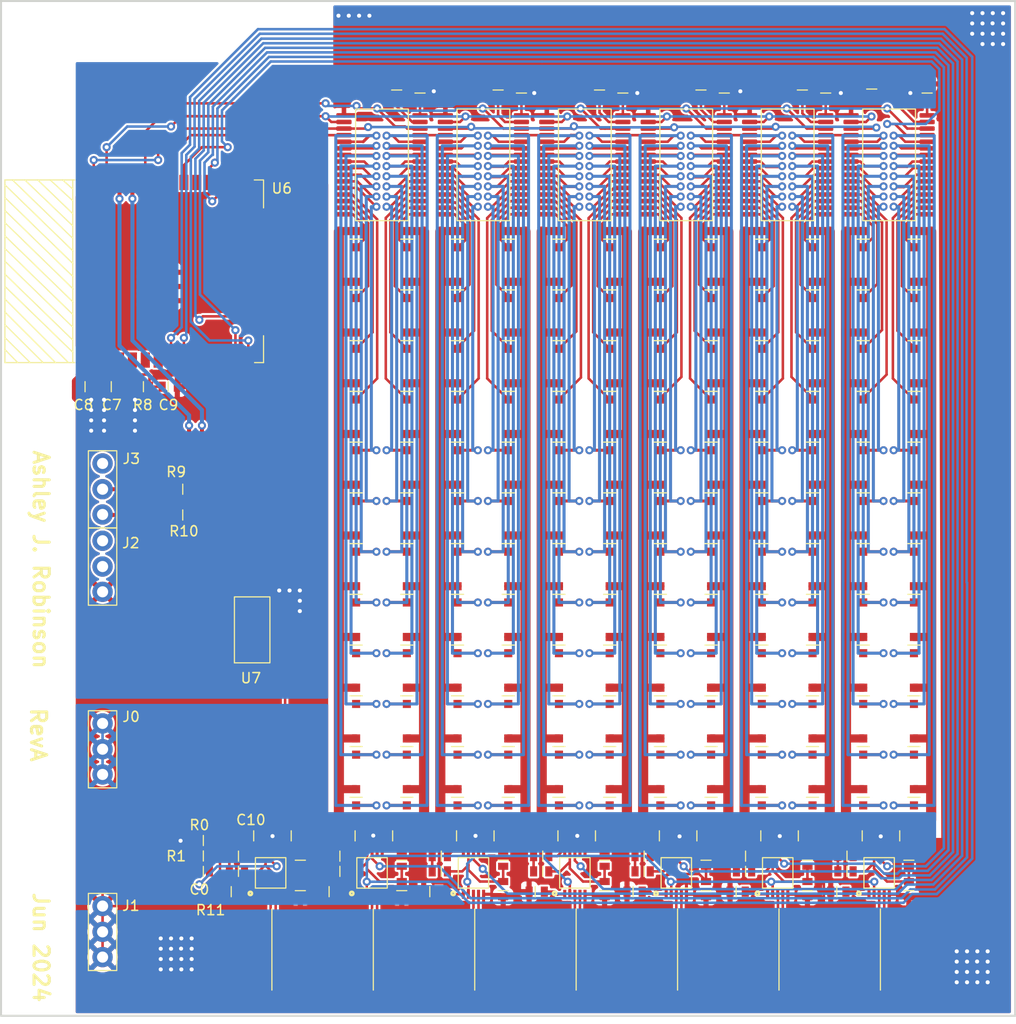
<source format=kicad_pcb>
(kicad_pcb (version 20211014) (generator pcbnew)
  (layers (0 "F.Cu" signal) (31 "B.Cu" signal) (34 "B.Paste" user) (35 "F.Paste" user) (36 "B.SilkS" user "B.Silkscreen") (37 "F.SilkS" user "F.Silkscreen") (38 "B.Mask" user) (39 "F.Mask" user) (44 "Edge.Cuts" user))
  (net 0 "")
  (net 1 "/POWER0/~{SHDN}")
  (net 2 "GND")
  (net 3 "+3V3")
  (net 4 "Net-(C9-Pad1)")
  (net 5 "+BATT")
  (net 6 "Net-(C11-Pad1)")
  (net 7 "Net-(C11-Pad2)")
  (net 8 "/MCU0/VIN")
  (net 9 "Net-(C14-Pad1)")
  (net 10 "Net-(C14-Pad2)")
  (net 11 "/BANK1/VLED")
  (net 12 "Net-(C17-Pad1)")
  (net 13 "Net-(C17-Pad2)")
  (net 14 "/BANK2/VLED")
  (net 15 "Net-(C20-Pad1)")
  (net 16 "Net-(C20-Pad2)")
  (net 17 "/BANK3/VLED")
  (net 18 "Net-(C23-Pad1)")
  (net 19 "Net-(C23-Pad2)")
  (net 20 "/BANK4/VLED")
  (net 21 "Net-(C26-Pad1)")
  (net 22 "Net-(C26-Pad2)")
  (net 23 "/BANK5/VLED")
  (net 24 "Net-(C29-Pad1)")
  (net 25 "Net-(C29-Pad2)")
  (net 26 "/BANK6/VLED")
  (net 27 "Net-(D0-Pad1)")
  (net 28 "Net-(D1-Pad1)")
  (net 29 "Net-(D2-Pad1)")
  (net 30 "Net-(D3-Pad1)")
  (net 31 "Net-(D4-Pad1)")
  (net 32 "Net-(D5-Pad1)")
  (net 33 "Net-(D6-Pad1)")
  (net 34 "Net-(D7-Pad1)")
  (net 35 "Net-(D8-Pad1)")
  (net 36 "Net-(D9-Pad1)")
  (net 37 "Net-(D10-Pad1)")
  (net 38 "Net-(D11-Pad1)")
  (net 39 "Net-(D12-Pad1)")
  (net 40 "Net-(D13-Pad1)")
  (net 41 "Net-(D14-Pad1)")
  (net 42 "Net-(D15-Pad1)")
  (net 43 "Net-(D16-Pad1)")
  (net 44 "Net-(D17-Pad1)")
  (net 45 "Net-(D18-Pad1)")
  (net 46 "Net-(D19-Pad1)")
  (net 47 "Net-(D20-Pad1)")
  (net 48 "Net-(D21-Pad1)")
  (net 49 "Net-(D22-Pad1)")
  (net 50 "Net-(D23-Pad1)")
  (net 51 "Net-(D24-Pad1)")
  (net 52 "Net-(D25-Pad1)")
  (net 53 "Net-(D26-Pad1)")
  (net 54 "Net-(D27-Pad1)")
  (net 55 "Net-(D28-Pad1)")
  (net 56 "Net-(D29-Pad1)")
  (net 57 "Net-(D30-Pad1)")
  (net 58 "Net-(D31-Pad1)")
  (net 59 "Net-(D32-Pad1)")
  (net 60 "Net-(D33-Pad1)")
  (net 61 "Net-(D34-Pad1)")
  (net 62 "Net-(D35-Pad1)")
  (net 63 "Net-(D36-Pad1)")
  (net 64 "Net-(D37-Pad1)")
  (net 65 "Net-(D38-Pad1)")
  (net 66 "Net-(D39-Pad1)")
  (net 67 "Net-(D40-Pad1)")
  (net 68 "Net-(D41-Pad1)")
  (net 69 "Net-(D42-Pad1)")
  (net 70 "Net-(D43-Pad1)")
  (net 71 "Net-(D44-Pad1)")
  (net 72 "Net-(D45-Pad1)")
  (net 73 "Net-(D46-Pad1)")
  (net 74 "Net-(D47-Pad1)")
  (net 75 "Net-(D48-Pad1)")
  (net 76 "Net-(D49-Pad1)")
  (net 77 "Net-(D50-Pad1)")
  (net 78 "Net-(D51-Pad1)")
  (net 79 "Net-(D52-Pad1)")
  (net 80 "Net-(D53-Pad1)")
  (net 81 "Net-(D54-Pad1)")
  (net 82 "Net-(D55-Pad1)")
  (net 83 "Net-(D56-Pad1)")
  (net 84 "Net-(D57-Pad1)")
  (net 85 "Net-(D58-Pad1)")
  (net 86 "Net-(D59-Pad1)")
  (net 87 "Net-(D60-Pad1)")
  (net 88 "Net-(D61-Pad1)")
  (net 89 "Net-(D62-Pad1)")
  (net 90 "Net-(D63-Pad1)")
  (net 91 "Net-(D64-Pad1)")
  (net 92 "Net-(D65-Pad1)")
  (net 93 "Net-(D66-Pad1)")
  (net 94 "Net-(D67-Pad1)")
  (net 95 "Net-(D68-Pad1)")
  (net 96 "Net-(D69-Pad1)")
  (net 97 "Net-(D70-Pad1)")
  (net 98 "Net-(D71-Pad1)")
  (net 99 "Net-(D72-Pad1)")
  (net 100 "Net-(D73-Pad1)")
  (net 101 "Net-(D74-Pad1)")
  (net 102 "Net-(D75-Pad1)")
  (net 103 "Net-(D76-Pad1)")
  (net 104 "Net-(D77-Pad1)")
  (net 105 "Net-(D78-Pad1)")
  (net 106 "Net-(D79-Pad1)")
  (net 107 "Net-(D80-Pad1)")
  (net 108 "Net-(D81-Pad1)")
  (net 109 "Net-(D82-Pad1)")
  (net 110 "Net-(D83-Pad1)")
  (net 111 "Net-(D84-Pad1)")
  (net 112 "Net-(D85-Pad1)")
  (net 113 "Net-(D86-Pad1)")
  (net 114 "Net-(D87-Pad1)")
  (net 115 "Net-(D88-Pad1)")
  (net 116 "Net-(D89-Pad1)")
  (net 117 "Net-(D90-Pad1)")
  (net 118 "Net-(D91-Pad1)")
  (net 119 "Net-(D92-Pad1)")
  (net 120 "Net-(D93-Pad1)")
  (net 121 "Net-(D94-Pad1)")
  (net 122 "Net-(D95-Pad1)")
  (net 123 "Net-(D96-Pad1)")
  (net 124 "Net-(D97-Pad1)")
  (net 125 "Net-(D98-Pad1)")
  (net 126 "Net-(D99-Pad1)")
  (net 127 "Net-(D100-Pad1)")
  (net 128 "Net-(D101-Pad1)")
  (net 129 "Net-(D102-Pad1)")
  (net 130 "Net-(D103-Pad1)")
  (net 131 "Net-(D104-Pad1)")
  (net 132 "Net-(D105-Pad1)")
  (net 133 "Net-(D106-Pad1)")
  (net 134 "Net-(D107-Pad1)")
  (net 135 "Net-(D108-Pad1)")
  (net 136 "Net-(D109-Pad1)")
  (net 137 "Net-(D110-Pad1)")
  (net 138 "Net-(D111-Pad1)")
  (net 139 "Net-(D112-Pad1)")
  (net 140 "Net-(D113-Pad1)")
  (net 141 "Net-(D114-Pad1)")
  (net 142 "Net-(D115-Pad1)")
  (net 143 "Net-(D116-Pad1)")
  (net 144 "Net-(D117-Pad1)")
  (net 145 "Net-(D118-Pad1)")
  (net 146 "Net-(D119-Pad1)")
  (net 147 "Net-(D120-Pad1)")
  (net 148 "Net-(D121-Pad1)")
  (net 149 "Net-(D122-Pad1)")
  (net 150 "Net-(D123-Pad1)")
  (net 151 "Net-(D124-Pad1)")
  (net 152 "Net-(D125-Pad1)")
  (net 153 "Net-(D126-Pad1)")
  (net 154 "Net-(D127-Pad1)")
  (net 155 "Net-(D128-Pad1)")
  (net 156 "Net-(D129-Pad1)")
  (net 157 "Net-(D130-Pad1)")
  (net 158 "Net-(D131-Pad1)")
  (net 159 "Net-(D132-Pad1)")
  (net 160 "Net-(D133-Pad1)")
  (net 161 "Net-(D134-Pad1)")
  (net 162 "Net-(D135-Pad1)")
  (net 163 "Net-(D136-Pad1)")
  (net 164 "Net-(D137-Pad1)")
  (net 165 "Net-(D138-Pad1)")
  (net 166 "Net-(D139-Pad1)")
  (net 167 "Net-(D140-Pad1)")
  (net 168 "Net-(D141-Pad1)")
  (net 169 "Net-(D142-Pad1)")
  (net 170 "Net-(D143-Pad1)")
  (net 173 "/MCU0/TX")
  (net 174 "/MCU0/RX")
  (net 176 "Net-(L0-Pad1)")
  (net 177 "Net-(L0-Pad2)")
  (net 178 "Net-(L1-Pad1)")
  (net 179 "Net-(L1-Pad2)")
  (net 180 "Net-(L2-Pad1)")
  (net 181 "Net-(L2-Pad2)")
  (net 182 "Net-(L3-Pad1)")
  (net 183 "Net-(L3-Pad2)")
  (net 184 "Net-(L4-Pad1)")
  (net 185 "Net-(L4-Pad2)")
  (net 186 "Net-(L5-Pad1)")
  (net 187 "Net-(L5-Pad2)")
  (net 188 "Net-(L6-Pad1)")
  (net 189 "Net-(L6-Pad2)")
  (net 190 "/POWER0/MODE")
  (net 191 "Net-(R2-Pad2)")
  (net 192 "Net-(R3-Pad2)")
  (net 193 "Net-(R4-Pad2)")
  (net 194 "Net-(R5-Pad2)")
  (net 195 "Net-(R6-Pad2)")
  (net 196 "Net-(R7-Pad2)")
  (net 197 "Net-(R9-Pad1)")
  (net 198 "Net-(R10-Pad1)")
  (net 199 "Net-(R11-Pad2)")
  (net 200 "Net-(R12-Pad1)")
  (net 201 "Net-(R15-Pad2)")
  (net 202 "Net-(R16-Pad1)")
  (net 203 "Net-(R19-Pad2)")
  (net 204 "Net-(R20-Pad1)")
  (net 205 "Net-(R23-Pad2)")
  (net 206 "Net-(R24-Pad1)")
  (net 207 "Net-(R27-Pad2)")
  (net 208 "Net-(R28-Pad1)")
  (net 209 "Net-(R31-Pad2)")
  (net 210 "Net-(R32-Pad1)")
  (net 211 "Net-(R35-Pad2)")
  (net 212 "Net-(R36-Pad1)")
  (net 213 "/BANK1/BLANK")
  (net 214 "/BANK1/SCLK")
  (net 215 "/BANK1/SIN")
  (net 216 "/BANK1/SOUT")
  (net 217 "/BANK1/XLAT")
  (net 218 "/BANK2/SOUT")
  (net 219 "/BANK3/SOUT")
  (net 220 "/BANK4/SOUT")
  (net 221 "/BANK5/SOUT")
  (net 222 "/BANK6/SOUT")
  (net 227 "/MODE")
  (net 228 "/~{SHDN1}")
  (net 232 "/~{SHDN4}")
  (net 233 "/~{SHDN2}")
  (net 234 "/~{SHDN3}")
  (net 245 "/~{SHDN5}")
  (net 246 "/~{SHDN6}")
  (footprint "receiver:0603" (layer "F.Cu") (at 67.056 113.5)
    (fp_text reference "R23" hide)
    (fp_text value "RES_0603")
  )
  (footprint "RailLed:150060GS75000" (layer "F.Cu") (at 80 60 90)
    (fp_text reference "D81" hide)
    (fp_text value "150060GS75000")
  )
  (footprint "RailLed:150060GS75000" (layer "F.Cu") (at 95 55 90)
    (fp_text reference "D109" hide)
    (fp_text value "150060GS75000")
  )
  (footprint "RailLed:150060GS75000" (layer "F.Cu") (at 50 55 90)
    (fp_text reference "D10" hide)
    (fp_text value "150060GS75000")
  )
  (footprint "RailLed:150060GS75000" (layer "F.Cu") (at 95 95 90)
    (fp_text reference "D117" hide)
    (fp_text value "150060GS75000")
  )
  (footprint "RailLed:150060GS75000" (layer "F.Cu") (at 65 95 90)
    (fp_text reference "D45" hide)
    (fp_text value "150060GS75000")
  )
  (footprint "RailLed:150060GS75000" (layer "F.Cu") (at 80 70 90)
    (fp_text reference "D79" hide)
    (fp_text value "150060GS75000")
  )
  (footprint "receiver:0603" (layer "F.Cu") (at 94 33.9 -90)
    (fp_text reference "R6" hide)
    (fp_text value "RES_0603")
  )
  (footprint "RailLed:150060GS75000" (layer "F.Cu") (at 105 55 90)
    (fp_text reference "D133" hide)
    (fp_text value "150060GS75000")
  )
  (footprint "RailLed:150060GS75000" (layer "F.Cu") (at 50 100 90)
    (fp_text reference "D1" hide)
    (fp_text value "150060GS75000")
  )
  (footprint "RailLed:LTC3440EMS#PBF" (layer "F.Cu") (at 62.57 114.2)
    (fp_text reference "U10" hide)
    (fp_text value "LTC3440EMS#PBF")
  )
  (footprint "RailLed:150060GS75000" (layer "F.Cu") (at 65 105 90)
    (fp_text reference "D47" hide)
    (fp_text value "150060GS75000")
  )
  (footprint "RailLed:150060GS75000" (layer "F.Cu") (at 85 60 90)
    (fp_text reference "D86" hide)
    (fp_text value "150060GS75000")
  )
  (footprint "RailLed:150060GS75000" (layer "F.Cu") (at 105 70 90)
    (fp_text reference "D136" hide)
    (fp_text value "150060GS75000")
  )
  (footprint "receiver:0603" (layer "F.Cu") (at 64.5 111 90)
    (fp_text reference "R21" hide)
    (fp_text value "RES_0603")
  )
  (footprint "RailLed:150060GS75000" (layer "F.Cu") (at 60 75 90)
    (fp_text reference "D30" hide)
    (fp_text value "150060GS75000")
  )
  (footprint "RailLed:150060GS75000" (layer "F.Cu") (at 50 65 90)
    (fp_text reference "D8" hide)
    (fp_text value "150060GS75000")
  )
  (footprint "receiver:0603" (layer "F.Cu") (at 54.5 114 90)
    (fp_text reference "R18" hide)
    (fp_text value "RES_0603")
  )
  (footprint "RailLed:150060GS75000" (layer "F.Cu") (at 80 100 90)
    (fp_text reference "D73" hide)
    (fp_text value "150060GS75000")
  )
  (footprint "RailLed:150060GS75000" (layer "F.Cu") (at 70 85 90)
    (fp_text reference "D52" hide)
    (fp_text value "150060GS75000")
  )
  (footprint "RailLed:150060GS75000" (layer "F.Cu") (at 60 100 90)
    (fp_text reference "D25" hide)
    (fp_text value "150060GS75000")
  )
  (footprint "RailLed:150060GS75000" (layer "F.Cu") (at 80 95 90)
    (fp_text reference "D74" hide)
    (fp_text value "150060GS75000")
  )
  (footprint "RailLed:LTC3440EMS#PBF" (layer "F.Cu") (at 82.57 114.2)
    (fp_text reference "U12" hide)
    (fp_text value "LTC3440EMS#PBF")
  )
  (footprint "receiver:0603" (layer "F.Cu") (at 56.3 35.4 90)
    (fp_text reference "C1" hide)
    (fp_text value "CAP_0603")
  )
  (footprint "RailLed:150060GS75000" (layer "F.Cu") (at 75 65 90)
    (fp_text reference "D63" hide)
    (fp_text value "150060GS75000")
  )
  (footprint "receiver:0603" (layer "F.Cu") (at 89 111.5 180)
    (fp_text reference "R32" hide)
    (fp_text value "RES_0603")
  )
  (footprint "RailLed:150060GS75000" (layer "F.Cu") (at 90 50 90)
    (fp_text reference "D107" hide)
    (fp_text value "150060GS75000")
  )
  (footprint "RailLed:LTC3440EMS#PBF" (layer "F.Cu") (at 102.57 114.2)
    (fp_text reference "U14" hide)
    (fp_text value "LTC3440EMS#PBF")
  )
  (footprint "RailLed:150060GS75000" (layer "F.Cu") (at 75 85 90)
    (fp_text reference "D67" hide)
    (fp_text value "150060GS75000")
  )
  (footprint "RailLed:150060GS75000" (layer "F.Cu") (at 55 75 90)
    (fp_text reference "D17" hide)
    (fp_text value "150060GS75000")
  )
  (footprint "RailLed:150060GS75000" (layer "F.Cu") (at 55 65 90)
    (fp_text reference "D15" hide)
    (fp_text value "150060GS75000")
  )
  (footprint "receiver:0603" (layer "F.Cu") (at 50.5 108 180)
    (fp_text reference "C13" hide)
    (fp_text value "CAP_0603")
  )
  (footprint "RailLed:LTC3440EMS#PBF" (layer "F.Cu") (at 92.57 114.2)
    (fp_text reference "U13" hide)
    (fp_text value "LTC3440EMS#PBF")
  )
  (footprint "receiver:0603" (layer "F.Cu") (at 90.5 108 180)
    (fp_text reference "C25" hide)
    (fp_text value "CAP_0603")
  )
  (footprint "receiver:0603" (layer "F.Cu") (at 79 110 180)
    (fp_text reference "C23" hide)
    (fp_text value "CAP_0603")
  )
  (footprint "receiver:0603" (layer "F.Cu") (at 100.5 108 180)
    (fp_text reference "C28" hide)
    (fp_text value "CAP_0603")
  )
  (footprint "RailLed:150060GS75000" (layer "F.Cu") (at 90 80 90)
    (fp_text reference "D101" hide)
    (fp_text value "150060GS75000")
  )
  (footprint "RailLed:150060GS75000" (layer "F.Cu") (at 55 95 90)
    (fp_text reference "D21" hide)
    (fp_text value "150060GS75000")
  )
  (footprint "RailLed:150060GS75000" (layer "F.Cu") (at 85 95 90)
    (fp_text reference "D93" hide)
    (fp_text value "150060GS75000")
  )
  (footprint "RailLed:150060GS75000" (layer "F.Cu") (at 95 105 90)
    (fp_text reference "D119" hide)
    (fp_text value "150060GS75000")
  )
  (footprint "RailLed:150060GS75000" (layer "F.Cu") (at 55 80 90)
    (fp_text reference "D18" hide)
    (fp_text value "150060GS75000")
  )
  (footprint "receiver:0603" (layer "F.Cu") (at 74 33.9 -90)
    (fp_text reference "R4" hide)
    (fp_text value "RES_0603")
  )
  (footprint "receiver:0603" (layer "F.Cu") (at 94.5 114 90)
    (fp_text reference "R34" hide)
    (fp_text value "RES_0603")
  )
  (footprint "receiver:0603" (layer "F.Cu") (at 76.708 113.5)
    (fp_text reference "R27" hide)
    (fp_text value "RES_0603")
  )
  (footprint "RailLed:150060GS75000" (layer "F.Cu") (at 50 85 90)
    (fp_text reference "D4" hide)
    (fp_text value "150060GS75000")
  )
  (footprint "RailLed:150060GS75000" (layer "F.Cu") (at 105 50 90)
    (fp_text reference "D132" hide)
    (fp_text value "150060GS75000")
  )
  (footprint "RailLed:TLC5947DAP" (layer "F.Cu") (at 88.8 37)
    (fp_text reference "U4" hide)
    (fp_text value "TLC5947DAP")
  )
  (footprint "RailLed:150060GS75000" (layer "F.Cu") (at 50 50 90)
    (fp_text reference "D11" hide)
    (fp_text value "150060GS75000")
  )
  (footprint "RailLed:150060GS75000" (layer "F.Cu") (at 90 95 90)
    (fp_text reference "D98" hide)
    (fp_text value "150060GS75000")
  )
  (footprint "RailLed:LTC3440EMS#PBF" (layer "F.Cu") (at 42.57 114.2)
    (fp_text reference "U8" hide)
    (fp_text value "LTC3440EMS#PBF")
  )
  (footprint "receiver:0603" (layer "F.Cu") (at 39 111.5 180)
    (fp_text reference "R12" hide)
    (fp_text value "RES_0603")
  )
  (footprint "RailLed:150060GS75000" (layer "F.Cu") (at 55 100 90)
    (fp_text reference "D22" hide)
    (fp_text value "150060GS75000")
  )
  (footprint "RailLed:150060GS75000" (layer "F.Cu") (at 95 65 90)
    (fp_text reference "D111" hide)
    (fp_text value "150060GS75000")
  )
  (footprint "RailLed:150060GS75000" (layer "F.Cu") (at 65 55 90)
    (fp_text reference "D37" hide)
    (fp_text value "150060GS75000")
  )
  (footprint "receiver:0603" (layer "F.Cu") (at 35.536 108.458 180)
    (fp_text reference "R0")
    (fp_text value "RES_0603")
  )
  (footprint "RailLed:CDRH6D38NP-100NC" (layer "F.Cu") (at 69.37 119.2)
    (fp_text reference "L3" hide)
    (fp_text value "CDRH6D38NP-100NC")
  )
  (footprint "RailLed:150060GS75000" (layer "F.Cu") (at 95 100 90)
    (fp_text reference "D118" hide)
    (fp_text value "150060GS75000")
  )
  (footprint "RailLed:150060GS75000" (layer "F.Cu") (at 100 100 90)
    (fp_text reference "D121" hide)
    (fp_text value "150060GS75000")
  )
  (footprint "RailLed:150060GS75000" (layer "F.Cu") (at 50 95 90)
    (fp_text reference "D2" hide)
    (fp_text value "150060GS75000")
  )
  (footprint "RailLed:150060GS75000" (layer "F.Cu") (at 105 85 90)
    (fp_text reference "D139" hide)
    (fp_text value "150060GS75000")
  )
  (footprint "receiver:0603" (layer "F.Cu") (at 59 111.5 180)
    (fp_text reference "R20" hide)
    (fp_text value "RES_0603")
  )
  (footprint "RailLed:150060GS75000" (layer "F.Cu") (at 80 80 90)
    (fp_text reference "D77" hide)
    (fp_text value "150060GS75000")
  )
  (footprint "RailLed:150060GS75000" (layer "F.Cu") (at 70 55 90)
    (fp_text reference "D58" hide)
    (fp_text value "150060GS75000")
  )
  (footprint "RailLed:150060GS75000" (layer "F.Cu") (at 85 105 90)
    (fp_text reference "D95" hide)
    (fp_text value "150060GS75000")
  )
  (footprint "receiver:0603" (layer "F.Cu") (at 76.3 35.4 90)
    (fp_text reference "C3" hide)
    (fp_text value "CAP_0603")
  )
  (footprint "RailLed:150060GS75000" (layer "F.Cu") (at 65 80 90)
    (fp_text reference "D42" hide)
    (fp_text value "150060GS75000")
  )
  (footprint "RailLed:150060GS75000" (layer "F.Cu") (at 105 60 90)
    (fp_text reference "D134" hide)
    (fp_text value "150060GS75000")
  )
  (footprint "RailLed:150060GS75000" (layer "F.Cu") (at 60 55 90)
    (fp_text reference "D34" hide)
    (fp_text value "150060GS75000")
  )
  (footprint "RailLed:150060GS75000" (layer "F.Cu") (at 95 50 90)
    (fp_text reference "D108" hide)
    (fp_text value "150060GS75000")
  )
  (footprint "receiver:0603" (layer "F.Cu") (at 89 110 180)
    (fp_text reference "C26" hide)
    (fp_text value "CAP_0603")
  )
  (footprint "receiver:0603" (layer "F.Cu") (at 59 110 180)
    (fp_text reference "C17" hide)
    (fp_text value "CAP_0603")
  )
  (footprint "RailLed:150060GS75000" (layer "F.Cu") (at 70 60 90)
    (fp_text reference "D57" hide)
    (fp_text value "150060GS75000")
  )
  (footprint "RailLed:CDRH6D38NP-100NC" (layer "F.Cu") (at 79.37 119.2)
    (fp_text reference "L4" hide)
    (fp_text value "CDRH6D38NP-100NC")
  )
  (footprint "RailLed:150060GS75000" (layer "F.Cu") (at 85 90 90)
    (fp_text reference "D92" hide)
    (fp_text value "150060GS75000")
  )
  (footprint "receiver:0603" (layer "F.Cu") (at 99 110 180)
    (fp_text reference "C29" hide)
    (fp_text value "CAP_0603")
  )
  (footprint "receiver:0603" (layer "F.Cu") (at 63 108)
    (fp_text reference "C18" hide)
    (fp_text value "CAP_0603")
  )
  (footprint "receiver:0603" (layer "F.Cu") (at 30.8698 63.7359)
    (fp_text reference "C9")
    (fp_text value "CAP_0603")
  )
  (footprint "RailLed:150060GS75000" (layer "F.Cu") (at 85 85 90)
    (fp_text reference "D91" hide)
    (fp_text value "150060GS75000")
  )
  (footprint "RailLed:150060GS75000" (layer "F.Cu") (at 100 55 90)
    (fp_text reference "D130" hide)
    (fp_text value "150060GS75000")
  )
  (footprint "RailLed:150060GS75000" (layer "F.Cu") (at 100 80 90)
    (fp_text reference "D125" hide)
    (fp_text value "150060GS75000")
  )
  (footprint "RailLed:150060GS75000" (layer "F.Cu") (at 75 70 90)
    (fp_text reference "D64" hide)
    (fp_text value "150060GS75000")
  )
  (footprint "receiver:0603" (layer "F.Cu") (at 84 33.9 -90)
    (fp_text reference "R5" hide)
    (fp_text value "RES_0603")
  )
  (footprint "RailLed:150060GS75000" (layer "F.Cu") (at 50 80 90)
    (fp_text reference "D5" hide)
    (fp_text value "150060GS75000")
  )
  (footprint "RailLed:150060GS75000" (layer "F.Cu") (at 95 75 90)
    (fp_text reference "D113" hide)
    (fp_text value "150060GS75000")
  )
  (footprint "RailLed:150060GS75000" (layer "F.Cu") (at 65 70 90)
    (fp_text reference "D40" hide)
    (fp_text value "150060GS75000")
  )
  (footprint "receiver:0603" (layer "F.Cu") (at 54.5 111 90)
    (fp_text reference "R17" hide)
    (fp_text value "RES_0603")
  )
  (footprint "receiver:0603" (layer "F.Cu") (at 69 110 180)
    (fp_text reference "C20" hide)
    (fp_text value "CAP_0603")
  )
  (footprint "RailLed:150060GS75000" (layer "F.Cu") (at 75 80 90)
    (fp_text reference "D66" hide)
    (fp_text value "150060GS75000")
  )
  (footprint "RailLed:150060GS75000" (layer "F.Cu") (at 90 105 90)
    (fp_text reference "D96" hide)
    (fp_text value "150060GS75000")
  )
  (footprint "receiver:0603" (layer "F.Cu") (at 40.5 108 180)
    (fp_text reference "C10")
    (fp_text value "CAP_0603")
  )
  (footprint "RailLed:150060GS75000" (layer "F.Cu") (at 100 85 90)
    (fp_text reference "D124" hide)
    (fp_text value "150060GS75000")
  )
  (footprint "RailLed:150060GS75000" (layer "F.Cu") (at 55 90 90)
    (fp_text reference "D20" hide)
    (fp_text value "150060GS75000")
  )
  (footprint "RailLed:150060GS75000" (layer "F.Cu") (at 50 70 90)
    (fp_text reference "D7" hide)
    (fp_text value "150060GS75000")
  )
  (footprint "receiver:0603" (layer "F.Cu") (at 54 33.9 -90)
    (fp_text reference "R2" hide)
    (fp_text value "RES_0603")
  )
  (footprint "RailLed:150060GS75000" (layer "F.Cu") (at 95 85 90)
    (fp_text reference "D115" hide)
    (fp_text value "150060GS75000")
  )
  (footprint "receiver:0603" (layer "F.Cu") (at 104.5 111 90)
    (fp_text reference "R37" hide)
    (fp_text value "RES_0603")
  )
  (footprint "RailLed:XG8V-0331" (layer "F.Cu") (at 25 76.38 90)
    (fp_text reference "J3")
    (fp_text value "XG8V-0331")
  )
  (footprint "receiver:0603" (layer "F.Cu") (at 99 111.5 180)
    (fp_text reference "R36" hide)
    (fp_text value "RES_0603")
  )
  (footprint "receiver:0603" (layer "F.Cu") (at 104.5 114 90)
    (fp_text reference "R38" hide)
    (fp_text value "RES_0603")
  )
  (footprint "receiver:0603" (layer "F.Cu") (at 96.798 113.5)
    (fp_text reference "R35" hide)
    (fp_text value "RES_0603")
  )
  (footprint "RailLed:150060GS75000" (layer "F.Cu") (at 50 105 90)
    (fp_text reference "D0" hide)
    (fp_text value "150060GS75000")
  )
  (footprint "RailLed:TLC5947DAP" (layer "F.Cu") (at 78.8 37)
    (fp_text reference "U3" hide)
    (fp_text value "TLC5947DAP")
  )
  (footprint "RailLed:CDRH6D38NP-100NC" (layer "F.Cu") (at 39.37 119.2)
    (fp_text reference "L0" hide)
    (fp_text value "CDRH6D38NP-100NC")
  )
  (footprint "RailLed:TLC5947DAP" (layer "F.Cu") (at 58.8 37)
    (fp_text reference "U1" hide)
    (fp_text value "TLC5947DAP")
  )
  (footprint "RailLed:150060GS75000" (layer "F.Cu") (at 95 60 90)
    (fp_text reference "D110" hide)
    (fp_text value "150060GS75000")
  )
  (footprint "RailLed:150060GS75000" (layer "F.Cu") (at 90 100 90)
    (fp_text reference "D97" hide)
    (fp_text value "150060GS75000")
  )
  (footprint "RailLed:150060GS75000" (layer "F.Cu") (at 105 100 90)
    (fp_text reference "D142" hide)
    (fp_text value "150060GS75000")
  )
  (footprint "receiver:0603" (layer "F.Cu") (at 74.5 111 90)
    (fp_text reference "R25" hide)
    (fp_text value "RES_0603")
  )
  (footprint "RailLed:150060GS75000" (layer "F.Cu") (at 90 90 90)
    (fp_text reference "D99" hide)
    (fp_text value "150060GS75000")
  )
  (footprint "RailLed:150060GS75000" (layer "F.Cu") (at 60 95 90)
    (fp_text reference "D26" hide)
    (fp_text value "150060GS75000")
  )
  (footprint "RailLed:150060GS75000" (layer "F.Cu") (at 90 60 90)
    (fp_text reference "D105" hide)
    (fp_text value "150060GS75000")
  )
  (footprint "RailLed:150060GS75000" (layer "F.Cu") (at 100 65 90)
    (fp_text reference "D128" hide)
    (fp_text value "150060GS75000")
  )
  (footprint "receiver:0603" (layer "F.Cu") (at 74.5 114 90)
    (fp_text reference "R26" hide)
    (fp_text value "RES_0603")
  )
  (footprint "RailLed:150060GS75000" (layer "F.Cu") (at 70 80 90)
    (fp_text reference "D53" hide)
    (fp_text value "150060GS75000")
  )
  (footprint "receiver:0603" (layer "F.Cu") (at 64.5 114 90)
    (fp_text reference "R22" hide)
    (fp_text value "RES_0603")
  )
  (footprint "receiver:0603" (layer "F.Cu") (at 44.5 111 90)
    (fp_text reference "R13" hide)
    (fp_text value "RES_0603")
  )
  (footprint "receiver:0603" (layer "F.Cu") (at 79 111.5 180)
    (fp_text reference "R28" hide)
    (fp_text value "RES_0603")
  )
  (footprint "RailLed:150060GS75000" (layer "F.Cu") (at 70 70 90)
    (fp_text reference "D55" hide)
    (fp_text value "150060GS75000")
  )
  (footprint "receiver:0603" (layer "F.Cu") (at 86.3 35.4 90)
    (fp_text reference "C4" hide)
    (fp_text value "CAP_0603")
  )
  (footprint "RailLed:150060GS75000" (layer "F.Cu") (at 70 50 90)
    (fp_text reference "D59" hide)
    (fp_text value "150060GS75000")
  )
  (footprint "RailLed:150060GS75000" (layer "F.Cu") (at 100 75 90)
    (fp_text reference "D126" hide)
    (fp_text value "150060GS75000")
  )
  (footprint "RailLed:TLC5947DAP" (layer "F.Cu") (at 68.8 37)
    (fp_text reference "U2" hide)
    (fp_text value "TLC5947DAP")
  )
  (footprint "receiver:0603" (layer "F.Cu") (at 23.8728 63.7359 180)
    (fp_text reference "C8")
    (fp_text value "CAP_0603")
  )
  (footprint "RailLed:CDRH6D38NP-100NC" (layer "F.Cu") (at 49.37 119.2)
    (fp_text reference "L1" hide)
    (fp_text value "CDRH6D38NP-100NC")
  )
  (footprint "RailLed:150060GS75000" (layer "F.Cu") (at 70 95 90)
    (fp_text reference "D50" hide)
    (fp_text value "150060GS75000")
  )
  (footprint "RailLed:150060GS75000" (layer "F.Cu") (at 85 65 90)
    (fp_text reference "D87" hide)
    (fp_text value "150060GS75000")
  )
  (footprint "RailLed:150060GS75000" (layer "F.Cu") (at 55 105 90)
    (fp_text reference "D23" hide)
    (fp_text value "150060GS75000")
  )
  (footprint "RailLed:TLC5947DAP" (layer "F.Cu") (at 48.8 37)
    (fp_text reference "U0" hide)
    (fp_text value "TLC5947DAP")
  )
  (footprint "receiver:0603" (layer "F.Cu") (at 46.736 113.5)
    (fp_text reference "R15" hide)
    (fp_text value "RES_0603")
  )
  (footprint "receiver:0603" (layer "F.Cu") (at 73 108)
    (fp_text reference "C21" hide)
    (fp_text value "CAP_0603")
  )
  (footprint "RailLed:150060GS75000" (layer "F.Cu") (at 55 55 90)
    (fp_text reference "D13" hide)
    (fp_text value "150060GS75000")
  )
  (footprint "RailLed:150060GS75000" (layer "F.Cu") (at 70 100 90)
    (fp_text reference "D49" hide)
    (fp_text value "150060GS75000")
  )
  (footprint "RailLed:150060GS75000" (layer "F.Cu") (at 60 70 90)
    (fp_text reference "D31" hide)
    (fp_text value "150060GS75000")
  )
  (footprint "RailLed:150060GS75000" (layer "F.Cu") (at 100 60 90)
    (fp_text reference "D129" hide)
    (fp_text value "150060GS75000")
  )
  (footprint "RailLed:150060GS75000" (layer "F.Cu") (at 85 100 90)
    (fp_text reference "D94" hide)
    (fp_text value "150060GS75000")
  )
  (footprint "RailLed:150060GS75000" (layer "F.Cu") (at 90 55 90)
    (fp_text reference "D106" hide)
    (fp_text value "150060GS75000")
  )
  (footprint "receiver:0603" (layer "F.Cu") (at 33.504 73.84 180)
    (fp_text reference "R9")
    (fp_text value "RES_0603")
  )
  (footprint "RailLed:150060GS75000" (layer "F.Cu") (at 105 75 90)
    (fp_text reference "D137" hide)
    (fp_text value "150060GS75000")
  )
  (footprint "RailLed:150060GS75000" (layer "F.Cu") (at 85 70 90)
    (fp_text reference "D88" hide)
    (fp_text value "150060GS75000")
  )
  (footprint "RailLed:150060GS75000" (layer "F.Cu") (at 75 105 90)
    (fp_text reference "D71" hide)
    (fp_text value "150060GS75000")
  )
  (footprint "RailLed:150060GS75000" (layer "F.Cu") (at 100 90 90)
    (fp_text reference "D123" hide)
    (fp_text value "150060GS75000")
  )
  (footprint "receiver:0603" (layer "F.Cu") (at 60.5 108 180)
    (fp_text reference "C16" hide)
    (fp_text value "CAP_0603")
  )
  (footprint "receiver:0603" (layer "F.Cu") (at 33.504 76.38 180)
    (fp_text reference "R10")
    (fp_text value "RES_0603")
  )
  (footprint "RailLed:XG8V-0331" (layer "F.Cu") (at 25 102 90)
    (fp_text reference "J0")
    (fp_text value "XG8V-0331")
  )
  (footprint "receiver:0603" (layer "F.Cu") (at 94.5 111 90)
    (fp_text reference "R33" hide)
    (fp_text value "RES_0603")
  )
  (footprint "RailLed:150060GS75000" (layer "F.Cu") (at 90 75 90)
    (fp_text reference "D102" hide)
    (fp_text value "150060GS75000")
  )
  (footprint "receiver:0603" (layer "F.Cu") (at 29.6266 63.7359 180)
    (fp_text reference "R8")
    (fp_text value "RES_0603")
  )
  (footprint "RailLed:150060GS75000" (layer "F.Cu") (at 105 80 90)
    (fp_text reference "D138" hide)
    (fp_text value "150060GS75000")
  )
  (footprint "RailLed:150060GS75000" (layer "F.Cu") (at 75 75 90)
    (fp_text reference "D65" hide)
    (fp_text value "150060GS75000")
  )
  (footprint "RailLed:150060GS75000" (layer "F.Cu") (at 80 50 90)
    (fp_text reference "D83" hide)
    (fp_text value "150060GS75000")
  )
  (footprint "BalanceBoard:ESP32-WROOM-32D" (layer "F.Cu") (at 22.86 61.1133 90)
    (fp_text reference "U6")
    (fp_text value "ESP32-WROOM-32D")
  )
  (footprint "RailLed:150060GS75000" (layer "F.Cu") (at 60 60 90)
    (fp_text reference "D33" hide)
    (fp_text value "150060GS75000")
  )
  (footprint "RailLed:150060GS75000" (layer "F.Cu") (at 65 65 90)
    (fp_text reference "D39" hide)
    (fp_text value "150060GS75000")
  )
  (footprint "RailLed:150060GS75000" (layer "F.Cu") (at 100 95 90)
    (fp_text reference "D122" hide)
    (fp_text value "150060GS75000")
  )
  (footprint "receiver:0603" (layer "F.Cu") (at 103 108)
    (fp_text reference "C30" hide)
    (fp_text value "CAP_0603")
  )
  (footprint "RailLed:150060GS75000" (layer "F.Cu") (at 100 70 90)
    (fp_text reference "D127" hide)
    (fp_text value "150060GS75000")
  )
  (footprint "RailLed:150060GS75000" (layer "F.Cu") (at 60 65 90)
    (fp_text reference "D32" hide)
    (fp_text value "150060GS75000")
  )
  (footprint "RailLed:150060GS75000" (layer "F.Cu") (at 105 95 90)
    (fp_text reference "D141" hide)
    (fp_text value "150060GS75000")
  )
  (footprint "RailLed:150060GS75000" (layer "F.Cu") (at 75 50 90)
    (fp_text reference "D60" hide)
    (fp_text value "150060GS75000")
  )
  (footprint "RailLed:150060GS75000" (layer "F.Cu") (at 105 105 90)
    (fp_text reference "D143" hide)
    (fp_text value "150060GS75000")
  )
  (footprint "RailLed:CDRH6D38NP-100NC" (layer "F.Cu") (at 59.37 119.2)
    (fp_text reference "L2" hide)
    (fp_text value "CDRH6D38NP-100NC")
  )
  (footprint "receiver:0603" (layer "F.Cu") (at 96.3 35.4 90)
    (fp_text reference "C5" hide)
    (fp_text value "CAP_0603")
  )
  (footprint "RailLed:150060GS75000" (layer "F.Cu") (at 60 85 90)
    (fp_text reference "D28" hide)
    (fp_text value "150060GS75000")
  )
  (footprint "receiver:0603" (layer "F.Cu") (at 70.5 108 180)
    (fp_text reference "C19" hide)
    (fp_text value "CAP_0603")
  )
  (footprint "receiver:0603" (layer "F.Cu") (at 84.5 111 90)
    (fp_text reference "R29" hide)
    (fp_text value "RES_0603")
  )
  (footprint "RailLed:150060GS75000" (layer "F.Cu") (at 75 95 90)
    (fp_text reference "D69" hide)
    (fp_text value "150060GS75000")
  )
  (footprint "RailLed:150060GS75000" (layer "F.Cu") (at 100 50 90)
    (fp_text reference "D131" hide)
    (fp_text value "150060GS75000")
  )
  (footprint "RailLed:150060GS75000" (layer "F.Cu") (at 85 55 90)
    (fp_text reference "D85" hide)
    (fp_text value "150060GS75000")
  )
  (footprint "RailLed:150060GS75000" (layer "F.Cu") (at 70 75 90)
    (fp_text reference "D54" hide)
    (fp_text value "150060GS75000")
  )
  (footprint "RailLed:150060GS75000" (layer "F.Cu") (at 80 55 90)
    (fp_text reference "D82" hide)
    (fp_text value "150060GS75000")
  )
  (footprint "RailLed:150060GS75000" (layer "F.Cu") (at 90 85 90)
    (fp_text reference "D100" hide)
    (fp_text value "150060GS75000")
  )
  (footprint "receiver:0603" (layer "F.Cu") (at 84.5 114 90)
    (fp_text reference "R30" hide)
    (fp_text value "RES_0603")
  )
  (footprint "receiver:0603" (layer "F.Cu") (at 44.5 114 90)
    (fp_text reference "R14" hide)
    (fp_text value "RES_0603")
  )
  (footprint "RailLed:150060GS75000" (layer "F.Cu") (at 95 90 90)
    (fp_text reference "D116" hide)
    (fp_text value "150060GS75000")
  )
  (footprint "RailLed:150060GS75000" (layer "F.Cu") (at 85 75 90)
    (fp_text reference "D89" hide)
    (fp_text value "150060GS75000")
  )
  (footprint "RailLed:150060GS75000" (layer "F.Cu") (at 60 50 90)
    (fp_text reference "D35" hide)
    (fp_text value "150060GS75000")
  )
  (footprint "receiver:0603" (layer "F.Cu") (at 64 33.9 -90)
    (fp_text reference "R3" hide)
    (fp_text value "RES_0603")
  )
  (footprint "receiver:0603" (layer "F.Cu") (at 49 111.5 180)
    (fp_text reference "R16" hide)
    (fp_text value "RES_0603")
  )
  (footprint "RailLed:150060GS75000" (layer "F.Cu") (at 80 65 90)
    (fp_text reference "D80" hide)
    (fp_text value "150060GS75000")
  )
  (footprint "receiver:0603" (layer "F.Cu") (at 39 110 180)
    (fp_text reference "C11" hide)
    (fp_text value "CAP_0603")
  )
  (footprint "RailLed:150060GS75000" (layer "F.Cu") (at 85 50 90)
    (fp_text reference "D84" hide)
    (fp_text value "150060GS75000")
  )
  (footprint "RailLed:150060GS75000" (layer "F.Cu") (at 65 60 90)
    (fp_text reference "D38" hide)
    (fp_text value "150060GS75000")
  )
  (footprint "RailLed:150060GS75000" (layer "F.Cu") (at 85 80 90)
    (fp_text reference "D90" hide)
    (fp_text value "150060GS75000")
  )
  (footprint "RailLed:150060GS75000" (layer "F.Cu") (at 80 85 90)
    (fp_text reference "D76" hide)
    (fp_text value "150060GS75000")
  )
  (footprint "RailLed:150060GS75000" (layer "F.Cu") (at 75 90 90)
    (fp_text reference "D68" hide)
    (fp_text value "150060GS75000")
  )
  (footprint "receiver:0603" (layer "F.Cu") (at 43 108)
    (fp_text reference "C12" hide)
    (fp_text value "CAP_0603")
  )
  (footprint "RailLed:150060GS75000" (layer "F.Cu") (at 70 65 90)
    (fp_text reference "D56" hide)
    (fp_text value "150060GS75000")
  )
  (footprint "receiver:0603" (layer "F.Cu") (at 53 108)
    (fp_text reference "C15" hide)
    (fp_text value "CAP_0603")
  )
  (footprint "RailLed:150060GS75000" (layer "F.Cu") (at 60 90 90)
    (fp_text reference "D27" hide)
    (fp_text value "150060GS75000")
  )
  (footprint "receiver:0603" (layer "F.Cu") (at 35.536 111.506 180)
    (fp_text reference "C0")
    (fp_text value "CAP_0603")
  )
  (footprint "RailLed:150060GS75000" (layer "F.Cu") (at 65 75 90)
    (fp_text reference "D41" hide)
    (fp_text value "150060GS75000")
  )
  (footprint "RailLed:150060GS75000" (layer "F.Cu") (at 70 90 90)
    (fp_text reference "D51" hide)
    (fp_text value "150060GS75000")
  )
  (footprint "RailLed:150060GS75000" (layer "F.Cu") (at 95 70 90)
    (fp_text reference "D112" hide)
    (fp_text value "150060GS75000")
  )
  (footprint "RailLed:150060GS75000" (layer "F.Cu") (at 50 60 90)
    (fp_text reference "D9" hide)
    (fp_text value "150060GS75000")
  )
  (footprint "RailLed:150060GS75000" (layer "F.Cu") (at 50 90 90)
    (fp_text reference "D3" hide)
    (fp_text value "150060GS75000")
  )
  (footprint "RailLed:150060GS75000" (layer "F.Cu") (at 55 85 90)
    (fp_text reference "D19" hide)
    (fp_text value "150060GS75000")
  )
  (footprint "RailLed:150060GS75000" (layer "F.Cu") (at 105 65 90)
    (fp_text reference "D135" hide)
    (fp_text value "150060GS75000")
  )
  (footprint "receiver:0603" (layer "F.Cu") (at 66.3 35.4 90)
    (fp_text reference "C2" hide)
    (fp_text value "CAP_0603")
  )
  (footprint "RailLed:150060GS75000" (layer "F.Cu") (at 65 100 90)
    (fp_text reference "D46" hide)
    (fp_text value "150060GS75000")
  )
  (footprint "RailLed:LTC3440EMS#PBF" (layer "F.Cu") (at 52.57 114.2)
    (fp_text reference "U9" hide)
    (fp_text value "LTC3440EMS#PBF")
  )
  (footprint "RailLed:150060GS75000" (layer "F.Cu") (at 55 50 90)
    (fp_text reference "D12" hide)
    (fp_text value "150060GS75000")
  )
  (footprint "RailLed:XG8V-0331" (layer "F.Cu") (at 25 120 90)
    (fp_text reference "J1")
    (fp_text value "XG8V-0331")
  )
  (footprint "RailLed:150060GS75000" (layer "F.Cu") (at 70 105 90)
    (fp_text reference "D48" hide)
    (fp_text value "150060GS75000")
  )
  (footprint "RailLed:150060GS75000" (layer "F.Cu") (at 75 100 90)
    (fp_text reference "D70" hide)
    (fp_text value "150060GS75000")
  )
  (footprint "RailLed:150060GS75000" (layer "F.Cu") (at 80 90 90)
    (fp_text reference "D75" hide)
    (fp_text value "150060GS75000")
  )
  (footprint "RailLed:150060GS75000" (layer "F.Cu") (at 55 70 90)
    (fp_text reference "D16" hide)
    (fp_text value "150060GS75000")
  )
  (footprint "receiver:0603" (layer "F.Cu") (at 93 108)
    (fp_text reference "C27" hide)
    (fp_text value "CAP_0603")
  )
  (footprint "RailLed:150060GS75000" (layer "F.Cu") (at 75 55 90)
    (fp_text reference "D61" hide)
    (fp_text value "150060GS75000")
  )
  (footprint "BalanceBoard:MIC5239-3.3YS" (layer "F.Cu") (at 43 90 90)
    (fp_text reference "U7")
    (fp_text value "MIC5239-3.3YS")
  )
  (footprint "RailLed:XG8V-0331" (layer "F.Cu") (at 25 84 90)
    (fp_text reference "J2")
    (fp_text value "XG8V-0331")
  )
  (footprint "receiver:0603" (layer "F.Cu") (at 86.868 113.5)
    (fp_text reference "R31" hide)
    (fp_text value "RES_0603")
  )
  (footprint "RailLed:150060GS75000" (layer "F.Cu") (at 80 75 90)
    (fp_text reference "D78" hide)
    (fp_text value "150060GS75000")
  )
  (footprint "RailLed:150060GS75000" (layer "F.Cu") (at 95 80 90)
    (fp_text reference "D114" hide)
    (fp_text value "150060GS75000")
  )
  (footprint "RailLed:150060GS75000" (layer "F.Cu") (at 90 65 90)
    (fp_text reference "D104" hide)
    (fp_text value "150060GS75000")
  )
  (footprint "RailLed:CDRH6D38NP-100NC" (layer "F.Cu") (at 99.37 119.2)
    (fp_text reference "L6" hide)
    (fp_text value "CDRH6D38NP-100NC")
  )
  (footprint "receiver:0603" (layer "F.Cu") (at 100.838 33.806 -90)
    (fp_text reference "R7" hide)
    (fp_text value "RES_0603")
  )
  (footprint "receiver:0603" (layer "F.Cu") (at 37.084 113.5)
    (fp_text reference "R11")
    (fp_text value "RES_0603")
  )
  (footprint "RailLed:150060GS75000" (layer "F.Cu") (at 105 90 90)
    (fp_text reference "D140" hide)
    (fp_text value "150060GS75000")
  )
  (footprint "RailLed:150060GS75000" (layer "F.Cu") (at 60 80 90)
    (fp_text reference "D29" hide)
    (fp_text value "150060GS75000")
  )
  (footprint "RailLed:150060GS75000" (layer "F.Cu") (at 50 75 90)
    (fp_text reference "D6" hide)
    (fp_text value "150060GS75000")
  )
  (footprint "RailLed:LTC3440EMS#PBF" (layer "F.Cu") (at 72.57 114.2)
    (fp_text reference "U11" hide)
    (fp_text value "LTC3440EMS#PBF")
  )
  (footprint "receiver:0603" (layer "F.Cu") (at 35.536 109.982 180)
    (fp_text reference "R1")
    (fp_text value "RES_0603")
  )
  (footprint "receiver:0603" (layer "F.Cu") (at 49 110 180)
    (fp_text reference "C14" hide)
    (fp_text value "CAP_0603")
  )
  (footprint "RailLed:150060GS75000" (layer "F.Cu") (at 90 70 90)
    (fp_text reference "D103" hide)
    (fp_text value "150060GS75000")
  )
  (footprint "receiver:0603" (layer "F.Cu") (at 83 108)
    (fp_text reference "C24" hide)
    (fp_text value "CAP_0603")
  )
  (footprint "RailLed:150060GS75000" (layer "F.Cu") (at 65 85 90)
    (fp_text reference "D43" hide)
    (fp_text value "150060GS75000")
  )
  (footprint "RailLed:150060GS75000" (layer "F.Cu") (at 65 90 90)
    (fp_text reference "D44" hide)
    (fp_text value "150060GS75000")
  )
  (footprint "RailLed:TLC5947DAP" (layer "F.Cu") (at 98.8 37)
    (fp_text reference "U5" hide)
    (fp_text value "TLC5947DAP")
  )
  (footprint "RailLed:150060GS75000" (layer "F.Cu") (at 60 105 90)
    (fp_text reference "D24" hide)
    (fp_text value "150060GS75000")
  )
  (footprint "RailLed:150060GS75000" (layer "F.Cu") (at 55 60 90)
    (fp_text reference "D14" hide)
    (fp_text value "150060GS75000")
  )
  (footprint "RailLed:150060GS75000" (layer "F.Cu") (at 75 60 90)
    (fp_text reference "D62" hide)
    (fp_text value "150060GS75000")
  )
  (footprint "receiver:0603" (layer "F.Cu") (at 80.5 108 180)
    (fp_text reference "C22" hide)
    (fp_text value "CAP_0603")
  )
  (footprint "receiver:0603" (layer "F.Cu") (at 25.2564 63.7359)
    (fp_text reference "C7")
    (fp_text value "CAP_0603")
  )
  (footprint "receiver:0603" (layer "F.Cu") (at 56.666 113.5)
    (fp_text reference "R19" hide)
    (fp_text value "RES_0603")
  )
  (footprint "RailLed:150060GS75000" (layer "F.Cu") (at 80 105 90)
    (fp_text reference "D72" hide)
    (fp_text value "150060GS75000")
  )
  (footprint "RailLed:150060GS75000" (layer "F.Cu") (at 100 105 90)
    (fp_text reference "D120" hide)
    (fp_text value "150060GS75000")
  )
  (footprint "receiver:0603" (layer "F.Cu") (at 69 111.5 180)
    (fp_text reference "R24" hide)
    (fp_text value "RES_0603")
  )
  (footprint "RailLed:CDRH6D38NP-100NC" (layer "F.Cu") (at 89.37 119.2)
    (fp_text reference "L5" hide)
    (fp_text value "CDRH6D38NP-100NC")
  )
  (footprint "RailLed:150060GS75000" (layer "F.Cu") (at 65 50 90)
    (fp_text reference "D36" hide)
    (fp_text value "150060GS75000")
  )
  (footprint "receiver:0603" (layer "F.Cu") (at 106.3 35.4 90)
    (fp_text reference "C6" hide)
    (fp_text value "CAP_0603")
  )
  (gr_rect (start 114.986 25.73) (end 14.986 125.73) (layer "Edge.Cuts") (width 0.2) (fill none))
  (gr_text "Jun 2024" (at 18.923 118.999 270) (layer "F.SilkS") (effects (font (size 1.5 1.5) (thickness 0.3))))
  (gr_text "Ashley J. Robinson" (at 18.923 80.772 270) (layer "F.SilkS") (effects (font (size 1.5 1.5) (thickness 0.3))))
  (gr_text "RevA" (at 18.669 98.044 270) (layer "F.SilkS") (effects (font (size 1.5 1.5) (thickness 0.3))))
  (segment (start 35.536 109.982) (end 35.536 111.506) (width 0.25) (layer "F.Cu") (net 1))
  (segment (start 35.536 111.506) (end 35.536 111.784) (width 0.25) (layer "F.Cu") (net 1))
  (segment (start 41.57 109.5445) (end 41.57 110.404) (width 0.25) (layer "F.Cu") (net 1))
  (segment (start 35.536 111.784) (end 34.544 112.776) (width 0.25) (layer "F.Cu") (net 1))
  (segment (start 41.57 110.404) (end 42.164 110.998) (width 0.25) (layer "F.Cu") (net 1))
  (via (at 42.164 110.998) (size 0.8) (drill 0.4) (layers "F.Cu" "B.Cu") (net 1))
  (via (at 34.544 112.776) (size 0.8) (drill 0.4) (layers "F.Cu" "B.Cu") (net 1))
  (segment (start 42.164 110.998) (end 36.322 110.998) (width 0.25) (layer "B.Cu") (net 1))
  (segment (start 36.322 110.998) (end 34.544 112.776) (width 0.25) (layer "B.Cu") (net 1))
  (segment (start 75.908 113.5) (end 75.8904 113.4824) (width 0.25) (layer "F.Cu") (net 2))
  (segment (start 24.108 83.058) (end 23.368 83.058) (width 0.25) (layer "F.Cu") (net 2))
  (segment (start 66.74 124.0648) (end 66.7004 124.1044) (width 0.25) (layer "F.Cu") (net 2))
  (segment (start 74 33.9) (end 76.3 33.9) (width 0.25) (layer "F.Cu") (net 2))
  (segment (start 31.785 52.4633) (end 31.785 53.8633) (width 0.25) (layer "F.Cu") (net 2))
  (segment (start 46.736 123.317) (end 46.736 113.5) (width 0.25) (layer "F.Cu") (net 2))
  (segment (start 76.3524 124.1298) (end 76.327 124.1044) (width 0.25) (layer "F.Cu") (net 2))
  (segment (start 106.2736 114.3762) (end 106.2736 114.6556) (width 0.25) (layer "F.Cu") (net 2))
  (segment (start 105.1298 108) (end 106.2736 109.1438) (width 0.25) (layer "F.Cu") (net 2))
  (segment (start 93.9546 124.3076) (end 93.8022 124.1552) (width 0.25) (layer "F.Cu") (net 2))
  (segment (start 66.1424 108) (end 66.1424 113.5214) (width 0.25) (layer "F.Cu") (net 2))
  (segment (start 106.3 33.9) (end 109.338 33.9) (width 0.25) (layer "F.Cu") (net 2))
  (segment (start 96.798 113.5) (end 96.05 113.5) (width 0.25) (layer "F.Cu") (net 2))
  (segment (start 106.2736 109.1438) (end 106.2736 112.3696) (width 0.25) (layer "F.Cu") (net 2))
  (segment (start 38.1 106.426) (end 36.6 104.926) (width 0.25) (layer "F.Cu") (net 2))
  (segment (start 56.5404 124.1044) (end 56.2864 124.1044) (width 0.25) (layer "F.Cu") (net 2))
  (segment (start 75.8904 109.0468) (end 76.3904 108.5468) (width 0.25) (layer "F.Cu") (net 2))
  (segment (start 66.213 115.1334) (end 66.74 115.6604) (width 0.25) (layer "F.Cu") (net 2))
  (segment (start 22.3728 63.2252) (end 22.86 62.738) (width 0.8) (layer "F.Cu") (net 2))
  (segment (start 75.8904 113.4824) (end 75.8904 109.0468) (width 0.25) (layer "F.Cu") (net 2))
  (segment (start 36.6 104.926) (end 36.6 87.7) (width 0.25) (layer "F.Cu") (net 2))
  (segment (start 76.5556 123.7996) (end 76.8604 124.1044) (width 0.25) (layer "F.Cu") (net 2))
  (segment (start 55.93 108) (end 59 108) (width 0.25) (layer "F.Cu") (net 2))
  (segment (start 29.31 55.2633) (end 23.2227 55.2633) (width 0.25) (layer "F.Cu") (net 2))
  (segment (start 22.86 82.55) (end 22.86 69.342) (width 0.25) (layer "F.Cu") (net 2))
  (segment (start 29.31 55.2633) (end 29.31 53.8633) (width 0.25) (layer "F.Cu") (net 2))
  (segment (start 96.1184 114) (end 96.1184 114.9144) (width 0.25) (layer "F.Cu") (net 2))
  (segment (start 45.674 114) (end 44.5 114) (width 0.25) (layer "F.Cu") (net 2))
  (segment (start 104.5 108) (end 105.1298 108) (width 0.25) (layer "F.Cu") (net 2))
  (segment (start 56.666 113.5) (end 56.018 113.5) (width 0.25) (layer "F.Cu") (net 2))
  (segment (start 96.1184 114) (end 96.1184 108.0214) (width 0.25) (layer "F.Cu") (net 2))
  (segment (start 86.6648 123.9012) (end 86.4362 124.1298) (width 0.25) (layer "F.Cu") (net 2))
  (segment (start 66.1424 108) (end 69 108) (width 0.25) (layer "F.Cu") (net 2))
  (segment (start 30.58 53.8633) (end 30.58 52.4633) (width 0.25) (layer "F.Cu") (net 2))
  (segment (start 25 83.95) (end 24.108 83.058) (width 0.25) (layer "F.Cu") (net 2))
  (segment (start 56.3 33.9) (end 58.792 33.9) (width 0.25) (layer "F.Cu") (net 2))
  (segment (start 55.93 113.588) (end 55.93 108) (width 0.25) (layer "F.Cu") (net 2))
  (segment (start 29.31 53.8633) (end 30.58 53.8633) (width 0.25) (layer "F.Cu") (net 2))
  (segment (start 106.2736 124.1298) (end 106.0958 124.3076) (width 0.25) (layer "F.Cu") (net 2))
  (segment (start 39 108) (end 39 107.326) (width 0.25) (layer "F.Cu") (net 2))
  (segment (start 55.9308 123.9774) (end 45.593 123.9774) (width 0.25) (layer "F.Cu") (net 2))
  (segment (start 104.2555 113.7555) (end 104.5 114) (width 0.25) (layer "F.Cu") (net 2))
  (segment (start 31.785 55.2633) (end 30.58 55.2633) (width 0.25) (layer "F.Cu") (net 2))
  (segment (start 108.6104 112.3696) (end 106.2736 112.3696) (width 0.25) (layer "F.Cu") (net 2))
  (segment (start 36.068 114.3) (end 31.496 114.3) (width 0.25) (layer "F.Cu") (net 2))
  (segment (start 72.57 113.7555) (end 74.2555 113.7555) (width 0.25) (layer "F.Cu") (net 2))
  (segment (start 96.1184 114.9144) (end 96.5406 115.3366) (width 0.25) (layer "F.Cu") (net 2))
  (segment (start 65.6246 33.9) (end 66.3 33.9) (width 0.25) (layer "F.Cu") (net 2))
  (segment (start 25 119.95) (end 25 117.46) (width 0.25) (layer "F.Cu") (net 2))
  (segment (start 75.8904 114) (end 74.5 114) (width 0.25) (layer "F.Cu") (net 2))
  (segment (start 45.212 67.056) (end 42.418 64.262) (width 0.25) (layer "F.Cu") (net 2))
  (segment (start 106.3 33.9) (end 100.932 33.9) (width 0.25) (layer "F.Cu") (net 2))
  (segment (start 64 33.9) (end 65.6246 33.9) (width 0.25) (layer "F.Cu") (net 2))
  (segment (start 42.418 58.42) (end 42.418 58.166) (width 0.25) (layer "F.Cu") (net 2))
  (segment (start 48.904 36.896) (end 48.904 33.9) (width 0.25) (layer "F.Cu") (net 2))
  (segment (start 54 33.9) (end 56.3 33.9) (width 0.25) (layer "F.Cu") (net 2))
  (segment (start 66.213 114) (end 66.213 115.1334) (width 0.25) (layer "F.Cu") (net 2))
  (segment (start 30.58 55.2633) (end 30.58 53.8633) (width 0.25) (layer "F.Cu") (net 2))
  (segment (start 26.7564 63.7359) (end 26.7564 69.2556) (width 0.4) (layer "F.Cu") (net 2))
  (segment (start 106.0958 124.3076) (end 93.9546 124.3076) (width 0.25) (layer "F.Cu") (net 2))
  (segment (start 58.8 33.908) (end 58.792 33.9) (width 0.25) (layer "F.Cu") (net 2))
  (segment (start 22.3728 64.7908) (end 22.606 65.024) (width 0.8) (layer "F.Cu") (net 2))
  (segment (start 85.9282 124.1552) (end 85.9028 124.1298) (width 0.25) (layer "F.Cu") (net 2))
  (segment (start 64.5 114) (end 65.6638 114) (width 0.25) (layer "F.Cu") (net 2))
  (segment (start 31.785 53.8633) (end 30.58 53.8633) (width 0.25) (layer "F.Cu") (net 2))
  (segment (start 65.6638 114) (end 66.213 114) (width 0.25) (layer "F.Cu") (net 2))
  (segment (start 76.3904 108.5468) (end 75.8436 108) (width 0.25) (layer "F.Cu") (net 2))
  (segment (start 22.86 62.738) (end 22.86 61.1133) (width 0.8) (layer "F.Cu") (net 2))
  (segment (start 22.86 61.1133) (end 22.86 55.626) (width 0.8) (layer "F.Cu") (net 2))
  (segment (start 85.6536 114) (end 85.6536 114.3556) (width 0.25) (layer "F.Cu") (net 2))
  (segment (start 86.868 113.5) (end 85.914 113.5) (width 0.25) (layer "F.Cu") (net 2))
  (segment (start 65.7352 124.1044) (end 56.5404 124.1044) (width 0.25) (layer "F.Cu") (net 2))
  (segment (start 22.86 69.342) (end 22.86 65.278) (width 0.25) (layer "F.Cu") (net 2))
  (segment (start 36.6 83.5646) (end 36.6 87.7) (width 0.25) (layer "F.Cu") (net 2))
  (segment (start 94 33.9) (end 96.3 33.9) (width 0.25) (layer "F.Cu") (net 2))
  (segment (start 96.5406 123.398) (end 95.7834 124.1552) (width 0.25) (layer "F.Cu") (net 2))
  (segment (start 96.1398 108) (end 99 108) (width 0.25) (layer "F.Cu") (net 2))
  (segment (start 88.8 37) (end 88.8 34.0122) (width 0.25) (layer "F.Cu") (net 2))
  (segment (start 37.084 113.5) (end 36.868 113.5) (width 0.25) (layer "F.Cu") (net 2))
  (segment (start 66.1424 113.5214) (end 66.1638 113.5) (width 0.25) (layer "F.Cu") (net 2))
  (segment (start 22.86 65.278) (end 22.606 65.024) (width 0.25) (layer "F.Cu") (net 2))
  (segment (start 45.72 114.046) (end 45.674 114) (width 0.25) (layer "F.Cu") (net 2))
  (segment (start 66.74 115.6604) (end 66.74 124.0648) (width 0.25) (layer "F.Cu") (net 2))
  (segment (start 46.0756 123.9774) (end 46.736 123.317) (width 0.25) (layer "F.Cu") (net 2))
  (segment (start 68.7922 33.9) (end 65.6246 33.9) (width 0.25) (layer "F.Cu") (net 2))
  (segment (start 29.31 55.2633) (end 30.58 55.2633) (width 0.25) (layer "F.Cu") (net 2))
  (segment (start 85.914 113.5) (end 85.902 113.488) (width 0.25) (layer "F.Cu") (net 2))
  (segment (start 45.593 123.9774) (end 46.0756 123.9774) (width 0.25) (layer "F.Cu") (net 2))
  (segment (start 45.593 123.9774) (end 29.0274 123.9774) (width 0.25) (layer "F.Cu") (net 2))
  (segment (start 41.6786 78.486) (end 44.196 78.486) (width 0.25) (layer "F.Cu") (net 2))
  (segment (start 84 33.9) (end 86.3 33.9) (width 0.25) (layer "F.Cu") (net 2))
  (segment (start 86.3 33.9) (end 88.6878 33.9) (width 0.25) (layer "F.Cu") (net 2))
  (segment (start 23.368 83.058) (end 22.86 82.55) (width 0.25) (layer "F.Cu") (net 2))
  (segment (start 56.018 113.5) (end 55.93 113.588) (width 0.25) (layer "F.Cu") (net 2))
  (segment (start 55.799 114) (end 55.672 114) (width 0.25) (layer "F.Cu") (net 2))
  (segment (start 66.1424 113.5214) (end 65.6638 114) (width 0.25) (layer "F.Cu") (net 2))
  (segment (start 78.8 37) (end 78.7744 36.9744) (width 0.25) (layer "F.Cu") (net 2))
  (segment (start 84.5 108) (end 85.902 108) (width 0.25) (layer "F.Cu") (net 2))
  (segment (start 74.2555 113.7555) (end 74.5 114) (width 0.25) (layer "F.Cu") (net 2))
  (segment (start 25 112.922) (end 25 114.92) (width 0.25) (layer "F.Cu") (net 2))
  (segment (start 76.708 113.5) (end 75.908 113.5) (width 0.25) (layer "F.Cu") (net 2))
  (segment (start 30.622 114.92) (end 31.369 114.173) (width 0.25) (layer "F.Cu") (net 2))
  (segment (start 52.57 113.7555) (end 54.2555 113.7555) (width 0.25) (layer "F.Cu") (net 2))
  (segment (start 39 107.326) (end 38.1 106.426) (width 0.25) (layer "F.Cu") (net 2))
  (segment (start 104.5 114) (end 105.618 114) (width 0.25) (layer "F.Cu") (net 2))
  (segment (start 85.902 113.7516) (end 85.902 113.488) (width 0.25) (layer "F.Cu") (net 2))
  (segment (start 78.7744 33.9) (end 84 33.9) (width 0.25) (layer "F.Cu") (net 2))
  (segment (start 100.932 33.9) (end 100.838 33.806) (width 0.25) (layer "F.Cu") (net 2))
  (segment (start 55.799 114) (end 55.93 113.869) (width 0.25) (layer "F.Cu") (net 2))
  (segment (start 109.338 33.9) (end 110.49 35.052) (width 0.25) (layer "F.Cu") (net 2))
  (segment (start 92.57 113.7555) (end 94.2555 113.7555) (width 0.25) (layer "F.Cu") (net 2))
  (segment (start 86.4568 115.8954) (end 86.6648 116.1034) (width 0.25) (layer "F.Cu") (net 2))
  (segment (start 68.8 33.9078) (end 68.7922 33.9) (width 0.25) (layer "F.Cu") (net 2))
  (segment (start 28.75 87.7) (end 36.6 87.7) (width 0.25) (layer "F.Cu") (net 2))
  (segment (start 76.3 33.9) (end 78.7744 33.9) (width 0.25) (layer "F.Cu") (net 2))
  (segment (start 25 117.46) (end 25 114.92) (width 0.25) (layer "F.Cu") (net 2))
  (segment (start 64.5 108) (end 66.1424 108) (width 0.25) (layer "F.Cu") (net 2))
  (segment (start 88.8 34.0122) (end 88.6878 33.9) (width 0.25) (layer "F.Cu") (net 2))
  (segment (start 55.93 113.869) (end 55.93 113.588) (width 0.25) (layer "F.Cu") (net 2))
  (segment (start 75.8904 114) (end 75.8904 113.4824) (width 0.25) (layer "F.Cu") (net 2))
  (segment (start 105.618 114) (end 106.2736 114.6556) (width 0.25) (layer "F.Cu") (net 2))
  (segment (start 42.418 64.262) (end 42.418 63.5) (width 0.25) (layer "F.Cu") (net 2))
  (segment (start 68.8 37) (end 68.8 33.9078) (width 0.25) (layer "F.Cu") (net 2))
  (segment (start 110.49 110.49) (end 108.6104 112.3696) (width 0.25) (layer "F.Cu") (net 2))
  (segment (start 32.3698 63.7359) (end 42.1821 63.7359) (width 0.25) (layer "F.Cu") (net 2))
  (segment (start 66.7004 124.1044) (end 65.7352 124.1044) (width 0.25) (layer "F.Cu") (net 2))
  (segment (start 42.8145 114) (end 42.57 113.7555) (width 0.25) (layer "F.Cu") (net 2))
  (segment (start 75.8904 115.0826) (end 76.5556 115.7478) (width 0.25) (layer "F.Cu") (net 2))
  (segment (start 94.5 108) (end 96.1398 108) (width 0.25) (layer "F.Cu") (net 2))
  (segment (start 98.9852 33.806) (end 100.838 33.806) (width 0.25) (layer "F.Cu") (net 2))
  (segment (start 64.2555 113.7555) (end 64.5 114) (width 0.25) (layer "F.Cu") (net 2))
  (segment (start 58.8 37) (end 58.8 33.908) (width 0.25) (layer "F.Cu") (net 2))
  (segment (start 74.5 108) (end 75.8436 108) (width 0.25) (layer "F.Cu") (net 2))
  (segment (start 26.7564 69.2556) (end 26.67 69.342) (width 0.4) (layer "F.Cu") (net 2))
  (segment (start 25 114.92) (end 30.622 114.92) (width 0.25) (layer "F.Cu") (net 2))
  (segment (start 96.1184 108.0214) (end 96.1398 108) (width 0.25) (layer "F.Cu") (net 2))
  (segment (start 66.1638 113.5) (end 67.056 113.5) (width 0.25) (layer "F.Cu") (net 2))
  (segment (start 85.6536 114) (end 85.902 113.7516) (width 0.25) (layer "F.Cu") (net 2))
  (segment (start 98.8912 33.9) (end 98.9852 33.806) (width 0.25) (layer "F.Cu") (net 2))
  (segment (start 29.31 52.4633) (end 30.58 52.4633) (width 0.25) (layer "F.Cu") (net 2))
  (segment (start 56.2864 124.1044) (end 56.0578 124.1044) (width 0.25) (layer "F.Cu") (net 2))
  (segment (start 36.868 113.5) (end 36.068 114.3) (width 0.25) (layer "F.Cu") (net 2))
  (segment (start 55.672 114) (end 54.5 114) (width 0.25) (layer "F.Cu") (net 2))
  (segment (start 46.736 108.5072) (end 46.736 113.5) (width 0.25) (layer "F.Cu") (net 2))
  (segment (start 106.2736 114.3762) (end 106.2736 124.1298) (width 0.25) (layer "F.Cu") (net 2))
  (segment (start 44.196 78.486) (end 45.212 77.47) (width 0.25) (layer "F.Cu") (net 2))
  (segment (start 102.57 113.7555) (end 104.2555 113.7555) (width 0.25) (layer "F.Cu") (net 2))
  (segment (start 86.4362 124.1298) (end 85.9028 124.1298) (width 0.25) (layer "F.Cu") (net 2))
  (segment (start 98.8 37) (end 98.8912 36.9088) (width 0.25) (layer "F.Cu") (net 2))
  (segment (start 42.1821 63.7359) (end 42.418 63.5) (width 0.25) (layer "F.Cu") (net 2))
  (segment (start 45.3136 67.1576) (end 45.212 67.056) (width 0.25) (layer "F.Cu") (net 2))
  (segment (start 94.2555 113.7555) (end 94.5 114) (width 0.25) (layer "F.Cu") (net 2))
  (segment (start 56.666 113.5) (end 56.666 123.9788) (width 0.25) (layer "F.Cu") (net 2))
  (segment (start 22.86 55.626) (end 22.86 43.6133) (width 0.8) (layer "F.Cu") (net 2))
  (segment (start 106.2736 112.3696) (end 106.2736 114.3762) (width 0.25) (layer "F.Cu") (net 2))
  (segment (start 56.4896 123.9774) (end 55.9308 123.9774) (width 0.25) (layer "F.Cu") (net 2))
  (segment (start 88.6878 33.9) (end 94 33.9) (width 0.25) (layer "F.Cu") (net 2))
  (segment (start 78.7744 36.9744) (end 78.7744 33.9) (width 0.25) (layer "F.Cu") (net 2))
  (segment (start 22.3728 63.7359) (end 22.3728 64.7908) (width 0.8) (layer "F.Cu") (net 2))
  (segment (start 95.7834 124.1552) (end 93.8022 124.1552) (width 0.25) (layer "F.Cu") (net 2))
  (segment (start 38.1 106.426) (end 31.496 106.426) (width 0.25) (layer "F.Cu") (net 2))
  (segment (start 85.9028 124.1298) (end 76.3524 124.1298) (width 0.25) (layer "F.Cu") (net 2))
  (segment (start 85.902 113.488) (end 85.902 108) (width 0.25) (layer "F.Cu") (net 2))
  (segment (start 75.8436 108) (end 79 108) (width 0.25) (layer "F.Cu") (net 2))
  (segment (start 96.3 33.9) (end 98.8912 33.9) (width 0.25) (layer "F.Cu") (net 2))
  (segment (start 96.012 113.538) (end 96.05 113.5) (width 0.25) (layer "F.Cu") (net 2))
  (segment (start 45.212 77.47) (end 45.212 67.056) (width 0.25) (layer "F.Cu") (net 2))
  (segment (start 42.418 63.5) (end 42.418 58.42) (width 0.25) (layer "F.Cu") (net 2))
  (segment (start 42.418 58.166) (end 42.3253 58.0733) (width 0.25) (layer "F.Cu") (net 2))
  (segment (start 23.2227 55.2633) (end 22.86 55.626) (width 0.25) (layer "F.Cu") (net 2))
  (segment (start 76.327 124.1044) (end 65.7352 124.1044) (width 0.25) (layer "F.Cu") (net 2))
  (segment (start 75.8904 114) (end 75.8904 115.0826) (width 0.25) (layer "F.Cu") (net 2))
  (segment (start 58.792 33.9) (end 64 33.9) (width 0.25) (layer "F.Cu") (net 2))
  (segment (start 86.36 115.062) (end 86.36 115.824) (width 0.25) (layer "F.Cu") (net 2))
  (segment (start 56.666 123.9788) (end 56.5404 124.1044) (width 0.25) (layer "F.Cu") (net 2))
  (segment (start 22.3728 63.7359) (end 22.3728 63.2252) (width 0.8) (layer "F.Cu") (net 2))
  (segment (start 44.5 114) (end 42.8145 114) (width 0.25) (layer "F.Cu") (net 2))
  (segment (start 86.36 115.824) (end 86.6394 116.1034) (width 0.25) (layer "F.Cu") (net 2))
  (segment (start 84.5 114) (end 85.6536 114) (width 0.25) (layer "F.Cu") (net 2))
  (segment (start 96.5406 115.3366) (end 96.5406 123.398) (width 0.25) (layer "F.Cu") (net 2))
  (segment (start 62.57 113.7555) (end 64.2555 113.7555) (width 0.25) (layer "F.Cu") (net 2))
  (segment (start 54 33.9) (end 48.904 33.9) (width 0.25) (layer "F.Cu") (net 2))
  (segment (start 85.6536 114.3556) (end 86.36 115.062) (width 0.25) (layer "F.Cu") (net 2))
  (segment (start 93.8022 124.1552) (end 85.9282 124.1552) (width 0.25) (layer "F.Cu") (net 2))
  (segment (start 49 108) (end 46.2288 108) (width 0.25) (layer "F.Cu") (net 2))
  (segment (start 46.736 113.5) (end 46.266 113.5) (width 0.25) (layer "F.Cu") (net 2))
  (segment (start 110.49 35.052) (end 110.49 110.49) (width 0.25) (layer "F.Cu") (net 2))
  (segment (start 29.31 52.4633) (end 29.31 53.8633) (width 0.25) (layer "F.Cu") (net 2))
  (segment (start 30.58 52.4633) (end 31.785 52.4633) (width 0.25) (layer "F.Cu") (net 2))
  (segment (start 29.0274 123.9774) (end 25 119.95) (width 0.25) (layer "F.Cu") (net 2))
  (segment (start 86.6648 116.1034) (end 86.6648 123.9012) (width 0.25) (layer "F.Cu") (net 2))
  (segment (start 76.5556 115.7478) (end 76.5556 123.7996) (width 0.25) (layer "F.Cu") (net 2))
  (segment (start 76.8604 124.1044) (end 76.327 124.1044) (width 0.25) (layer "F.Cu") (net 2))
  (segment (start 48.8 37) (end 48.904 36.896) (width 0.25) (layer "F.Cu") (net 2))
  (segment (start 85.902 108) (end 89 108) (width 0.25) (layer "F.Cu") (net 2))
  (segment (start 54.5 108) (end 55.93 108) (width 0.25) (layer "F.Cu") (net 2))
  (segment (start 32.6136 112.9284) (end 34.036 111.506) (width 0.25) (layer "F.Cu") (net 2))
  (segment (start 46.266 113.5) (end 45.72 114.046) (width 0.25) (layer "F.Cu") (net 2))
  (segment (start 31.496 114.3) (end 31.369 114.173) (width 0.25) (layer "F.Cu") (net 2))
  (segment (start 74 33.9) (end 68.7922 33.9) (width 0.25) (layer "F.Cu") (net 2))
  (segment (start 25 83.95) (end 28.75 87.7) (width 0.25) (layer "F.Cu") (net 2))
  (segment (start 94.5 114) (end 96.1184 114) (width 0.25) (layer "F.Cu") (net 2))
  (segment (start 86.6394 116.1034) (end 86.6648 116.1034) (width 0.25) (layer "F.Cu") (net 2))
  (segment (start 98.8912 36.9088) (end 98.8912 33.9) (width 0.25) (layer "F.Cu") (net 2))
  (segment (start 42.3253 58.0733) (end 40.62 58.0733) (width 0.25) (layer "F.Cu") (net 2))
  (segment (start 31.785 55.2633) (end 31.785 53.8633) (width 0.25) (layer "F.Cu") (net 2))
  (segment (start 46.2288 108) (end 44.5 108) (width 0.25) (layer "F.Cu") (net 2))
  (segment (start 56.0578 124.1044) (end 55.9308 123.9774) (width 0.25) (layer "F.Cu") (net 2))
  (segment (start 31.369 114.173) (end 32.6136 112.9284) (width 0.25) (layer "F.Cu") (net 2))
  (segment (start 46.2288 108) (end 46.736 108.5072) (width 0.25) (layer "F.Cu") (net 2))
  (segment (start 54.2555 113.7555) (end 54.5 114) (width 0.25) (layer "F.Cu") (net 2))
  (segment (start 26.67 69.342) (end 22.86 69.342) (width 0.4) (layer "F.Cu") (net 2))
  (segment (start 36.6 83.5646) (end 41.6786 78.486) (width 0.25) (layer "F.Cu") (net 2))
  (segment (start 31.496 106.426) (end 25 112.922) (width 0.25) (layer "F.Cu") (net 2))
  (via (at 30.734 121.158) (size 0.8) (drill 0.4) (layers "F.Cu" "B.Cu") (net 2))
  (via (at 111.76 29.972) (size 0.8) (drill 0.4) (layers "F.Cu" "B.Cu") (net 2))
  (via (at 112.776 28.956) (size 0.8) (drill 0.4) (layers "F.Cu" "B.Cu") (net 2))
  (via (at 113.792 28.956) (size 0.8) (drill 0.4) (layers "F.Cu" "B.Cu") (net 2))
  (via (at 48.26 27.178) (size 0.8) (drill 0.4) (layers "F.Cu" "B.Cu") (net 2))
  (via (at 111.76 28.956) (size 0.8) (drill 0.4) (layers "F.Cu" "B.Cu") (net 2))
  (via (at 109.22 120.396) (size 0.8) (drill 0.4) (layers "F.Cu" "B.Cu") (net 2))
  (via (at 31.75 119.126) (size 0.8) (drill 0.4) (layers "F.Cu" "B.Cu") (net 2))
  (via (at 33.782 120.142) (size 0.8) (drill 0.4) (layers "F.Cu" "B.Cu") (net 2))
  (via (at 109.22 119.38) (size 0.8) (drill 0.4) (layers "F.Cu" "B.Cu") (net 2))
  (via (at 33.782 121.158) (size 0.8) (drill 0.4) (layers "F.Cu" "B.Cu") (net 2))
  (via (at 31.75 120.142) (size 0.8) (drill 0.4) (layers "F.Cu" "B.Cu") (net 2))
  (via (at 32.766 118.11) (size 0.8) (drill 0.4) (layers "F.Cu" "B.Cu") (net 2))
  (via (at 112.776 26.924) (size 0.8) (drill 0.4) (layers "F.Cu" "B.Cu") (net 2))
  (via (at 109.22 121.412) (size 0.8) (drill 0.4) (layers "F.Cu" "B.Cu") (net 2))
  (via (at 113.792 27.94) (size 0.8) (drill 0.4) (layers "F.Cu" "B.Cu") (net 2))
  (via (at 110.236 121.412) (size 0.8) (drill 0.4) (layers "F.Cu" "B.Cu") (net 2))
  (via (at 32.766 121.158) (size 0.8) (drill 0.4) (layers "F.Cu" "B.Cu") (net 2))
  (via (at 111.227725 120.38428) (size 0.8) (drill 0.4) (layers "F.Cu" "B.Cu") (net 2))
  (via (at 110.236 119.38) (size 0.8) (drill 0.4) (layers "F.Cu" "B.Cu") (net 2))
  (via (at 31.75 121.158) (size 0.8) (drill 0.4) (layers "F.Cu" "B.Cu") (net 2))
  (via (at 111.252 122.428) (size 0.8) (drill 0.4) (layers "F.Cu" "B.Cu") (net 2))
  (via (at 50.292 27.178) (size 0.8) (drill 0.4) (layers "F.Cu" "B.Cu") (net 2))
  (via (at 110.744 28.956) (size 0.8) (drill 0.4) (layers "F.Cu" "B.Cu") (net 2))
  (via (at 33.782 119.126) (size 0.8) (drill 0.4) (layers "F.Cu" "B.Cu") (net 2))
  (via (at 32.766 120.142) (size 0.8) (drill 0.4) (layers "F.Cu" "B.Cu") (net 2))
  (via (at 30.734 118.11) (size 0.8) (drill 0.4) (layers "F.Cu" "B.Cu") (net 2))
  (via (at 112.268 119.38) (size 0.8) (drill 0.4) (layers "F.Cu" "B.Cu") (net 2))
  (via (at 110.744 26.924) (size 0.8) (drill 0.4) (layers "F.Cu" "B.Cu") (net 2))
  (via (at 33.782 118.11) (size 0.8) (drill 0.4) (layers "F.Cu" "B.Cu") (net 2))
  (via (at 30.734 119.126) (size 0.8) (drill 0.4) (layers "F.Cu" "B.Cu") (net 2))
  (via (at 112.776 29.972) (size 0.8) (drill 0.4) (layers "F.Cu" "B.Cu") (net 2))
  (via (at 110.744 27.94) (size 0.8) (drill 0.4) (layers "F.Cu" "B.Cu") (net 2))
  (via (at 30.734 120.142) (size 0.8) (drill 0.4) (layers "F.Cu" "B.Cu") (net 2))
  (via (at 113.792 29.972) (size 0.8) (drill 0.4) (layers "F.Cu" "B.Cu") (net 2))
  (via (at 109.22 122.428) (size 0.8) (drill 0.4) (layers "F.Cu" "B.Cu") (net 2))
  (via (at 51.308 27.178) (size 0.8) (drill 0.4) (layers "F.Cu" "B.Cu") (net 2))
  (via (at 112.751725 27.92828) (size 0.8) (drill 0.4) (layers "F.Cu" "B.Cu") (net 2))
  (via (at 111.252 121.412) (size 0.8) (drill 0.4) (layers "F.Cu" "B.Cu") (net 2))
  (via (at 112.268 122.428) (size 0.8) (drill 0.4) (layers "F.Cu" "B.Cu") (net 2))
  (via (at 110.236 122.428) (size 0.8) (drill 0.4) (layers "F.Cu" "B.Cu") (net 2))
  (via (at 32.741725 119.11428) (size 0.8) (drill 0.4) (layers "F.Cu" "B.Cu") (net 2))
  (via (at 110.236 120.396) (size 0.8) (drill 0.4) (layers "F.Cu" "B.Cu") (net 2))
  (via (at 112.268 120.396) (size 0.8) (drill 0.4) (layers "F.Cu" "B.Cu") (net 2))
  (via (at 111.76 27.94) (size 0.8) (drill 0.4) (layers "F.Cu" "B.Cu") (net 2))
  (via (at 113.792 26.924) (size 0.8) (drill 0.4) (layers "F.Cu" "B.Cu") (net 2))
  (via (at 31.75 118.11) (size 0.8) (drill 0.4) (layers "F.Cu" "B.Cu") (net 2))
  (via (at 111.76 26.924) (size 0.8) (drill 0.4) (layers "F.Cu" "B.Cu") (net 2))
  (via (at 111.252 119.38) (size 0.8) (drill 0.4) (layers "F.Cu" "B.Cu") (net 2))
  (via (at 49.276 27.178) (size 0.8) (drill 0.4) (layers "F.Cu" "B.Cu") (net 2))
  (via (at 112.268 121.412) (size 0.8) (drill 0.4) (layers "F.Cu" "B.Cu") (net 2))
  (segment (start 43.18 85.22) (end 43 85.4) (width 0.25) (layer "F.Cu") (net 3))
  (segment (start 105.25 35.4) (end 104.648 34.798) (width 0.25) (layer "F.Cu") (net 3))
  (segment (start 28.194 68.072) (end 28.194 63.8033) (width 0.8) (layer "F.Cu") (net 3))
  (segment (start 44.45 85.852) (end 43.452 85.852) (width 0.8) (layer "F.Cu") (net 3))
  (segment (start 25.2564 63.7359) (end 23.8728 63.7359) (width 0.8) (layer "F.Cu") (net 3))
  (segment (start 66.3 35.4) (end 66.962 35.4) (width 0.25) (layer "F.Cu") (net 3))
  (segment (start 24.13 61.1133) (end 24.13 63.4787) (width 0.8) (layer "F.Cu") (net 3))
  (segment (start 56.8825 35.4) (end 57.658 34.6245) (width 0.25) (layer "F.Cu") (net 3))
  (segment (start 76.3 37) (end 76.3 35.4) (width 0.25) (layer "F.Cu") (net 3))
  (segment (start 106.3 35.4) (end 105.25 35.4) (width 0.25) (layer "F.Cu") (net 3))
  (segment (start 43.434 83.82) (end 43.434 84.966) (width 0.8) (layer "F.Cu") (net 3))
  (segment (start 56.3 35.4) (end 56.8825 35.4) (width 0.25) (layer "F.Cu") (net 3))
  (segment (start 44.45 83.82) (end 44.45 83.95) (width 0.8) (layer "F.Cu") (net 3))
  (segment (start 106.3 37) (end 106.3 35.4) (width 0.25) (layer "F.Cu") (net 3))
  (segment (start 44.45 83.82) (end 44.45 85.852) (width 0.8) (layer "F.Cu") (net 3))
  (segment (start 66.3 37) (end 66.3 35.4) (width 0.25) (layer "F.Cu") (net 3))
  (segment (start 28.194 63.8033) (end 28.1266 63.7359) (width 0.8) (layer "F.Cu") (net 3))
  (segment (start 43.434 84.966) (end 43.372 85.028) (width 0.8) (layer "F.Cu") (net 3))
  (segment (start 23.876 63.7391) (end 23.8728 63.7359) (width 0.8) (layer "F.Cu") (net 3))
  (segment (start 96.3 35.4) (end 96.3 37) (width 0.25) (layer "F.Cu") (net 3))
  (segment (start 43.886 85.4) (end 43 85.4) (width 0.8) (layer "F.Cu") (net 3))
  (segment (start 24.13 63.4787) (end 23.8728 63.7359) (width 0.8) (layer "F.Cu") (net 3))
  (segment (start 76.3 35.4) (end 77.122 35.4) (width 0.25) (layer "F.Cu") (net 3))
  (segment (start 42.418 83.82) (end 43.372 84.774) (width 0.8) (layer "F.Cu") (net 3))
  (segment (start 42.418 83.82) (end 42.418 84.818) (width 0.8) (layer "F.Cu") (net 3))
  (segment (start 44.45 84.836) (end 43.886 85.4) (width 0.8) (layer "F.Cu") (net 3))
  (segment (start 56.3 37) (end 56.3 35.4) (width 0.25) (layer "F.Cu") (net 3))
  (segment (start 77.122 35.4) (end 77.724 34.798) (width 0.25) (layer "F.Cu") (net 3))
  (segment (start 25.146 63.8463) (end 25.2564 63.7359) (width 0.8) (layer "F.Cu") (net 3))
  (segment (start 86.3 35.4) (end 86.3 37) (width 0.25) (layer "F.Cu") (net 3))
  (segment (start 96.3 35.4) (end 97.188 35.4) (width 0.25) (layer "F.Cu") (net 3))
  (segment (start 23.876 68.072) (end 23.876 63.7391) (width 0.8) (layer "F.Cu") (net 3))
  (segment (start 66.962 35.4) (end 67.564 34.798) (width 0.25) (layer "F.Cu") (net 3))
  (segment (start 42.418 83.82) (end 44.45 83.82) (width 0.8) (layer "F.Cu") (net 3))
  (segment (start 43.452 85.852) (end 43 85.4) (width 0.8) (layer "F.Cu") (net 3))
  (segment (start 43.372 84.774) (end 43.372 85.028) (width 0.8) (layer "F.Cu") (net 3))
  (segment (start 42.418 84.818) (end 43 85.4) (width 0.8) (layer "F.Cu") (net 3))
  (segment (start 25.146 68.072) (end 25.146 63.8463) (width 0.8) (layer "F.Cu") (net 3))
  (segment (start 44.45 83.95) (end 43 85.4) (width 0.8) (layer "F.Cu") (net 3))
  (segment (start 97.188 35.4) (end 97.79 34.798) (width 0.25) (layer "F.Cu") (net 3))
  (segment (start 86.3 35.4) (end 87.1085 35.4) (width 0.25) (layer "F.Cu") (net 3))
  (segment (start 87.1085 35.4) (end 87.884 34.6245) (width 0.25) (layer "F.Cu") (net 3))
  (segment (start 43.372 85.028) (end 43 85.4) (width 0.8) (layer "F.Cu") (net 3))
  (via (at 44.45 83.82) (size 0.8) (drill 0.4) (layers "F.Cu" "B.Cu") (net 3))
  (via (at 28.194 68.072) (size 0.8) (drill 0.4) (layers "F.Cu" "B.Cu") (net 3))
  (via (at 44.45 84.836) (size 0.8) (drill 0.4) (layers "F.Cu" "B.Cu") (net 3))
  (via (at 23.876 65.024) (size 0.8) (drill 0.4) (layers "F.Cu" "B.Cu") (net 3))
  (via (at 77.724 34.798) (size 0.8) (drill 0.4) (layers "F.Cu" "B.Cu") (net 3))
  (via (at 25.146 68.072) (size 0.8) (drill 0.4) (layers "F.Cu" "B.Cu") (net 3))
  (via (at 28.194 65.024) (size 0.8) (drill 0.4) (layers "F.Cu" "B.Cu") (net 3))
  (via (at 97.79 34.798) (size 0.8) (drill 0.4) (layers "F.Cu" "B.Cu") (net 3))
  (via (at 28.194 67.056) (size 0.8) (drill 0.4) (layers "F.Cu" "B.Cu") (net 3))
  (via (at 67.564 34.798) (size 0.8) (drill 0.4) (layers "F.Cu" "B.Cu") (net 3))
  (via (at 42.418 83.82) (size 0.8) (drill 0.4) (layers "F.Cu" "B.Cu") (net 3))
  (via (at 43.434 83.82) (size 0.8) (drill 0.4) (layers "F.Cu" "B.Cu") (net 3))
  (via (at 57.658 34.6245) (size 0.8) (drill 0.4) (layers "F.Cu" "B.Cu") (net 3))
  (via (at 28.194 66.04) (size 0.8) (drill 0.4) (layers "F.Cu" "B.Cu") (net 3))
  (via (at 25.146 66.04) (size 0.8) (drill 0.4) (layers "F.Cu" "B.Cu") (net 3))
  (via (at 44.45 85.852) (size 0.8) (drill 0.4) (layers "F.Cu" "B.Cu") (net 3))
  (via (at 23.876 66.04) (size 0.8) (drill 0.4) (layers "F.Cu" "B.Cu") (net 3))
  (via (at 104.648 34.798) (size 0.8) (drill 0.4) (layers "F.Cu" "B.Cu") (net 3))
  (via (at 25.146 67.056) (size 0.8) (drill 0.4) (layers "F.Cu" "B.Cu") (net 3))
  (via (at 25.146 65.024) (size 0.8) (drill 0.4) (layers "F.Cu" "B.Cu") (net 3))
  (via (at 23.876 67.056) (size 0.8) (drill 0.4) (layers "F.Cu" "B.Cu") (net 3))
  (via (at 23.876 68.072) (size 0.8) (drill 0.4) (layers "F.Cu" "B.Cu") (net 3))
  (via (at 87.884 34.6245) (size 0.8) (drill 0.4) (layers "F.Cu" "B.Cu") (net 3))
  (segment (start 97.79 33.274) (end 97.536 33.02) (width 0.25) (layer "B.Cu") (net 3))
  (segment (start 77.724 33.02) (end 67.818 33.02) (width 0.25) (layer "B.Cu") (net 3))
  (segment (start 87.63 34.3705) (end 87.63 33.02) (width 0.25) (layer "B.Cu") (net 3))
  (segment (start 87.884 34.6245) (end 87.63 34.3705) (width 0.25) (layer "B.Cu") (net 3))
  (segment (start 48.250695 33.528) (end 45.212 33.528) (width 0.25) (layer "B.Cu") (net 3))
  (segment (start 43.18 83.566) (end 43.434 83.82) (width 0.25) (layer "B.Cu") (net 3))
  (segment (start 103.632 33.02) (end 97.536 33.02) (width 0.25) (layer "B.Cu") (net 3))
  (segment (start 67.818 34.544) (end 67.818 33.02) (width 0.25) (layer "B.Cu") (net 3))
  (segment (start 43.18 67.31) (end 44.196 66.294) (width 0.25) (layer "B.Cu") (net 3))
  (segment (start 67.564 34.798) (end 67.818 34.544) (width 0.25) (layer "B.Cu") (net 3))
  (segment (start 97.79 34.798) (end 97.79 33.274) (width 0.25) (layer "B.Cu") (net 3))
  (segment (start 57.658 33.02) (end 48.758695 33.02) (width 0.25) (layer "B.Cu") (net 3))
  (segment (start 43.18 67.31) (end 43.18 68.58) (width 0.25) (layer "B.Cu") (net 3))
  (segment (start 44.196 34.544) (end 44.196 66.294) (width 0.25) (layer "B.Cu") (net 3))
  (segment (start 57.658 34.6245) (end 57.658 33.02) (width 0.25) (layer "B.Cu") (net 3))
  (segment (start 45.212 33.528) (end 44.196 34.544) (width 0.25) (layer "B.Cu") (net 3))
  (segment (start 97.536 33.02) (end 87.63 33.02) (width 0.25) (layer "B.Cu") (net 3))
  (segment (start 48.758695 33.02) (end 48.250695 33.528) (width 0.25) (layer "B.Cu") (net 3))
  (segment (start 77.724 34.798) (end 77.724 33.02) (width 0.25) (layer "B.Cu") (net 3))
  (segment (start 103.632 33.782) (end 103.632 33.02) (width 0.25) (layer "B.Cu") (net 3))
  (segment (start 104.648 34.798) (end 103.632 33.782) (width 0.25) (layer "B.Cu") (net 3))
  (segment (start 87.63 33.02) (end 77.724 33.02) (width 0.25) (layer "B.Cu") (net 3))
  (segment (start 67.818 33.02) (end 57.658 33.02) (width 0.25) (layer "B.Cu") (net 3))
  (segment (start 43.18 68.58) (end 25.654 68.58) (width 0.25) (layer "B.Cu") (net 3))
  (segment (start 25.654 68.58) (end 25.146 68.072) (width 0.25) (layer "B.Cu") (net 3))
  (segment (start 43.18 68.58) (end 43.18 83.566) (width 0.25) (layer "B.Cu") (net 3))
  (segment (start 25.4 62.2031) (end 25.739 62.5421) (width 0.25) (layer "F.Cu") (net 4))
  (segment (start 25.739 62.5421) (end 29.4474 62.5421) (width 0.25) (layer "F.Cu") (net 4))
  (segment (start 29.4474 62.5421) (end 29.6266 62.7213) (width 0.25) (layer "F.Cu") (net 4))
  (segment (start 25.4 61.1133) (end 25.4 62.2031) (width 0.25) (layer "F.Cu") (net 4))
  (segment (start 29.6266 62.7213) (end 29.6266 63.7359) (width 0.25) (layer "F.Cu") (net 4))
  (segment (start 30.8698 63.7359) (end 29.6266 63.7359) (width 0.25) (layer "F.Cu") (net 4))
  (segment (start 51.6644 108) (end 51.689 107.9754) (width 0.25) (layer "F.Cu") (net 5))
  (segment (start 81.838 108) (end 81.8896 108.0516) (width 0.25) (layer "F.Cu") (net 5))
  (segment (start 82.07 108.232) (end 81.8896 108.0516) (width 0.25) (layer "F.Cu") (net 5))
  (segment (start 80.5 108) (end 81.838 108) (width 0.25) (layer "F.Cu") (net 5))
  (segment (start 52.07 108.3564) (end 51.689 107.9754) (width 0.25) (layer "F.Cu") (net 5))
  (segment (start 41.7314 108) (end 41.7576 108.0262) (width 0.25) (layer "F.Cu") (net 5))
  (segment (start 34.036 108.458) (end 32.7152 108.458) (width 0.25) (layer "F.Cu") (net 5))
  (segment (start 92.07 108.326) (end 91.7702 108.0262) (width 0.25) (layer "F.Cu") (net 5))
  (segment (start 102.07 108.3946) (end 101.727 108.0516) (width 0.25) (layer "F.Cu") (net 5))
  (segment (start 42.07 108.3386) (end 41.7576 108.0262) (width 0.25) (layer "F.Cu") (net 5))
  (segment (start 61.772 108) (end 62.07 108.298) (width 0.25) (layer "F.Cu") (net 5))
  (segment (start 62.07 108.298) (end 62.07 109.5445) (width 0.25) (layer "F.Cu") (net 5))
  (segment (start 42.07 109.5445) (end 42.07 108.3386) (width 0.25) (layer "F.Cu") (net 5))
  (segment (start 82.07 109.5445) (end 82.07 108.232) (width 0.25) (layer "F.Cu") (net 5))
  (segment (start 70.5 108) (end 71.805 108) (width 0.25) (layer "F.Cu") (net 5))
  (segment (start 72.07 109.5445) (end 72.07 108.265) (width 0.25) (layer "F.Cu") (net 5))
  (segment (start 102.07 109.5445) (end 102.07 108.3946) (width 0.25) (layer "F.Cu") (net 5))
  (segment (start 60.5 108) (end 61.772 108) (width 0.25) (layer "F.Cu") (net 5))
  (segment (start 101.6754 108) (end 101.727 108.0516) (width 0.25) (layer "F.Cu") (net 5))
  (segment (start 71.805 108) (end 71.8058 108.0008) (width 0.25) (layer "F.Cu") (net 5))
  (segment (start 32.7152 108.458) (end 32.6898 108.4834) (width 0.25) (layer "F.Cu") (net 5))
  (segment (start 52.07 109.5445) (end 52.07 108.3564) (width 0.25) (layer "F.Cu") (net 5))
  (segment (start 40.5 108) (end 41.7314 108) (width 0.25) (layer "F.Cu") (net 5))
  (segment (start 34.036 108.458) (end 34.036 109.982) (width 0.25) (layer "F.Cu") (net 5))
  (segment (start 92.07 109.5445) (end 92.07 108.326) (width 0.25) (layer "F.Cu") (net 5))
  (segment (start 100.5 108) (end 101.6754 108) (width 0.25) (layer "F.Cu") (net 5))
  (segment (start 50.5 108) (end 51.6644 108) (width 0.25) (layer "F.Cu") (net 5))
  (segment (start 91.744 108) (end 91.7702 108.0262) (width 0.25) (layer "F.Cu") (net 5))
  (segment (start 72.07 108.265) (end 71.8058 108.0008) (width 0.25) (layer "F.Cu") (net 5))
  (segment (start 90.5 108) (end 91.744 108) (width 0.25) (layer "F.Cu") (net 5))
  (via (at 51.689 107.9754) (size 0.8) (drill 0.4) (layers "F.Cu" "B.Cu") (net 5))
  (via (at 61.772 108) (size 0.8) (drill 0.4) (layers "F.Cu" "B.Cu") (net 5))
  (via (at 41.7576 108.0262) (size 0.8) (drill 0.4) (layers "F.Cu" "B.Cu") (net 5))
  (via (at 71.8058 108.0008) (size 0.8) (drill 0.4) (layers "F.Cu" "B.Cu") (net 5))
  (via (at 81.8896 108.0516) (size 0.8) (drill 0.4) (layers "F.Cu" "B.Cu") (net 5))
  (via (at 101.727 108.0516) (size 0.8) (drill 0.4) (layers "F.Cu" "B.Cu") (net 5))
  (via (at 32.6898 108.4834) (size 0.8) (drill 0.4) (layers "F.Cu" "B.Cu") (net 5))
  (via (at 91.7702 108.0262) (size 0.8) (drill 0.4) (layers "F.Cu" "B.Cu") (net 5))
  (segment (start 71.8058 108.0008) (end 61.7728 108.0008) (width 0.25) (layer "B.Cu") (net 5))
  (segment (start 91.821 107.9754) (end 91.7702 108.0262) (width 0.25) (layer "B.Cu") (net 5))
  (segment (start 51.7136 108) (end 51.689 107.9754) (width 0.25) (layer "B.Cu") (net 5))
  (segment (start 61.7728 108.0008) (end 61.772 108) (width 0.25) (layer "B.Cu") (net 5))
  (segment (start 51.6382 108.0262) (end 41.7576 108.0262) (width 0.25) (layer "B.Cu") (net 5))
  (segment (start 51.689 107.9754) (end 51.6382 108.0262) (width 0.25) (layer "B.Cu") (net 5))
  (segment (start 33.147 108.0262) (end 32.6898 108.4834) (width 0.25) (layer "B.Cu") (net 5))
  (segment (start 25 96.92) (end 25 99.46) (width 0.25) (layer "B.Cu") (net 5))
  (segment (start 81.8896 108.0516) (end 81.8388 108.0008) (width 0.25) (layer "B.Cu") (net 5))
  (segment (start 101.6508 107.9754) (end 91.821 107.9754) (width 0.25) (layer "B.Cu") (net 5))
  (segment (start 81.915 108.0262) (end 81.8896 108.0516) (width 0.25) (layer "B.Cu") (net 5))
  (segment (start 31.5334 108.4834) (end 25 101.95) (width 0.25) (layer "B.Cu") (net 5))
  (segment (start 61.772 108) (end 51.7136 108) (width 0.25) (layer "B.Cu") (net 5))
  (segment (start 32.6898 108.4834) (end 31.5334 108.4834) (width 0.25) (layer "B.Cu") (net 5))
  (segment (start 91.7702 108.0262) (end 81.915 108.0262) (width 0.25) (layer "B.Cu") (net 5))
  (segment (start 81.8388 108.0008) (end 71.8058 108.0008) (width 0.25) (layer "B.Cu") (net 5))
  (segment (start 25 101.95) (end 25 99.46) (width 0.25) (layer "B.Cu") (net 5))
  (segment (start 101.727 108.0516) (end 101.6508 107.9754) (width 0.25) (layer "B.Cu") (net 5))
  (segment (start 40.1145 110) (end 40.57 109.5445) (width 0.25) (layer "F.Cu") (net 6))
  (segment (start 39 110) (end 40.1145 110) (width 0.25) (layer "F.Cu") (net 6))
  (segment (start 37.5 111.5) (end 37.5 110) (width 0.25) (layer "F.Cu") (net 7))
  (segment (start 42.57 108.43) (end 43 108) (width 0.25) (layer "F.Cu") (net 8))
  (segment (start 44.4555 109.5445) (end 44.5 109.5) (width 0.25) (layer "F.Cu") (net 8))
  (segment (start 42.57 109.5445) (end 42.57 108.43) (width 0.25) (layer "F.Cu") (net 8))
  (segment (start 43 108) (end 43 90) (width 0.25) (layer "F.Cu") (net 8))
  (segment (start 42.57 109.5445) (end 44.4555 109.5445) (width 0.25) (layer "F.Cu") (net 8))
  (segment (start 50.57 109.5445) (end 49.4555 109.5445) (width 0.25) (layer "F.Cu") (net 9))
  (segment (start 49.4555 109.5445) (end 49 110) (width 0.25) (layer "F.Cu") (net 9))
  (segment (start 47.5 111.5) (end 47.5 110) (width 0.25) (layer "F.Cu") (net 10))
  (segment (start 54.4555 109.5445) (end 54.5 109.5) (width 0.25) (layer "F.Cu") (net 11))
  (segment (start 55 58.4) (end 56.7 58.4) (width 0.8) (layer "F.Cu") (net 11))
  (segment (start 55 53.4) (end 56.7 53.4) (width 0.8) (layer "F.Cu") (net 11))
  (segment (start 52.57 109.5445) (end 52.57 108.43) (width 0.25) (layer "F.Cu") (net 11))
  (segment (start 50 103.4) (end 48.3 103.4) (width 0.8) (layer "F.Cu") (net 11))
  (segment (start 52.57 108.43) (end 53 108) (width 0.25) (layer "F.Cu") (net 11))
  (segment (start 50 48.4) (end 48.3 48.4) (width 0.8) (layer "F.Cu") (net 11))
  (segment (start 52.57 109.5445) (end 54.4555 109.5445) (width 0.25) (layer "F.Cu") (net 11))
  (segment (start 50 83.4) (end 48.3 83.4) (width 0.8) (layer "F.Cu") (net 11))
  (segment (start 55 73.4) (end 56.7 73.4) (width 0.8) (layer "F.Cu") (net 11))
  (segment (start 48.3 106.45) (end 53.0338 106.45) (width 1) (layer "F.Cu") (net 11))
  (segment (start 53 106.4838) (end 53.0338 106.45) (width 0.25) (layer "F.Cu") (net 11))
  (segment (start 55 103.4) (end 56.7 103.4) (width 0.8) (layer "F.Cu") (net 11))
  (segment (start 55 48.4) (end 56.7 48.4) (width 0.8) (layer "F.Cu") (net 11))
  (segment (start 55 78.4) (end 56.7 78.4) (width 0.8) (layer "F.Cu") (net 11))
  (segment (start 50 58.4) (end 48.3 58.4) (width 0.8) (layer "F.Cu") (net 11))
  (segment (start 50 78.4) (end 48.3 78.4) (width 0.8) (layer "F.Cu") (net 11))
  (segment (start 53 108) (end 53 106.4838) (width 0.25) (layer "F.Cu") (net 11))
  (segment (start 48.3 48.45) (end 48.3 106.45) (width 1) (layer "F.Cu") (net 11))
  (segment (start 50 73.4) (end 48.3 73.4) (width 0.8) (layer "F.Cu") (net 11))
  (segment (start 50 53.4) (end 48.3 53.4) (width 0.8) (layer "F.Cu") (net 11))
  (segment (start 50 88.4) (end 48.3 88.4) (width 0.8) (layer "F.Cu") (net 11))
  (segment (start 55 98.4) (end 56.7 98.4) (width 0.8) (layer "F.Cu") (net 11))
  (segment (start 56.7 48.45) (end 56.7 106.45) (width 1) (layer "F.Cu") (net 11))
  (segment (start 50 98.4) (end 48.3 98.4) (width 0.8) (layer "F.Cu") (net 11))
  (segment (start 55 88.4) (end 56.7 88.4) (width 0.8) (layer "F.Cu") (net 11))
  (segment (start 55 93.4) (end 56.7 93.4) (width 0.8) (layer "F.Cu") (net 11))
  (segment (start 50 63.4) (end 48.3 63.4) (width 0.8) (layer "F.Cu") (net 11))
  (segment (start 53.0338 106.45) (end 56.6 106.45) (width 1) (layer "F.Cu") (net 11))
  (segment (start 50 93.4) (end 48.3 93.4) (width 0.8) (layer "F.Cu") (net 11))
  (segment (start 55 83.4) (end 56.7 83.4) (width 0.8) (layer "F.Cu") (net 11))
  (segment (start 55 68.4) (end 56.7 68.4) (width 0.8) (layer "F.Cu") (net 11))
  (segment (start 55 63.4) (end 56.7 63.4) (width 0.8) (layer "F.Cu") (net 11))
  (segment (start 50 68.4) (end 48.3 68.4) (width 0.8) (layer "F.Cu") (net 11))
  (segment (start 59.4555 109.5445) (end 59 110) (width 0.25) (layer "F.Cu") (net 12))
  (segment (start 60.57 109.5445) (end 59.4555 109.5445) (width 0.25) (layer "F.Cu") (net 12))
  (segment (start 57.5 111.5) (end 57.5 110) (width 0.25) (layer "F.Cu") (net 13))
  (segment (start 60 73.4) (end 58.3 73.4) (width 0.8) (layer "F.Cu") (net 14))
  (segment (start 62.9144 106.45) (end 66.599999 106.45) (width 1) (layer "F.Cu") (net 14))
  (segment (start 65 48.4) (end 66.7 48.4) (width 0.8) (layer "F.Cu") (net 14))
  (segment (start 65 93.4) (end 66.7 93.4) (width 0.8) (layer "F.Cu") (net 14))
  (segment (start 60 98.4) (end 58.3 98.4) (width 0.8) (layer "F.Cu") (net 14))
  (segment (start 60 93.4) (end 58.3 93.4) (width 0.8) (layer "F.Cu") (net 14))
  (segment (start 58.3 106.45) (end 62.9144 106.45) (width 1) (layer "F.Cu") (net 14))
  (segment (start 60 58.4) (end 58.3 58.4) (width 0.8) (layer "F.Cu") (net 14))
  (segment (start 60 103.4) (end 58.3 103.4) (width 0.8) (layer "F.Cu") (net 14))
  (segment (start 65 78.4) (end 66.7 78.4) (width 0.8) (layer "F.Cu") (net 14))
  (segment (start 60 48.4) (end 58.3 48.4) (width 0.8) (layer "F.Cu") (net 14))
  (segment (start 65 88.4) (end 66.7 88.4) (width 0.8) (layer "F.Cu") (net 14))
  (segment (start 65 73.4) (end 66.7 73.4) (width 0.8) (layer "F.Cu") (net 14))
  (segment (start 62.57 108.43) (end 63 108) (width 0.25) (layer "F.Cu") (net 14))
  (segment (start 62.6145 109.5) (end 62.57 109.5445) (width 0.25) (layer "F.Cu") (net 14))
  (segment (start 60 63.4) (end 58.3 63.4) (width 0.8) (layer "F.Cu") (net 14))
  (segment (start 62.57 109.5445) (end 62.57 108.43) (width 0.25) (layer "F.Cu") (net 14))
  (segment (start 65 63.4) (end 66.7 63.4) (width 0.8) (layer "F.Cu") (net 14))
  (segment (start 65 98.4) (end 66.7 98.4) (width 0.8) (layer "F.Cu") (net 14))
  (segment (start 63 106.5356) (end 62.9144 106.45) (width 0.25) (layer "F.Cu") (net 14))
  (segment (start 63 108) (end 63 106.5356) (width 0.25) (layer "F.Cu") (net 14))
  (segment (start 60 83.4) (end 58.3 83.4) (width 0.8) (layer "F.Cu") (net 14))
  (segment (start 60 88.4) (end 58.3 88.4) (width 0.8) (layer "F.Cu") (net 14))
  (segment (start 60 78.4) (end 58.3 78.4) (width 0.8) (layer "F.Cu") (net 14))
  (segment (start 65 53.4) (end 66.7 53.4) (width 0.8) (layer "F.Cu") (net 14))
  (segment (start 58.3 48.45) (end 58.3 106.45) (width 1) (layer "F.Cu") (net 14))
  (segment (start 64.5 109.5) (end 62.6145 109.5) (width 0.25) (layer "F.Cu") (net 14))
  (segment (start 65 103.4) (end 66.7 103.4) (width 0.8) (layer "F.Cu") (net 14))
  (segment (start 65 83.4) (end 66.7 83.4) (width 0.8) (layer "F.Cu") (net 14))
  (segment (start 60 53.4) (end 58.3 53.4) (width 0.8) (layer "F.Cu") (net 14))
  (segment (start 65 58.4) (end 66.7 58.4) (width 0.8) (layer "F.Cu") (net 14))
  (segment (start 60 68.4) (end 58.3 68.4) (width 0.8) (layer "F.Cu") (net 14))
  (segment (start 65 68.4) (end 66.7 68.4) (width 0.8) (layer "F.Cu") (net 14))
  (segment (start 66.7 48.45) (end 66.7 106.45) (width 1) (layer "F.Cu") (net 14))
  (segment (start 70.57 109.5445) (end 70.2875 109.5445) (width 0.25) (layer "F.Cu") (net 15))
  (segment (start 70.2875 109.5445) (end 69.832 110) (width 0.25) (layer "F.Cu") (net 15))
  (segment (start 69.832 110) (end 69 110) (width 0.25) (layer "F.Cu") (net 15))
  (segment (start 67.5 110) (end 67.5 111.5) (width 0.25) (layer "F.Cu") (net 16))
  (segment (start 75 78.4) (end 76.7 78.4) (width 0.8) (layer "F.Cu") (net 17))
  (segment (start 75 73.4) (end 76.7 73.4) (width 0.8) (layer "F.Cu") (net 17))
  (segment (start 72.57 109.5445) (end 72.57 108.43) (width 0.25) (layer "F.Cu") (net 17))
  (segment (start 75 93.4) (end 76.7 93.4) (width 0.8) (layer "F.Cu") (net 17))
  (segment (start 72.57 109.5445) (end 74.4555 109.5445) (width 0.25) (layer "F.Cu") (net 17))
  (segment (start 70 83.4) (end 68.3 83.4) (width 0.8) (layer "F.Cu") (net 17))
  (segment (start 70 48.4) (end 68.3 48.4) (width 0.8) (layer "F.Cu") (net 17))
  (segment (start 73 108) (end 73 106.4736) (width 0.25) (layer "F.Cu") (net 17))
  (segment (start 70 98.4) (end 68.3 98.4) (width 0.8) (layer "F.Cu") (net 17))
  (segment (start 73 106.4736) (end 73.0236 106.45) (width 0.25) (layer "F.Cu") (net 17))
  (segment (start 73.0236 106.45) (end 76.6 106.45) (width 1) (layer "F.Cu") (net 17))
  (segment (start 70 53.4) (end 68.3 53.4) (width 0.8) (layer "F.Cu") (net 17))
  (segment (start 72.57 108.43) (end 73 108) (width 0.25) (layer "F.Cu") (net 17))
  (segment (start 70 73.4) (end 68.3 73.4) (width 0.8) (layer "F.Cu") (net 17))
  (segment (start 75 103.4) (end 76.7 103.4) (width 0.8) (layer "F.Cu") (net 17))
  (segment (start 70 68.4) (end 68.3 68.4) (width 0.8) (layer "F.Cu") (net 17))
  (segment (start 68.3 48.45) (end 68.3 106.45) (width 1) (layer "F.Cu") (net 17))
  (segment (start 75 83.4) (end 76.7 83.4) (width 0.8) (layer "F.Cu") (net 17))
  (segment (start 76.7 48.45) (end 76.7 106.45) (width 1) (layer "F.Cu") (net 17))
  (segment (start 70 88.4) (end 68.3 88.4) (width 0.8) (layer "F.Cu") (net 17))
  (segment (start 70 93.4) (end 68.3 93.4) (width 0.8) (layer "F.Cu") (net 17))
  (segment (start 75 48.4) (end 76.7 48.4) (width 0.8) (layer "F.Cu") (net 17))
  (segment (start 75 58.4) (end 76.7 58.4) (width 0.8) (layer "F.Cu") (net 17))
  (segment (start 70 63.4) (end 68.3 63.4) (width 0.8) (layer "F.Cu") (net 17))
  (segment (start 75 53.4) (end 76.7 53.4) (width 0.8) (layer "F.Cu") (net 17))
  (segment (start 75 63.4) (end 76.7 63.4) (width 0.8) (layer "F.Cu") (net 17))
  (segment (start 70 78.4) (end 68.3 78.4) (width 0.8) (layer "F.Cu") (net 17))
  (segment (start 70 58.4) (end 68.3 58.4) (width 0.8) (layer "F.Cu") (net 17))
  (segment (start 74.4555 109.5445) (end 74.5 109.5) (width 0.25) (layer "F.Cu") (net 17))
  (segment (start 68.3 106.45) (end 73.0236 106.45) (width 1) (layer "F.Cu") (net 17))
  (segment (start 75 98.4) (end 76.7 98.4) (width 0.8) (layer "F.Cu") (net 17))
  (segment (start 75 68.4) (end 76.7 68.4) (width 0.8) (layer "F.Cu") (net 17))
  (segment (start 70 103.4) (end 68.3 103.4) (width 0.8) (layer "F.Cu") (net 17))
  (segment (start 75 88.4) (end 76.7 88.4) (width 0.8) (layer "F.Cu") (net 17))
  (segment (start 80.57 109.5445) (end 79.4555 109.5445) (width 0.25) (layer "F.Cu") (net 18))
  (segment (start 79.4555 109.5445) (end 79 110) (width 0.25) (layer "F.Cu") (net 18))
  (segment (start 77.5 111.5) (end 77.5 110) (width 0.25) (layer "F.Cu") (net 19))
  (segment (start 80 78.4) (end 78.3 78.4) (width 0.8) (layer "F.Cu") (net 20))
  (segment (start 78.3 106.45) (end 82.9042 106.45) (width 1) (layer "F.Cu") (net 20))
  (segment (start 85 53.4) (end 86.7 53.4) (width 0.8) (layer "F.Cu") (net 20))
  (segment (start 80 83.4) (end 78.3 83.4) (width 0.8) (layer "F.Cu") (net 20))
  (segment (start 84.5 109.5) (end 82.6145 109.5) (width 0.25) (layer "F.Cu") (net 20))
  (segment (start 80 93.4) (end 78.3 93.4) (width 0.8) (layer "F.Cu") (net 20))
  (segment (start 80 103.4) (end 78.3 103.4) (width 0.8) (layer "F.Cu") (net 20))
  (segment (start 78.3 48.45) (end 78.3 106.45) (width 1) (layer "F.Cu") (net 20))
  (segment (start 85 63.4) (end 86.7 63.4) (width 0.8) (layer "F.Cu") (net 20))
  (segment (start 80 63.4) (end 78.3 63.4) (width 0.8) (layer "F.Cu") (net 20))
  (segment (start 82.57 108.43) (end 83 108) (width 0.25) (layer "F.Cu") (net 20))
  (segment (start 82.57 109.5445) (end 82.57 108.43) (width 0.25) (layer "F.Cu") (net 20))
  (segment (start 80 53.4) (end 78.3 53.4) (width 0.8) (layer "F.Cu") (net 20))
  (segment (start 80 58.4) (end 78.3 58.4) (width 0.8) (layer "F.Cu") (net 20))
  (segment (start 85 48.4) (end 86.7 48.4) (width 0.8) (layer "F.Cu") (net 20))
  (segment (start 83 106.5458) (end 82.9042 106.45) (width 0.25) (layer "F.Cu") (net 20))
  (segment (start 85 103.4) (end 86.7 103.4) (width 0.8) (layer "F.Cu") (net 20))
  (segment (start 85 78.4) (end 86.7 78.4) (width 0.8) (layer "F.Cu") (net 20))
  (segment (start 80 73.4) (end 78.3 73.4) (width 0.8) (layer "F.Cu") (net 20))
  (segment (start 85 73.4) (end 86.7 73.4) (width 0.8) (layer "F.Cu") (net 20))
  (segment (start 80 68.4) (end 78.3 68.4) (width 0.8) (layer "F.Cu") (net 20))
  (segment (start 85 68.4) (end 86.7 68.4) (width 0.8) (layer "F.Cu") (net 20))
  (segment (start 85 88.4) (end 86.7 88.4) (width 0.8) (layer "F.Cu") (net 20))
  (segment (start 82.9042 106.45) (end 86.6 106.45) (width 1) (layer "F.Cu") (net 20))
  (segment (start 80 88.4) (end 78.3 88.4) (width 0.8) (layer "F.Cu") (net 20))
  (segment (start 82.6145 109.5) (end 82.57 109.5445) (width 0.25) (layer "F.Cu") (net 20))
  (segment (start 85 93.4) (end 86.7 93.4) (width 0.8) (layer "F.Cu") (net 20))
  (segment (start 83 108) (end 83 106.5458) (width 0.25) (layer "F.Cu") (net 20))
  (segment (start 86.7 48.45) (end 86.7 106.45) (width 1) (layer "F.Cu") (net 20))
  (segment (start 80 98.4) (end 78.3 98.4) (width 0.8) (layer "F.Cu") (net 20))
  (segment (start 85 83.4) (end 86.7 83.4) (width 0.8) (layer "F.Cu") (net 20))
  (segment (start 85 58.4) (end 86.7 58.4) (width 0.8) (layer "F.Cu") (net 20))
  (segment (start 80 48.4) (end 78.3 48.4) (width 0.8) (layer "F.Cu") (net 20))
  (segment (start 85 98.4) (end 86.7 98.4) (width 0.8) (layer "F.Cu") (net 20))
  (segment (start 89.4555 109.5445) (end 89 110) (width 0.25) (layer "F.Cu") (net 21))
  (segment (start 90.57 109.5445) (end 89.4555 109.5445) (width 0.25) (layer "F.Cu") (net 21))
  (segment (start 87.5 111.5) (end 87.5 110) (width 0.25) (layer "F.Cu") (net 22))
  (segment (start 88.3 106.45) (end 93.2194 106.45) (width 1) (layer "F.Cu") (net 23))
  (segment (start 92.6145 109.5) (end 92.57 109.5445) (width 0.25) (layer "F.Cu") (net 23))
  (segment (start 90 73.4) (end 88.3 73.4) (width 0.8) (layer "F.Cu") (net 23))
  (segment (start 95 93.4) (end 96.7 93.4) (width 0.8) (layer "F.Cu") (net 23))
  (segment (start 95 83.4) (end 96.7 83.4) (width 0.8) (layer "F.Cu") (net 23))
  (segment (start 95 63.4) (end 96.7 63.4) (width 0.8) (layer "F.Cu") (net 23))
  (segment (start 90 58.4) (end 88.3 58.4) (width 0.8) (layer "F.Cu") (net 23))
  (segment (start 95 98.4) (end 96.7 98.4) (width 0.8) (layer "F.Cu") (net 23))
  (segment (start 95 58.4) (end 96.7 58.4) (width 0.8) (layer "F.Cu") (net 23))
  (segment (start 92.57 109.5445) (end 92.57 108.43) (width 0.25) (layer "F.Cu") (net 23))
  (segment (start 95 48.4) (end 96.7 48.4) (width 0.8) (layer "F.Cu") (net 23))
  (segment (start 90 68.4) (end 88.3 68.4) (width 0.8) (layer "F.Cu") (net 23))
  (segment (start 93.2194 106.45) (end 96.6 106.45) (width 1) (layer "F.Cu") (net 23))
  (segment (start 90 98.4) (end 88.3 98.4) (width 0.8) (layer "F.Cu") (net 23))
  (segment (start 90 53.4) (end 88.3 53.4) (width 0.8) (layer "F.Cu") (net 23))
  (segment (start 93 106.6694) (end 93.2194 106.45) (width 0.25) (layer "F.Cu") (net 23))
  (segment (start 95 88.4) (end 96.7 88.4) (width 0.8) (layer "F.Cu") (net 23))
  (segment (start 95 68.4) (end 96.7 68.4) (width 0.8) (layer "F.Cu") (net 23))
  (segment (start 95 53.4) (end 96.7 53.4) (width 0.8) (layer "F.Cu") (net 23))
  (segment (start 90 93.4) (end 88.3 93.4) (width 0.8) (layer "F.Cu") (net 23))
  (segment (start 93 108) (end 93 106.6694) (width 0.25) (layer "F.Cu") (net 23))
  (segment (start 90 63.4) (end 88.3 63.4) (width 0.8) (layer "F.Cu") (net 23))
  (segment (start 95 73.4) (end 96.7 73.4) (width 0.8) (layer "F.Cu") (net 23))
  (segment (start 95 78.4) (end 96.7 78.4) (width 0.8) (layer "F.Cu") (net 23))
  (segment (start 96.7 48.45) (end 96.7 106.45) (width 1) (layer "F.Cu") (net 23))
  (segment (start 92.57 108.43) (end 93 108) (width 0.25) (layer "F.Cu") (net 23))
  (segment (start 95 103.4) (end 96.7 103.4) (width 0.8) (layer "F.Cu") (net 23))
  (segment (start 90 48.4) (end 88.3 48.4) (width 0.8) (layer "F.Cu") (net 23))
  (segment (start 88.3 48.45) (end 88.3 106.45) (width 1) (layer "F.Cu") (net 23))
  (segment (start 90 83.4) (end 88.3 83.4) (width 0.8) (layer "F.Cu") (net 23))
  (segment (start 90 88.4) (end 88.3 88.4) (width 0.8) (layer "F.Cu") (net 23))
  (segment (start 94.5 109.5) (end 92.6145 109.5) (width 0.25) (layer "F.Cu") (net 23))
  (segment (start 90 78.4) (end 88.3 78.4) (width 0.8) (layer "F.Cu") (net 23))
  (segment (start 90 103.4) (end 88.3 103.4) (width 0.8) (layer "F.Cu") (net 23))
  (segment (start 100.57 109.5445) (end 99.4555 109.5445) (width 0.25) (layer "F.Cu") (net 24))
  (segment (start 99.4555 109.5445) (end 99 110) (width 0.25) (layer "F.Cu") (net 24))
  (segment (start 97.5 111.5) (end 97.5 110) (width 0.25) (layer "F.Cu") (net 25))
  (segment (start 102.57 109.5445) (end 104.4555 109.5445) (width 0.25) (layer "F.Cu") (net 26))
  (segment (start 102.57 108.43) (end 103 108) (width 0.25) (layer "F.Cu") (net 26))
  (segment (start 105 58.4) (end 106.7 58.4) (width 0.8) (layer "F.Cu") (net 26))
  (segment (start 100 48.4) (end 98.3 48.4) (width 0.8) (layer "F.Cu") (net 26))
  (segment (start 105 103.4) (end 106.7 103.4) (width 0.8) (layer "F.Cu") (net 26))
  (segment (start 98.3 48.45) (end 98.3 106.45) (width 1) (layer "F.Cu") (net 26))
  (segment (start 98.3 106.45) (end 103.1734 106.45) (width 1) (layer "F.Cu") (net 26))
  (segment (start 105 68.4) (end 106.7 68.4) (width 0.8) (layer "F.Cu") (net 26))
  (segment (start 100 83.4) (end 98.3 83.4) (width 0.8) (layer "F.Cu") (net 26))
  (segment (start 100 78.4) (end 98.3 78.4) (width 0.8) (layer "F.Cu") (net 26))
  (segment (start 100 58.4) (end 98.3 58.4) (width 0.8) (layer "F.Cu") (net 26))
  (segment (start 103 108) (end 103 106.6234) (width 0.25) (layer "F.Cu") (net 26))
  (segment (start 106.7 48.45) (end 106.7 106.45) (width 1) (layer "F.Cu") (net 26))
  (segment (start 100 88.4) (end 98.3 88.4) (width 0.8) (layer "F.Cu") (net 26))
  (segment (start 105 48.4) (end 106.7 48.4) (width 0.8) (layer "F.Cu") (net 26))
  (segment (start 103 106.6234) (end 103.1734 106.45) (width 0.25) (layer "F.Cu") (net 26))
  (segment (start 105 88.4) (end 106.7 88.4) (width 0.8) (layer "F.Cu") (net 26))
  (segment (start 100 68.4) (end 98.3 68.4) (width 0.8) (layer "F.Cu") (net 26))
  (segment (start 100 53.4) (end 98.3 53.4) (width 0.8) (layer "F.Cu") (net 26))
  (segment (start 105 73.4) (end 106.7 73.4) (width 0.8) (layer "F.Cu") (net 26))
  (segment (start 100 103.4) (end 98.3 103.4) (width 0.8) (layer "F.Cu") (net 26))
  (segment (start 105 63.4) (end 106.7 63.4) (width 0.8) (layer "F.Cu") (net 26))
  (segment (start 104.4555 109.5445) (end 104.5 109.5) (width 0.25) (layer "F.Cu") (net 26))
  (segment (start 102.57 109.5445) (end 102.57 108.43) (width 0.25) (layer "F.Cu") (net 26))
  (segment (start 100 98.4) (end 98.3 98.4) (width 0.8) (layer "F.Cu") (net 26))
  (segment (start 105 78.4) (end 106.7 78.4) (width 0.8) (layer "F.Cu") (net 26))
  (segment (start 100 63.4) (end 98.3 63.4) (width 0.8) (layer "F.Cu") (net 26))
  (segment (start 100 73.4) (end 98.3 73.4) (width 0.8) (layer "F.Cu") (net 26))
  (segment (start 105 83.4) (end 106.7 83.4) (width 0.8) (layer "F.Cu") (net 26))
  (segment (start 100 93.4) (end 98.3 93.4) (width 0.8) (layer "F.Cu") (net 26))
  (segment (start 103.1734 106.45) (end 106.6 106.45) (width 1) (layer "F.Cu") (net 26))
  (segment (start 105 93.4) (end 106.7 93.4) (width 0.8) (layer "F.Cu") (net 26))
  (segment (start 105 98.4) (end 106.7 98.4) (width 0.8) (layer "F.Cu") (net 26))
  (segment (start 105 53.4) (end 106.7 53.4) (width 0.8) (layer "F.Cu") (net 26))
  (segment (start 48.8 39.6) (end 49.518718 39.6) (width 0.25) (layer "F.Cu") (net 27))
  (segment (start 52 105) (end 50 105) (width 0.3) (layer "F.Cu") (net 27))
  (segment (start 51.297 39) (end 50.6984 39.5986) (width 0.3) (layer "F.Cu") (net 27))
  (segment (start 52 39) (end 51.297 39) (width 0.3) (layer "F.Cu") (net 27))
  (segment (start 49.520118 39.5986) (end 50.6984 39.5986) (width 0.25) (layer "F.Cu") (net 27))
  (segment (start 49.518718 39.6) (end 49.520118 39.5986) (width 0.25) (layer "F.Cu") (net 27))
  (via (at 52 39) (size 0.8) (drill 0.4) (layers "F.Cu" "B.Cu") (net 27))
  (via (at 52 105) (size 0.8) (drill 0.4) (layers "F.Cu" "B.Cu") (net 27))
  (segment (start 48 39) (end 52 39) (width 0.3) (layer "B.Cu") (net 27))
  (segment (start 48 105) (end 48 39) (width 0.3) (layer "B.Cu") (net 27))
  (segment (start 52 105) (end 48 105) (width 0.3) (layer "B.Cu") (net 27))
  (segment (start 51.75 40.25) (end 52 40) (width 0.25) (layer "F.Cu") (net 28))
  (segment (start 48.8 40.25) (end 51.75 40.25) (width 0.25) (layer "F.Cu") (net 28))
  (segment (start 52 100) (end 50 100) (width 0.3) (layer "F.Cu") (net 28))
  (via (at 52 40) (size 0.8) (drill 0.4) (layers "F.Cu" "B.Cu") (net 28))
  (via (at 52 100) (size 0.8) (drill 0.4) (layers "F.Cu" "B.Cu") (net 28))
  (segment (start 48.5 40) (end 52 40) (width 0.3) (layer "B.Cu") (net 28))
  (segment (start 52 100) (end 48.5 100) (width 0.3) (layer "B.Cu") (net 28))
  (segment (start 48.5 100) (end 48.5 40) (width 0.3) (layer "B.Cu") (net 28))
  (segment (start 48.8 40.9) (end 51.9 40.9) (width 0.25) (layer "F.Cu") (net 29))
  (segment (start 52 95) (end 50 95) (width 0.3) (layer "F.Cu") (net 29))
  (segment (start 51.9 40.9) (end 52 41) (width 0.25) (layer "F.Cu") (net 29))
  (via (at 52 95) (size 0.8) (drill 0.4) (layers "F.Cu" "B.Cu") (net 29))
  (via (at 52 41) (size 0.8) (drill 0.4) (layers "F.Cu" "B.Cu") (net 29))
  (segment (start 49 41) (end 52 41) (width 0.3) (layer "B.Cu") (net 29))
  (segment (start 49 95) (end 49 41) (width 0.3) (layer "B.Cu") (net 29))
  (segment (start 52 95) (end 49 95) (width 0.3) (layer "B.Cu") (net 29))
  (segment (start 50.7956 41.55) (end 51.2456 42) (width 0.25) (layer "F.Cu") (net 30))
  (segment (start 52 90) (end 50 90) (width 0.3) (layer "F.Cu") (net 30))
  (segment (start 51.2456 42) (end 52 42) (width 0.25) (layer "F.Cu") (net 30))
  (segment (start 48.8 41.55) (end 50.7956 41.55) (width 0.25) (layer "F.Cu") (net 30))
  (via (at 52 42) (size 0.8) (drill 0.4) (layers "F.Cu" "B.Cu") (net 30))
  (via (at 52 90) (size 0.8) (drill 0.4) (layers "F.Cu" "B.Cu") (net 30))
  (segment (start 49.5 90) (end 49.5 42) (width 0.3) (layer "B.Cu") (net 30))
  (segment (start 52 90) (end 49.5 90) (width 0.3) (layer "B.Cu") (net 30))
  (segment (start 49.5 42) (end 52 42) (width 0.3) (layer "B.Cu") (net 30))
  (segment (start 48.8 42.2) (end 50.6836 42.2) (width 0.25) (layer "F.Cu") (net 31))
  (segment (start 50.6836 42.2) (end 51.4836 43) (width 0.25) (layer "F.Cu") (net 31))
  (segment (start 52 85) (end 50 85) (width 0.3) (layer "F.Cu") (net 31))
  (segment (start 51.4836 43) (end 52 43) (width 0.25) (layer "F.Cu") (net 31))
  (via (at 52 85) (size 0.8) (drill 0.4) (layers "F.Cu" "B.Cu") (net 31))
  (via (at 52 43) (size 0.8) (drill 0.4) (layers "F.Cu" "B.Cu") (net 31))
  (segment (start 50 43) (end 52 43) (width 0.3) (layer "B.Cu") (net 31))
  (segment (start 52 85) (end 50 85) (width 0.3) (layer "B.Cu") (net 31))
  (segment (start 50 85) (end 50 43) (width 0.3) (layer "B.Cu") (net 31))
  (segment (start 51.62 44) (end 52 44) (width 0.25) (layer "F.Cu") (net 32))
  (segment (start 52 80) (end 50 80) (width 0.3) (layer "F.Cu") (net 32))
  (segment (start 48.8 42.85) (end 50.47 42.85) (width 0.25) (layer "F.Cu") (net 32))
  (segment (start 50.47 42.85) (end 51.62 44) (width 0.25) (layer "F.Cu") (net 32))
  (via (at 52 80) (size 0.8) (drill 0.4) (layers "F.Cu" "B.Cu") (net 32))
  (via (at 52 44) (size 0.8) (drill 0.4) (layers "F.Cu" "B.Cu") (net 32))
  (segment (start 50.5 80) (end 50.5 44) (width 0.3) (layer "B.Cu") (net 32))
  (segment (start 50.5 44) (end 52 44) (width 0.3) (layer "B.Cu") (net 32))
  (segment (start 52 80) (end 50.5 80) (width 0.3) (layer "B.Cu") (net 32))
  (segment (start 48.8 43.5) (end 50.111091 43.5) (width 0.25) (layer "F.Cu") (net 33))
  (segment (start 52 75) (end 50 75) (width 0.3) (layer "F.Cu") (net 33))
  (segment (start 51.611091 45) (end 52 45) (width 0.25) (layer "F.Cu") (net 33))
  (segment (start 50.111091 43.5) (end 51.611091 45) (width 0.25) (layer "F.Cu") (net 33))
  (via (at 52 75) (size 0.8) (drill 0.4) (layers "F.Cu" "B.Cu") (net 33))
  (via (at 52 45) (size 0.8) (drill 0.4) (layers "F.Cu" "B.Cu") (net 33))
  (segment (start 51 45) (end 52 45) (width 0.3) (layer "B.Cu") (net 33))
  (segment (start 51 75) (end 51 45) (width 0.3) (layer "B.Cu") (net 33))
  (segment (start 52 75) (end 51 75) (width 0.3) (layer "B.Cu") (net 33))
  (segment (start 51.974695 46) (end 52 46) (width 0.25) (layer "F.Cu") (net 34))
  (segment (start 52 70) (end 50 70) (width 0.3) (layer "F.Cu") (net 34))
  (segment (start 50.124695 44.15) (end 51.974695 46) (width 0.25) (layer "F.Cu") (net 34))
  (segment (start 48.8 44.15) (end 50.124695 44.15) (width 0.25) (layer "F.Cu") (net 34))
  (via (at 52 70) (size 0.8) (drill 0.4) (layers "F.Cu" "B.Cu") (net 34))
  (via (at 52 46) (size 0.8) (drill 0.4) (layers "F.Cu" "B.Cu") (net 34))
  (segment (start 51.5 46) (end 52 46) (width 0.3) (layer "B.Cu") (net 34))
  (segment (start 52 70) (end 51.5 70) (width 0.3) (layer "B.Cu") (net 34))
  (segment (start 51.5 70) (end 51.5 46) (width 0.3) (layer "B.Cu") (net 34))
  (segment (start 49.630188 44.8) (end 52.075 47.244812) (width 0.25) (layer "F.Cu") (net 35))
  (segment (start 52.075 62.925) (end 50 65) (width 0.25) (layer "F.Cu") (net 35))
  (segment (start 52.075 47.244812) (end 52.075 62.925) (width 0.25) (layer "F.Cu") (net 35))
  (segment (start 48.8 44.8) (end 49.630188 44.8) (width 0.25) (layer "F.Cu") (net 35))
  (segment (start 51.625 47.431208) (end 49.643792 45.45) (width 0.25) (layer "F.Cu") (net 36))
  (segment (start 50 60) (end 51.625 58.375) (width 0.25) (layer "F.Cu") (net 36))
  (segment (start 51.625 58.375) (end 51.625 47.431208) (width 0.25) (layer "F.Cu") (net 36))
  (segment (start 49.643792 45.45) (end 48.8 45.45) (width 0.25) (layer "F.Cu") (net 36))
  (segment (start 49.657396 46.1) (end 51.175 47.617604) (width 0.25) (layer "F.Cu") (net 37))
  (segment (start 51.175 53.825) (end 50 55) (width 0.25) (layer "F.Cu") (net 37))
  (segment (start 48.8 46.1) (end 49.657396 46.1) (width 0.25) (layer "F.Cu") (net 37))
  (segment (start 51.175 47.617604) (end 51.175 53.825) (width 0.25) (layer "F.Cu") (net 37))
  (segment (start 50.725 47.804) (end 49.671 46.75) (width 0.25) (layer "F.Cu") (net 38))
  (segment (start 50.725 49.275) (end 50.725 47.804) (width 0.25) (layer "F.Cu") (net 38))
  (segment (start 49.671 46.75) (end 48.8 46.75) (width 0.25) (layer "F.Cu") (net 38))
  (segment (start 50 50) (end 50.725 49.275) (width 0.25) (layer "F.Cu") (net 38))
  (segment (start 55.2 46.75) (end 54.275 47.675) (width 0.25) (layer "F.Cu") (net 39))
  (segment (start 54.275 47.675) (end 54.275 49.275) (width 0.25) (layer "F.Cu") (net 39))
  (segment (start 54.275 49.275) (end 55 50) (width 0.25) (layer "F.Cu") (net 39))
  (segment (start 56.3 46.75) (end 55.2 46.75) (width 0.25) (layer "F.Cu") (net 39))
  (segment (start 55.213604 46.1) (end 53.825 47.488604) (width 0.25) (layer "F.Cu") (net 40))
  (segment (start 53.825 47.488604) (end 53.825 53.825) (width 0.25) (layer "F.Cu") (net 40))
  (segment (start 56.3 46.1) (end 55.213604 46.1) (width 0.25) (layer "F.Cu") (net 40))
  (segment (start 53.825 53.825) (end 55 55) (width 0.25) (layer "F.Cu") (net 40))
  (segment (start 56.3 45.45) (end 55.227208 45.45) (width 0.25) (layer "F.Cu") (net 41))
  (segment (start 53.375 58.375) (end 55 60) (width 0.25) (layer "F.Cu") (net 41))
  (segment (start 55.227208 45.45) (end 53.375 47.302208) (width 0.25) (layer "F.Cu") (net 41))
  (segment (start 53.375 47.302208) (end 53.375 58.375) (width 0.25) (layer "F.Cu") (net 41))
  (segment (start 55.2252 44.8) (end 52.925 47.1002) (width 0.25) (layer "F.Cu") (net 42))
  (segment (start 52.925 47.1002) (end 52.925 62.925) (width 0.25) (layer "F.Cu") (net 42))
  (segment (start 52.925 62.925) (end 55 65) (width 0.25) (layer "F.Cu") (net 42))
  (segment (start 56.3 44.8) (end 55.2252 44.8) (width 0.25) (layer "F.Cu") (net 42))
  (segment (start 56.3 44.15) (end 55.2148 44.15) (width 0.25) (layer "F.Cu") (net 43))
  (segment (start 55.2148 44.15) (end 53.3648 46) (width 0.25) (layer "F.Cu") (net 43))
  (segment (start 53.3648 46) (end 53 46) (width 0.25) (layer "F.Cu") (net 43))
  (segment (start 53 70) (end 55 70) (width 0.3) (layer "F.Cu") (net 43))
  (via (at 53 70) (size 0.8) (drill 0.4) (layers "F.Cu" "B.Cu") (net 43))
  (via (at 53 46) (size 0.8) (drill 0.4) (layers "F.Cu" "B.Cu") (net 43))
  (segment (start 53 70) (end 53.5 70) (width 0.3) (layer "B.Cu") (net 43))
  (segment (start 53.5 46) (end 53 46) (width 0.3) (layer "B.Cu") (net 43))
  (segment (start 53.5 70) (end 53.5 46) (width 0.3) (layer "B.Cu") (net 43))
  (segment (start 55.228404 43.5) (end 53.728404 45) (width 0.25) (layer "F.Cu") (net 44))
  (segment (start 56.3 43.5) (end 55.228404 43.5) (width 0.25) (layer "F.Cu") (net 44))
  (segment (start 53 75) (end 55 75) (width 0.3) (layer "F.Cu") (net 44))
  (segment (start 53.728404 45) (end 53 45) (width 0.25) (layer "F.Cu") (net 44))
  (via (at 53 75) (size 0.8) (drill 0.4) (layers "F.Cu" "B.Cu") (net 44))
  (via (at 53 45) (size 0.8) (drill 0.4) (layers "F.Cu" "B.Cu") (net 44))
  (segment (start 54 45) (end 53 45) (width 0.3) (layer "B.Cu") (net 44))
  (segment (start 54 75) (end 54 45) (width 0.3) (layer "B.Cu") (net 44))
  (segment (start 53 75) (end 54 75) (width 0.3) (layer "B.Cu") (net 44))
  (segment (start 55.242008 42.85) (end 54.092008 44) (width 0.25) (layer "F.Cu") (net 45))
  (segment (start 54.092008 44) (end 53 44) (width 0.25) (layer "F.Cu") (net 45))
  (segment (start 56.3 42.85) (end 55.242008 42.85) (width 0.25) (layer "F.Cu") (net 45))
  (segment (start 53 80) (end 55 80) (width 0.3) (layer "F.Cu") (net 45))
  (via (at 53 44) (size 0.8) (drill 0.4) (layers "F.Cu" "B.Cu") (net 45))
  (via (at 53 80) (size 0.8) (drill 0.4) (layers "F.Cu" "B.Cu") (net 45))
  (segment (start 54.5 80) (end 54.5 44) (width 0.3) (layer "B.Cu") (net 45))
  (segment (start 53 80) (end 54.5 80) (width 0.3) (layer "B.Cu") (net 45))
  (segment (start 54.5 44) (end 53 44) (width 0.3) (layer "B.Cu") (net 45))
  (segment (start 56.3 42.2) (end 55.0312 42.2) (width 0.25) (layer "F.Cu") (net 46))
  (segment (start 53 85) (end 55 85) (width 0.3) (layer "F.Cu") (net 46))
  (segment (start 54.2312 43) (end 53 43) (width 0.25) (layer "F.Cu") (net 46))
  (segment (start 55.0312 42.2) (end 54.2312 43) (width 0.25) (layer "F.Cu") (net 46))
  (via (at 53 43) (size 0.8) (drill 0.4) (layers "F.Cu" "B.Cu") (net 46))
  (via (at 53 85) (size 0.8) (drill 0.4) (layers "F.Cu" "B.Cu") (net 46))
  (segment (start 55 43) (end 53 43) (width 0.3) (layer "B.Cu") (net 46))
  (segment (start 53 85) (end 55 85) (width 0.3) (layer "B.Cu") (net 46))
  (segment (start 55 85) (end 55 43) (width 0.3) (layer "B.Cu") (net 46))
  (segment (start 53 90) (end 55 90) (width 0.3) (layer "F.Cu") (net 47))
  (segment (start 54.843 41.55) (end 54.356 42.037) (width 0.25) (layer "F.Cu") (net 47))
  (segment (start 54.356 42.037) (end 53.037 42.037) (width 0.25) (layer "F.Cu") (net 47))
  (segment (start 56.3 41.55) (end 54.843 41.55) (width 0.25) (layer "F.Cu") (net 47))
  (segment (start 53.037 42.037) (end 53 42) (width 0.25) (layer "F.Cu") (net 47))
  (via (at 53 90) (size 0.8) (drill 0.4) (layers "F.Cu" "B.Cu") (net 47))
  (via (at 53 42) (size 0.8) (drill 0.4) (layers "F.Cu" "B.Cu") (net 47))
  (segment (start 53 90) (end 55.5 90) (width 0.3) (layer "B.Cu") (net 47))
  (segment (start 55.5 42) (end 53 42) (width 0.3) (layer "B.Cu") (net 47))
  (segment (start 55.5 90) (end 55.5 42) (width 0.3) (layer "B.Cu") (net 47))
  (segment (start 53.1 40.9) (end 53 41) (width 0.25) (layer "F.Cu") (net 48))
  (segment (start 56.3 40.9) (end 53.1 40.9) (width 0.25) (layer "F.Cu") (net 48))
  (segment (start 53 95) (end 55 95) (width 0.3) (layer "F.Cu") (net 48))
  (via (at 53 95) (size 0.8) (drill 0.4) (layers "F.Cu" "B.Cu") (net 48))
  (via (at 53 41) (size 0.8) (drill 0.4) (layers "F.Cu" "B.Cu") (net 48))
  (segment (start 53 95) (end 56 95) (width 0.3) (layer "B.Cu") (net 48))
  (segment (start 56 95) (end 56 41) (width 0.3) (layer "B.Cu") (net 48))
  (segment (start 56 41) (end 53 41) (width 0.3) (layer "B.Cu") (net 48))
  (segment (start 53 100) (end 55 100) (width 0.3) (layer "F.Cu") (net 49))
  (segment (start 56.3 40.25) (end 53.25 40.25) (width 0.25) (layer "F.Cu") (net 49))
  (segment (start 53.25 40.25) (end 53 40) (width 0.25) (layer "F.Cu") (net 49))
  (via (at 53 40) (size 0.8) (drill 0.4) (layers "F.Cu" "B.Cu") (net 49))
  (via (at 53 100) (size 0.8) (drill 0.4) (layers "F.Cu" "B.Cu") (net 49))
  (segment (start 56.5 100) (end 56.5 40) (width 0.3) (layer "B.Cu") (net 49))
  (segment (start 56.5 40) (end 53 40) (width 0.3) (layer "B.Cu") (net 49))
  (segment (start 53 100) (end 56.5 100) (width 0.3) (layer "B.Cu") (net 49))
  (segment (start 53.605 39) (end 53 39) (width 0.25) (layer "F.Cu") (net 50))
  (segment (start 53 105) (end 55 105) (width 0.3) (layer "F.Cu") (net 50))
  (segment (start 56.3 39.6) (end 54.205 39.6) (width 0.25) (layer "F.Cu") (net 50))
  (segment (start 54.205 39.6) (end 53.605 39) (width 0.25) (layer "F.Cu") (net 50))
  (via (at 53 39) (size 0.8) (drill 0.4) (layers "F.Cu" "B.Cu") (net 50))
  (via (at 53 105) (size 0.8) (drill 0.4) (layers "F.Cu" "B.Cu") (net 50))
  (segment (start 57 105) (end 57 39) (width 0.3) (layer "B.Cu") (net 50))
  (segment (start 53 105) (end 57 105) (width 0.3) (layer "B.Cu") (net 50))
  (segment (start 57 39) (end 53 39) (width 0.3) (layer "B.Cu") (net 50))
  (segment (start 60.2982 39.6) (end 60.8982 39) (width 0.25) (layer "F.Cu") (net 51))
  (segment (start 58.8 39.6) (end 60.2982 39.6) (width 0.25) (layer "F.Cu") (net 51))
  (segment (start 60.8982 39) (end 62 39) (width 0.25) (layer "F.Cu") (net 51))
  (segment (start 62 105) (end 60 105) (width 0.3) (layer "F.Cu") (net 51))
  (via (at 62 105) (size 0.8) (drill 0.4) (layers "F.Cu" "B.Cu") (net 51))
  (via (at 62 39) (size 0.8) (drill 0.4) (layers "F.Cu" "B.Cu") (net 51))
  (segment (start 58 105) (end 58 39) (width 0.3) (layer "B.Cu") (net 51))
  (segment (start 58 39) (end 62 39) (width 0.3) (layer "B.Cu") (net 51))
  (segment (start 62 105) (end 58 105) (width 0.3) (layer "B.Cu") (net 51))
  (segment (start 62 100) (end 60 100) (width 0.3) (layer "F.Cu") (net 52))
  (segment (start 60.629 40) (end 62 40) (width 0.25) (layer "F.Cu") (net 52))
  (segment (start 58.8 40.25) (end 60.379 40.25) (width 0.25) (layer "F.Cu") (net 52))
  (segment (start 60.379 40.25) (end 60.629 40) (width 0.25) (layer "F.Cu") (net 52))
  (via (at 62 40) (size 0.8) (drill 0.4) (layers "F.Cu" "B.Cu") (net 52))
  (via (at 62 100) (size 0.8) (drill 0.4) (layers "F.Cu" "B.Cu") (net 52))
  (segment (start 58.5 40) (end 62 40) (width 0.3) (layer "B.Cu") (net 52))
  (segment (start 58.5 100) (end 58.5 40) (width 0.3) (layer "B.Cu") (net 52))
  (segment (start 62 100) (end 58.5 100) (width 0.3) (layer "B.Cu") (net 52))
  (segment (start 62 95) (end 60 95) (width 0.3) (layer "F.Cu") (net 53))
  (segment (start 58.8 40.9) (end 61.9 40.9) (width 0.25) (layer "F.Cu") (net 53))
  (segment (start 61.9 40.9) (end 62 41) (width 0.25) (layer "F.Cu") (net 53))
  (via (at 62 41) (size 0.8) (drill 0.4) (layers "F.Cu" "B.Cu") (net 53))
  (via (at 62 95) (size 0.8) (drill 0.4) (layers "F.Cu" "B.Cu") (net 53))
  (segment (start 59 95) (end 59 41) (width 0.3) (layer "B.Cu") (net 53))
  (segment (start 62 95) (end 59 95) (width 0.3) (layer "B.Cu") (net 53))
  (segment (start 59 41) (end 62 41) (width 0.3) (layer "B.Cu") (net 53))
  (segment (start 62 90) (end 60 90) (width 0.3) (layer "F.Cu") (net 54))
  (segment (start 59.838 41.55) (end 60.288 42) (width 0.25) (layer "F.Cu") (net 54))
  (segment (start 60.288 42) (end 62 42) (width 0.25) (layer "F.Cu") (net 54))
  (segment (start 58.8 41.55) (end 59.838 41.55) (width 0.25) (layer "F.Cu") (net 54))
  (via (at 62 90) (size 0.8) (drill 0.4) (layers "F.Cu" "B.Cu") (net 54))
  (via (at 62 42) (size 0.8) (drill 0.4) (layers "F.Cu" "B.Cu") (net 54))
  (segment (start 62 90) (end 59.5 90) (width 0.3) (layer "B.Cu") (net 54))
  (segment (start 59.5 90) (end 59.5 42) (width 0.3) (layer "B.Cu") (net 54))
  (segment (start 59.5 42) (end 62 42) (width 0.3) (layer "B.Cu") (net 54))
  (segment (start 60.444186 43.035414) (end 61.964586 43.035414) (width 0.25) (layer "F.Cu") (net 55))
  (segment (start 59.608772 42.2) (end 60.444186 43.035414) (width 0.25) (layer "F.Cu") (net 55))
  (segment (start 62 85) (end 60 85) (width 0.3) (layer "F.Cu") (net 55))
  (segment (start 61.964586 43.035414) (end 62 43) (width 0.25) (layer "F.Cu") (net 55))
  (segment (start 58.8 42.2) (end 59.608772 42.2) (width 0.25) (layer "F.Cu") (net 55))
  (via (at 62 85) (size 0.8) (drill 0.4) (layers "F.Cu" "B.Cu") (net 55))
  (via (at 62 43) (size 0.8) (drill 0.4) (layers "F.Cu" "B.Cu") (net 55))
  (segment (start 60 43) (end 62 43) (width 0.3) (layer "B.Cu") (net 55))
  (segment (start 62 85) (end 60 85) (width 0.3) (layer "B.Cu") (net 55))
  (segment (start 60 85) (end 60 43) (width 0.3) (layer "B.Cu") (net 55))
  (segment (start 62 80) (end 60 80) (width 0.3) (layer "F.Cu") (net 56))
  (segment (start 58.8 42.85) (end 59.622376 42.85) (width 0.25) (layer "F.Cu") (net 56))
  (segment (start 60.772376 44) (end 62 44) (width 0.25) (layer "F.Cu") (net 56))
  (segment (start 59.622376 42.85) (end 60.772376 44) (width 0.25) (layer "F.Cu") (net 56))
  (via (at 62 44) (size 0.8) (drill 0.4) (layers "F.Cu" "B.Cu") (net 56))
  (via (at 62 80) (size 0.8) (drill 0.4) (layers "F.Cu" "B.Cu") (net 56))
  (segment (start 60.5 80) (end 60.5 44) (width 0.3) (layer "B.Cu") (net 56))
  (segment (start 62 80) (end 60.5 80) (width 0.3) (layer "B.Cu") (net 56))
  (segment (start 60.5 44) (end 62 44) (width 0.3) (layer "B.Cu") (net 56))
  (segment (start 59.63598 43.5) (end 61.13598 45) (width 0.25) (layer "F.Cu") (net 57))
  (segment (start 62 75) (end 60 75) (width 0.3) (layer "F.Cu") (net 57))
  (segment (start 61.13598 45) (end 62 45) (width 0.25) (layer "F.Cu") (net 57))
  (segment (start 58.8 43.5) (end 59.63598 43.5) (width 0.25) (layer "F.Cu") (net 57))
  (via (at 62 75) (size 0.8) (drill 0.4) (layers "F.Cu" "B.Cu") (net 57))
  (via (at 62 45) (size 0.8) (drill 0.4) (layers "F.Cu" "B.Cu") (net 57))
  (segment (start 61 75) (end 61 45) (width 0.3) (layer "B.Cu") (net 57))
  (segment (start 61 45) (end 62 45) (width 0.3) (layer "B.Cu") (net 57))
  (segment (start 62 75) (end 61 75) (width 0.3) (layer "B.Cu") (net 57))
  (segment (start 59.649584 44.15) (end 61.499584 46) (width 0.25) (layer "F.Cu") (net 58))
  (segment (start 62 70) (end 60 70) (width 0.3) (layer "F.Cu") (net 58))
  (segment (start 61.499584 46) (end 62 46) (width 0.25) (layer "F.Cu") (net 58))
  (segment (start 58.8 44.15) (end 59.649584 44.15) (width 0.25) (layer "F.Cu") (net 58))
  (via (at 62 70) (size 0.8) (drill 0.4) (layers "F.Cu" "B.Cu") (net 58))
  (via (at 62 46) (size 0.8) (drill 0.4) (layers "F.Cu" "B.Cu") (net 58))
  (segment (start 61.5 46) (end 62 46) (width 0.3) (layer "B.Cu") (net 58))
  (segment (start 61.5 70) (end 61.5 46) (width 0.3) (layer "B.Cu") (net 58))
  (segment (start 62 70) (end 61.5 70) (width 0.3) (layer "B.Cu") (net 58))
  (segment (start 62.0814 62.9186) (end 60 65) (width 0.25) (layer "F.Cu") (net 59))
  (segment (start 62.0814 47.218212) (end 62.0814 62.9186) (width 0.25) (layer "F.Cu") (net 59))
  (segment (start 58.8 44.8) (end 59.663188 44.8) (width 0.25) (layer "F.Cu") (net 59))
  (segment (start 59.663188 44.8) (end 62.0814 47.218212) (width 0.25) (layer "F.Cu") (net 59))
  (segment (start 61.6314 58.2186) (end 60 59.85) (width 0.25) (layer "F.Cu") (net 60))
  (segment (start 59.661718 45.593) (end 59.819792 45.593) (width 0.25) (layer "F.Cu") (net 60))
  (segment (start 60 59.85) (end 60 60) (width 0.25) (layer "F.Cu") (net 60))
  (segment (start 59.518718 45.45) (end 59.661718 45.593) (width 0.25) (layer "F.Cu") (net 60))
  (segment (start 59.819792 45.593) (end 61.6314 47.404608) (width 0.25) (layer "F.Cu") (net 60))
  (segment (start 58.8 45.45) (end 59.518718 45.45) (width 0.25) (layer "F.Cu") (net 60))
  (segment (start 61.6314 47.404608) (end 61.6314 58.2186) (width 0.25) (layer "F.Cu") (net 60))
  (segment (start 60 54.85) (end 60 55) (width 0.25) (layer "F.Cu") (net 61))
  (segment (start 59.690396 46.1) (end 61.1814 47.591004) (width 0.25) (layer "F.Cu") (net 61))
  (segment (start 61.1814 53.6686) (end 60 54.85) (width 0.25) (layer "F.Cu") (net 61))
  (segment (start 58.8 46.1) (end 59.690396 46.1) (width 0.25) (layer "F.Cu") (net 61))
  (segment (start 61.1814 47.591004) (end 61.1814 53.6686) (width 0.25) (layer "F.Cu") (net 61))
  (segment (start 59.704 46.75) (end 60.7314 47.7774) (width 0.25) (layer "F.Cu") (net 62))
  (segment (start 60.7314 47.7774) (end 60.7314 49.3268) (width 0.25) (layer "F.Cu") (net 62))
  (segment (start 60.0582 50) (end 60 50) (width 0.25) (layer "F.Cu") (net 62))
  (segment (start 60.7314 49.3268) (end 60.0582 50) (width 0.25) (layer "F.Cu") (net 62))
  (segment (start 58.8 46.75) (end 59.704 46.75) (width 0.25) (layer "F.Cu") (net 62))
  (segment (start 64.275 47.675) (end 64.275 49.275) (width 0.25) (layer "F.Cu") (net 63))
  (segment (start 66.3 46.75) (end 65.2 46.75) (width 0.25) (layer "F.Cu") (net 63))
  (segment (start 65.2 46.75) (end 64.275 47.675) (width 0.25) (layer "F.Cu") (net 63))
  (segment (start 64.275 49.275) (end 65 50) (width 0.25) (layer "F.Cu") (net 63))
  (segment (start 65.213604 46.1) (end 63.825 47.488604) (width 0.25) (layer "F.Cu") (net 64))
  (segment (start 63.825 53.675) (end 65 54.85) (width 0.25) (layer "F.Cu") (net 64))
  (segment (start 65 54.85) (end 65 55) (width 0.25) (layer "F.Cu") (net 64))
  (segment (start 63.825 47.488604) (end 63.825 53.675) (width 0.25) (layer "F.Cu") (net 64))
  (segment (start 66.3 46.1) (end 65.213604 46.1) (width 0.25) (layer "F.Cu") (net 64))
  (segment (start 65.227208 45.45) (end 63.375 47.302208) (width 0.25) (layer "F.Cu") (net 65))
  (segment (start 66.3 45.45) (end 65.227208 45.45) (width 0.25) (layer "F.Cu") (net 65))
  (segment (start 63.375 47.302208) (end 63.375 58.225) (width 0.25) (layer "F.Cu") (net 65))
  (segment (start 65 59.85) (end 65 60) (width 0.25) (layer "F.Cu") (net 65))
  (segment (start 63.375 58.225) (end 65 59.85) (width 0.25) (layer "F.Cu") (net 65))
  (segment (start 66.3 44.8) (end 65.240812 44.8) (width 0.25) (layer "F.Cu") (net 66))
  (segment (start 62.925 47.115812) (end 62.925 62.925) (width 0.25) (layer "F.Cu") (net 66))
  (segment (start 62.925 62.925) (end 65 65) (width 0.25) (layer "F.Cu") (net 66))
  (segment (start 65.240812 44.8) (end 62.925 47.115812) (width 0.25) (layer "F.Cu") (net 66))
  (segment (start 65.254416 44.15) (end 63.404416 46) (width 0.25) (layer "F.Cu") (net 67))
  (segment (start 66.3 44.15) (end 65.254416 44.15) (width 0.25) (layer "F.Cu") (net 67))
  (segment (start 63.404416 46) (end 63 46) (width 0.25) (layer "F.Cu") (net 67))
  (segment (start 63 70) (end 65 70) (width 0.3) (layer "F.Cu") (net 67))
  (via (at 63 70) (size 0.8) (drill 0.4) (layers "F.Cu" "B.Cu") (net 67))
  (via (at 63 46) (size 0.8) (drill 0.4) (layers "F.Cu" "B.Cu") (net 67))
  (segment (start 63.5 46) (end 63 46) (width 0.3) (layer "B.Cu") (net 67))
  (segment (start 63 70) (end 63.5 70) (width 0.3) (layer "B.Cu") (net 67))
  (segment (start 63.5 70) (end 63.5 46) (width 0.3) (layer "B.Cu") (net 67))
  (segment (start 63.6866 45) (end 63 45) (width 0.25) (layer "F.Cu") (net 68))
  (segment (start 63 75) (end 65 75) (width 0.3) (layer "F.Cu") (net 68))
  (segment (start 65.1866 43.5) (end 63.6866 45) (width 0.25) (layer "F.Cu") (net 68))
  (segment (start 66.3 43.5) (end 65.1866 43.5) (width 0.25) (layer "F.Cu") (net 68))
  (via (at 63 75) (size 0.8) (drill 0.4) (layers "F.Cu" "B.Cu") (net 68))
  (via (at 63 45) (size 0.8) (drill 0.4) (layers "F.Cu" "B.Cu") (net 68))
  (segment (start 63 75) (end 64 75) (width 0.3) (layer "B.Cu") (net 68))
  (segment (start 64 45) (end 63 45) (width 0.3) (layer "B.Cu") (net 68))
  (segment (start 64 75) (end 64 45) (width 0.3) (layer "B.Cu") (net 68))
  (segment (start 63 80) (end 65 80) (width 0.3) (layer "F.Cu") (net 69))
  (segment (start 63.0182 44.0182) (end 63 44) (width 0.25) (layer "F.Cu") (net 69))
  (segment (start 66.3 42.85) (end 65.0746 42.85) (width 0.25) (layer "F.Cu") (net 69))
  (segment (start 63.9064 44.0182) (end 63.0182 44.0182) (width 0.25) (layer "F.Cu") (net 69))
  (segment (start 65.0746 42.85) (end 63.9064 44.0182) (width 0.25) (layer "F.Cu") (net 69))
  (via (at 63 80) (size 0.8) (drill 0.4) (layers "F.Cu" "B.Cu") (net 69))
  (via (at 63 44) (size 0.8) (drill 0.4) (layers "F.Cu" "B.Cu") (net 69))
  (segment (start 64.5 44) (end 63 44) (width 0.3) (layer "B.Cu") (net 69))
  (segment (start 64.5 80) (end 64.5 44) (width 0.3) (layer "B.Cu") (net 69))
  (segment (start 63 80) (end 64.5 80) (width 0.3) (layer "B.Cu") (net 69))
  (segment (start 65.088204 42.2) (end 64.210502 43.077702) (width 0.25) (layer "F.Cu") (net 70))
  (segment (start 63 85) (end 65 85) (width 0.3) (layer "F.Cu") (net 70))
  (segment (start 66.3 42.2) (end 65.088204 42.2) (width 0.25) (layer "F.Cu") (net 70))
  (segment (start 63.077702 43.077702) (end 63 43) (width 0.25) (layer "F.Cu") (net 70))
  (segment (start 64.210502 43.077702) (end 63.077702 43.077702) (width 0.25) (layer "F.Cu") (net 70))
  (via (at 63 85) (size 0.8) (drill 0.4) (layers "F.Cu" "B.Cu") (net 70))
  (via (at 63 43) (size 0.8) (drill 0.4) (layers "F.Cu" "B.Cu") (net 70))
  (segment (start 65 85) (end 65 43) (width 0.3) (layer "B.Cu") (net 70))
  (segment (start 63 85) (end 65 85) (width 0.3) (layer "B.Cu") (net 70))
  (segment (start 65 43) (end 63 43) (width 0.3) (layer "B.Cu") (net 70))
  (segment (start 63 90) (end 65 90) (width 0.3) (layer "F.Cu") (net 71))
  (segment (start 64.5414 42.0624) (end 63.0624 42.0624) (width 0.25) (layer "F.Cu") (net 71))
  (segment (start 66.3 41.55) (end 65.0538 41.55) (width 0.25) (layer "F.Cu") (net 71))
  (segment (start 63.0624 42.0624) (end 63 42) (width 0.25) (layer "F.Cu") (net 71))
  (segment (start 65.0538 41.55) (end 64.5414 42.0624) (width 0.25) (layer "F.Cu") (net 71))
  (via (at 63 90) (size 0.8) (drill 0.4) (layers "F.Cu" "B.Cu") (net 71))
  (via (at 63 42) (size 0.8) (drill 0.4) (layers "F.Cu" "B.Cu") (net 71))
  (segment (start 65.5 42) (end 63 42) (width 0.3) (layer "B.Cu") (net 71))
  (segment (start 63 90) (end 65.5 90) (width 0.3) (layer "B.Cu") (net 71))
  (segment (start 65.5 90) (end 65.5 42) (width 0.3) (layer "B.Cu") (net 71))
  (segment (start 66.3 40.9) (end 63.1 40.9) (width 0.25) (layer "F.Cu") (net 72))
  (segment (start 63 95) (end 65 95) (width 0.3) (layer "F.Cu") (net 72))
  (segment (start 63.1 40.9) (end 63 41) (width 0.25) (layer "F.Cu") (net 72))
  (via (at 63 95) (size 0.8) (drill 0.4) (layers "F.Cu" "B.Cu") (net 72))
  (via (at 63 41) (size 0.8) (drill 0.4) (layers "F.Cu" "B.Cu") (net 72))
  (segment (start 66 41) (end 63 41) (width 0.3) (layer "B.Cu") (net 72))
  (segment (start 66 95) (end 66 41) (width 0.3) (layer "B.Cu") (net 72))
  (segment (start 63 95) (end 66 95) (width 0.3) (layer "B.Cu") (net 72))
  (segment (start 63 100) (end 65 100) (width 0.3) (layer "F.Cu") (net 73))
  (segment (start 63.25 40.25) (end 63 40) (width 0.25) (layer "F.Cu") (net 73))
  (segment (start 66.3 40.25) (end 63.25 40.25) (width 0.25) (layer "F.Cu") (net 73))
  (via (at 63 100) (size 0.8) (drill 0.4) (layers "F.Cu" "B.Cu") (net 73))
  (via (at 63 40) (size 0.8) (drill 0.4) (layers "F.Cu" "B.Cu") (net 73))
  (segment (start 66.5 40) (end 63 40) (width 0.3) (layer "B.Cu") (net 73))
  (segment (start 66.5 100) (end 66.5 40) (width 0.3) (layer "B.Cu") (net 73))
  (segment (start 63 100) (end 66.5 100) (width 0.3) (layer "B.Cu") (net 73))
  (segment (start 66.3 39.6) (end 64.0602 39.6) (width 0.25) (layer "F.Cu") (net 74))
  (segment (start 63 105) (end 65 105) (width 0.3) (layer "F.Cu") (net 74))
  (segment (start 63.4602 39) (end 63 39) (width 0.25) (layer "F.Cu") (net 74))
  (segment (start 64.0602 39.6) (end 63.4602 39) (width 0.25) (layer "F.Cu") (net 74))
  (via (at 63 105) (size 0.8) (drill 0.4) (layers "F.Cu" "B.Cu") (net 74))
  (via (at 63 39) (size 0.8) (drill 0.4) (layers "F.Cu" "B.Cu") (net 74))
  (segment (start 67 105) (end 67 39) (width 0.3) (layer "B.Cu") (net 74))
  (segment (start 63 105) (end 67 105) (width 0.3) (layer "B.Cu") (net 74))
  (segment (start 67 39) (end 63 39) (width 0.3) (layer "B.Cu") (net 74))
  (segment (start 71.1708 38.9382) (end 71.9382 38.9382) (width 0.25) (layer "F.Cu") (net 75))
  (segment (start 70.509 39.6) (end 71.1708 38.9382) (width 0.25) (layer "F.Cu") (net 75))
  (segment (start 68.8 39.6) (end 70.509 39.6) (width 0.25) (layer "F.Cu") (net 75))
  (segment (start 71.9382 38.9382) (end 72 39) (width 0.25) (layer "F.Cu") (net 75))
  (segment (start 72 105) (end 70 105) (width 0.3) (layer "F.Cu") (net 75))
  (via (at 72 39) (size 0.8) (drill 0.4) (layers "F.Cu" "B.Cu") (net 75))
  (via (at 72 105) (size 0.8) (drill 0.4) (layers "F.Cu" "B.Cu") (net 75))
  (segment (start 72 105) (end 68 105) (width 0.3) (layer "B.Cu") (net 75))
  (segment (start 68 105) (end 68 39) (width 0.3) (layer "B.Cu") (net 75))
  (segment (start 68 39) (end 72 39) (width 0.3) (layer "B.Cu") (net 75))
  (segment (start 68.8 40.25) (end 71.75 40.25) (width 0.25) (layer "F.Cu") (net 76))
  (segment (start 71.75 40.25) (end 72 40) (width 0.25) (layer "F.Cu") (net 76))
  (segment (start 72 100) (end 70 100) (width 0.3) (layer "F.Cu") (net 76))
  (via (at 72 100) (size 0.8) (drill 0.4) (layers "F.Cu" "B.Cu") (net 76))
  (via (at 72 40) (size 0.8) (drill 0.4) (layers "F.Cu" "B.Cu") (net 76))
  (segment (start 68.5 40) (end 72 40) (width 0.3) (layer "B.Cu") (net 76))
  (segment (start 68.5 100) (end 68.5 40) (width 0.3) (layer "B.Cu") (net 76))
  (segment (start 72 100) (end 68.5 100) (width 0.3) (layer "B.Cu") (net 76))
  (segment (start 72 95) (end 70 95) (width 0.3) (layer "F.Cu") (net 77))
  (segment (start 71.9 40.9) (end 72 41) (width 0.25) (layer "F.Cu") (net 77))
  (segment (start 68.8 40.9) (end 71.9 40.9) (width 0.25) (layer "F.Cu") (net 77))
  (via (at 72 95) (size 0.8) (drill 0.4) (layers "F.Cu" "B.Cu") (net 77))
  (via (at 72 41) (size 0.8) (drill 0.4) (layers "F.Cu" "B.Cu") (net 77))
  (segment (start 72 95) (end 69 95) (width 0.3) (layer "B.Cu") (net 77))
  (segment (start 69 41) (end 72 41) (width 0.3) (layer "B.Cu") (net 77))
  (segment (start 69 95) (end 69 41) (width 0.3) (layer "B.Cu") (net 77))
  (segment (start 70.4988 42) (end 72 42) (width 0.25) (layer "F.Cu") (net 78))
  (segment (start 70.0488 41.55) (end 70.4988 42) (width 0.25) (layer "F.Cu") (net 78))
  (segment (start 72 90) (end 70 90) (width 0.3) (layer "F.Cu") (net 78))
  (segment (start 68.8 41.55) (end 70.0488 41.55) (width 0.25) (layer "F.Cu") (net 78))
  (via (at 72 90) (size 0.8) (drill 0.4) (layers "F.Cu" "B.Cu") (net 78))
  (via (at 72 42) (size 0.8) (drill 0.4) (layers "F.Cu" "B.Cu") (net 78))
  (segment (start 69.5 90) (end 69.5 42) (width 0.3) (layer "B.Cu") (net 78))
  (segment (start 72 90) (end 69.5 90) (width 0.3) (layer "B.Cu") (net 78))
  (segment (start 69.5 42) (end 72 42) (width 0.3) (layer "B.Cu") (net 78))
  (segment (start 68.8 42.2) (end 69.7844 42.2) (width 0.25) (layer "F.Cu") (net 79))
  (segment (start 71.9978 43.0022) (end 72 43) (width 0.25) (layer "F.Cu") (net 79))
  (segment (start 69.7844 42.2) (end 70.5866 43.0022) (width 0.25) (layer "F.Cu") (net 79))
  (segment (start 72 85) (end 70 85) (width 0.3) (layer "F.Cu") (net 79))
  (segment (start 70.5866 43.0022) (end 71.9978 43.0022) (width 0.25) (layer "F.Cu") (net 79))
  (via (at 72 85) (size 0.8) (drill 0.4) (layers "F.Cu" "B.Cu") (net 79))
  (via (at 72 43) (size 0.8) (drill 0.4) (layers "F.Cu" "B.Cu") (net 79))
  (segment (start 70 85) (end 70 43) (width 0.3) (layer "B.Cu") (net 79))
  (segment (start 70 43) (end 72 43) (width 0.3) (layer "B.Cu") (net 79))
  (segment (start 72 85) (end 70 85) (width 0.3) (layer "B.Cu") (net 79))
  (segment (start 72 80) (end 70 80) (width 0.3) (layer "F.Cu") (net 80))
  (segment (start 68.8 42.85) (end 68.9 42.95) (width 0.25) (layer "F.Cu") (net 80))
  (segment (start 70.866 44.0436) (end 71.9564 44.0436) (width 0.25) (layer "F.Cu") (net 80))
  (segment (start 68.9 42.95) (end 69.7724 42.95) (width 0.25) (layer "F.Cu") (net 80))
  (segment (start 69.7724 42.95) (end 70.866 44.0436) (width 0.25) (layer "F.Cu") (net 80))
  (segment (start 71.9564 44.0436) (end 72 44) (width 0.25) (layer "F.Cu") (net 80))
  (via (at 72 80) (size 0.8) (drill 0.4) (layers "F.Cu" "B.Cu") (net 80))
  (via (at 72 44) (size 0.8) (drill 0.4) (layers "F.Cu" "B.Cu") (net 80))
  (segment (start 70.5 44) (end 72 44) (width 0.3) (layer "B.Cu") (net 80))
  (segment (start 70.5 80) (end 70.5 44) (width 0.3) (layer "B.Cu") (net 80))
  (segment (start 72 80) (end 70.5 80) (width 0.3) (layer "B.Cu") (net 80))
  (segment (start 71.12349 45.03071) (end 71.96929 45.03071) (width 0.25) (layer "F.Cu") (net 81))
  (segment (start 71.96929 45.03071) (end 72 45) (width 0.25) (layer "F.Cu") (net 81))
  (segment (start 68.8 43.5) (end 69.59278 43.5) (width 0.25) (layer "F.Cu") (net 81))
  (segment (start 69.59278 43.5) (end 71.12349 45.03071) (width 0.25) (layer "F.Cu") (net 81))
  (segment (start 72 75) (end 70 75) (width 0.3) (layer "F.Cu") (net 81))
  (via (at 72 45) (size 0.8) (drill 0.4) (layers "F.Cu" "B.Cu") (net 81))
  (via (at 72 75) (size 0.8) (drill 0.4) (layers "F.Cu" "B.Cu") (net 81))
  (segment (start 71 75) (end 71 45) (width 0.3) (layer "B.Cu") (net 81))
  (segment (start 71 45) (end 72 45) (width 0.3) (layer "B.Cu") (net 81))
  (segment (start 72 75) (end 71 75) (width 0.3) (layer "B.Cu") (net 81))
  (segment (start 71.456384 46) (end 72 46) (width 0.25) (layer "F.Cu") (net 82))
  (segment (start 69.606384 44.15) (end 71.456384 46) (width 0.25) (layer "F.Cu") (net 82))
  (segment (start 68.8 44.15) (end 69.606384 44.15) (width 0.25) (layer "F.Cu") (net 82))
  (segment (start 72 70) (end 70 70) (width 0.3) (layer "F.Cu") (net 82))
  (via (at 72 70) (size 0.8) (drill 0.4) (layers "F.Cu" "B.Cu") (net 82))
  (via (at 72 46) (size 0.8) (drill 0.4) (layers "F.Cu" "B.Cu") (net 82))
  (segment (start 72 70) (end 71.5 70) (width 0.3) (layer "B.Cu") (net 82))
  (segment (start 71.5 70) (end 71.5 46) (width 0.3) (layer "B.Cu") (net 82))
  (segment (start 71.5 46) (end 72 46) (width 0.3) (layer "B.Cu") (net 82))
  (segment (start 69.619988 44.8) (end 72.1652 47.345212) (width 0.25) (layer "F.Cu") (net 83))
  (segment (start 68.8 44.8) (end 69.619988 44.8) (width 0.25) (layer "F.Cu") (net 83))
  (segment (start 72.1652 47.345212) (end 72.1652 62.8348) (width 0.25) (layer "F.Cu") (net 83))
  (segment (start 72.1652 62.8348) (end 70 65) (width 0.25) (layer "F.Cu") (net 83))
  (segment (start 69.633592 45.45) (end 71.7152 47.531608) (width 0.25) (layer "F.Cu") (net 84))
  (segment (start 71.7152 47.531608) (end 71.7152 58.2848) (width 0.25) (layer "F.Cu") (net 84))
  (segment (start 68.8 45.45) (end 69.633592 45.45) (width 0.25) (layer "F.Cu") (net 84))
  (segment (start 71.7152 58.2848) (end 70 60) (width 0.25) (layer "F.Cu") (net 84))
  (segment (start 68.8 46.1) (end 69.647196 46.1) (width 0.25) (layer "F.Cu") (net 85))
  (segment (start 69.647196 46.1) (end 71.2652 47.718004) (width 0.25) (layer "F.Cu") (net 85))
  (segment (start 71.2652 47.718004) (end 71.2652 53.7348) (width 0.25) (layer "F.Cu") (net 85))
  (segment (start 71.2652 53.7348) (end 70 55) (width 0.25) (layer "F.Cu") (net 85))
  (segment (start 69.6608 46.75) (end 70.8152 47.9044) (width 0.25) (layer "F.Cu") (net 86))
  (segment (start 70.8152 47.9044) (end 70.8152 49.1848) (width 0.25) (layer "F.Cu") (net 86))
  (segment (start 68.8 46.75) (end 69.6608 46.75) (width 0.25) (layer "F.Cu") (net 86))
  (segment (start 70.8152 49.1848) (end 70 50) (width 0.25) (layer "F.Cu") (net 86))
  (segment (start 75.2 46.75) (end 74.275 47.675) (width 0.25) (layer "F.Cu") (net 87))
  (segment (start 74.275 47.675) (end 74.275 49.275) (width 0.25) (layer "F.Cu") (net 87))
  (segment (start 76.3 46.75) (end 75.2 46.75) (width 0.25) (layer "F.Cu") (net 87))
  (segment (start 74.275 49.275) (end 75 50) (width 0.25) (layer "F.Cu") (net 87))
  (segment (start 75.213604 46.1) (end 76.3 46.1) (width 0.25) (layer "F.Cu") (net 88))
  (segment (start 75 55) (end 73.825 53.825) (width 0.25) (layer "F.Cu") (net 88))
  (segment (start 73.825 47.488604) (end 75.213604 46.1) (width 0.25) (layer "F.Cu") (net 88))
  (segment (start 73.825 53.825) (end 73.825 47.488604) (width 0.25) (layer "F.Cu") (net 88))
  (segment (start 75.227208 45.45) (end 73.375 47.302208) (width 0.25) (layer "F.Cu") (net 89))
  (segment (start 73.375 47.302208) (end 73.375 58.375) (width 0.25) (layer "F.Cu") (net 89))
  (segment (start 76.3 45.45) (end 75.227208 45.45) (width 0.25) (layer "F.Cu") (net 89))
  (segment (start 73.375 58.375) (end 75 60) (width 0.25) (layer "F.Cu") (net 89))
  (segment (start 72.925 47.115812) (end 72.925 62.925) (width 0.25) (layer "F.Cu") (net 90))
  (segment (start 72.925 62.925) (end 75 65) (width 0.25) (layer "F.Cu") (net 90))
  (segment (start 75.240812 44.8) (end 72.925 47.115812) (width 0.25) (layer "F.Cu") (net 90))
  (segment (start 76.3 44.8) (end 75.240812 44.8) (width 0.25) (layer "F.Cu") (net 90))
  (segment (start 73 70) (end 75 70) (width 0.3) (layer "F.Cu") (net 91))
  (segment (start 75.054416 44.35) (end 73.404416 46) (width 0.25) (layer "F.Cu") (net 91))
  (segment (start 75.4094 44.15) (end 75.2094 44.35) (width 0.25) (layer "F.Cu") (net 91))
  (segment (start 76.3 44.15) (end 75.4094 44.15) (width 0.25) (layer "F.Cu") (net 91))
  (segment (start 75.2094 44.35) (end 75.054416 44.35) (width 0.25) (layer "F.Cu") (net 91))
  (segment (start 73.404416 46) (end 73 46) (width 0.25) (layer "F.Cu") (net 91))
  (via (at 73 46) (size 0.8) (drill 0.4) (layers "F.Cu" "B.Cu") (net 91))
  (via (at 73 70) (size 0.8) (drill 0.4) (layers "F.Cu" "B.Cu") (net 91))
  (segment (start 73.5 70) (end 73.5 46) (width 0.3) (layer "B.Cu") (net 91))
  (segment (start 73 70) (end 73.5 70) (width 0.3) (layer "B.Cu") (net 91))
  (segment (start 73.5 46) (end 73 46) (width 0.3) (layer "B.Cu") (net 91))
  (segment (start 73.6688 45) (end 73 45) (width 0.25) (layer "F.Cu") (net 92))
  (segment (start 75.1688 43.5) (end 73.6688 45) (width 0.25) (layer "F.Cu") (net 92))
  (segment (start 76.3 43.5) (end 75.1688 43.5) (width 0.25) (layer "F.Cu") (net 92))
  (segment (start 73 75) (end 75 75) (width 0.3) (layer "F.Cu") (net 92))
  (via (at 73 45) (size 0.8) (drill 0.4) (layers "F.Cu" "B.Cu") (net 92))
  (via (at 73 75) (size 0.8) (drill 0.4) (layers "F.Cu" "B.Cu") (net 92))
  (segment (start 74 45) (end 73 45) (width 0.3) (layer "B.Cu") (net 92))
  (segment (start 73 75) (end 74 75) (width 0.3) (layer "B.Cu") (net 92))
  (segment (start 74 75) (end 74 45) (width 0.3) (layer "B.Cu") (net 92))
  (segment (start 75.057 42.9006) (end 73.9576 44) (width 0.25) (layer "F.Cu") (net 93))
  (segment (start 76.2494 42.9006) (end 75.057 42.9006) (width 0.25) (layer "F.Cu") (net 93))
  (segment (start 73 80) (end 75 80) (width 0.3) (layer "F.Cu") (net 93))
  (segment (start 73.9576 44) (end 73 44) (width 0.25) (layer "F.Cu") (net 93))
  (segment (start 76.3 42.85) (end 76.2494 42.9006) (width 0.25) (layer "F.Cu") (net 93))
  (via (at 73 80) (size 0.8) (drill 0.4) (layers "F.Cu" "B.Cu") (net 93))
  (via (at 73 44) (size 0.8) (drill 0.4) (layers "F.Cu" "B.Cu") (net 93))
  (segment (start 74.5 80) (end 74.5 44) (width 0.3) (layer "B.Cu") (net 93))
  (segment (start 74.5 44) (end 73 44) (width 0.3) (layer "B.Cu") (net 93))
  (segment (start 73 80) (end 74.5 80) (width 0.3) (layer "B.Cu") (net 93))
  (segment (start 73 85) (end 75 85) (width 0.3) (layer "F.Cu") (net 94))
  (segment (start 74.295 43.0022) (end 73.0022 43.0022) (width 0.25) (layer "F.Cu") (net 94))
  (segment (start 75.0972 42.2) (end 74.295 43.0022) (width 0.25) (layer "F.Cu") (net 94))
  (segment (start 73.0022 43.0022) (end 73 43) (width 0.25) (layer "F.Cu") (net 94))
  (segment (start 76.3 42.2) (end 75.0972 42.2) (width 0.25) (layer "F.Cu") (net 94))
  (via (at 73 85) (size 0.8) (drill 0.4) (layers "F.Cu" "B.Cu") (net 94))
  (via (at 73 43) (size 0.8) (drill 0.4) (layers "F.Cu" "B.Cu") (net 94))
  (segment (start 73 85) (end 75 85) (width 0.3) (layer "B.Cu") (net 94))
  (segment (start 75 43) (end 73 43) (width 0.3) (layer "B.Cu") (net 94))
  (segment (start 75 85) (end 75 43) (width 0.3) (layer "B.Cu") (net 94))
  (segment (start 76.3 41.55) (end 75.0106 41.55) (width 0.25) (layer "F.Cu") (net 95))
  (segment (start 74.5606 42) (end 73 42) (width 0.25) (layer "F.Cu") (net 95))
  (segment (start 75.0106 41.55) (end 74.5606 42) (width 0.25) (layer "F.Cu") (net 95))
  (segment (start 73 90) (end 75 90) (width 0.3) (layer "F.Cu") (net 95))
  (via (at 73 90) (size 0.8) (drill 0.4) (layers "F.Cu" "B.Cu") (net 95))
  (via (at 73 42) (size 0.8) (drill 0.4) (layers "F.Cu" "B.Cu") (net 95))
  (segment (start 73 90) (end 75.5 90) (width 0.3) (layer "B.Cu") (net 95))
  (segment (start 75.5 42) (end 73 42) (width 0.3) (layer "B.Cu") (net 95))
  (segment (start 75.5 90) (end 75.5 42) (width 0.3) (layer "B.Cu") (net 95))
  (segment (start 73 95) (end 75 95) (width 0.3) (layer "F.Cu") (net 96))
  (segment (start 76.3 40.9) (end 73.1 40.9) (width 0.25) (layer "F.Cu") (net 96))
  (segment (start 73.1 40.9) (end 73 41) (width 0.25) (layer "F.Cu") (net 96))
  (via (at 73 41) (size 0.8) (drill 0.4) (layers "F.Cu" "B.Cu") (net 96))
  (via (at 73 95) (size 0.8) (drill 0.4) (layers "F.Cu" "B.Cu") (net 96))
  (segment (start 76 41) (end 73 41) (width 0.3) (layer "B.Cu") (net 96))
  (segment (start 76 95) (end 76 41) (width 0.3) (layer "B.Cu") (net 96))
  (segment (start 73 95) (end 76 95) (width 0.3) (layer "B.Cu") (net 96))
  (segment (start 73 100) (end 75 100) (width 0.3) (layer "F.Cu") (net 97))
  (segment (start 76.3 40.25) (end 73.25 40.25) (width 0.25) (layer "F.Cu") (net 97))
  (segment (start 73.25 40.25) (end 73 40) (width 0.25) (layer "F.Cu") (net 97))
  (via (at 73 100) (size 0.8) (drill 0.4) (layers "F.Cu" "B.Cu") (net 97))
  (via (at 73 40) (size 0.8) (drill 0.4) (layers "F.Cu" "B.Cu") (net 97))
  (segment (start 76.5 100) (end 76.5 40) (width 0.3) (layer "B.Cu") (net 97))
  (segment (start 73 100) (end 76.5 100) (width 0.3) (layer "B.Cu") (net 97))
  (segment (start 76.5 40) (end 73 40) (width 0.3) (layer "B.Cu") (net 97))
  (segment (start 76.3 39.6) (end 74.2456 39.6) (width 0.25) (layer "F.Cu") (net 98))
  (segment (start 74.2456 39.6) (end 73.6456 39) (width 0.25) (layer "F.Cu") (net 98))
  (segment (start 73.6456 39) (end 73 39) (width 0.25) (layer "F.Cu") (net 98))
  (segment (start 73 105) (end 75 105) (width 0.3) (layer "F.Cu") (net 98))
  (via (at 73 39) (size 0.8) (drill 0.4) (layers "F.Cu" "B.Cu") (net 98))
  (via (at 73 105) (size 0.8) (drill 0.4) (layers "F.Cu" "B.Cu") (net 98))
  (segment (start 77 105) (end 77 39) (width 0.3) (layer "B.Cu") (net 98))
  (segment (start 77 39) (end 73 39) (width 0.3) (layer "B.Cu") (net 98))
  (segment (start 73 105) (end 77 105) (width 0.3) (layer "B.Cu") (net 98))
  (segment (start 82 105) (end 80 105) (width 0.3) (layer "F.Cu") (net 99))
  (segment (start 78.8 39.6) (end 80.7198 39.6) (width 0.25) (layer "F.Cu") (net 99))
  (segment (start 80.7198 39.6) (end 81.3198 39) (width 0.25) (layer "F.Cu") (net 99))
  (segment (start 81.3198 39) (end 82 39) (width 0.25) (layer "F.Cu") (net 99))
  (via (at 82 105) (size 0.8) (drill 0.4) (layers "F.Cu" "B.Cu") (net 99))
  (via (at 82 39) (size 0.8) (drill 0.4) (layers "F.Cu" "B.Cu") (net 99))
  (segment (start 82 105) (end 78 105) (width 0.3) (layer "B.Cu") (net 99))
  (segment (start 78 39) (end 82 39) (width 0.3) (layer "B.Cu") (net 99))
  (segment (start 78 105) (end 78 39) (width 0.3) (layer "B.Cu") (net 99))
  (segment (start 81.75 40.25) (end 82 40) (width 0.25) (layer "F.Cu") (net 100))
  (segment (start 78.8 40.25) (end 81.75 40.25) (width 0.25) (layer "F.Cu") (net 100))
  (segment (start 82 100) (end 80 100) (width 0.3) (layer "F.Cu") (net 100))
  (via (at 82 100) (size 0.8) (drill 0.4) (layers "F.Cu" "B.Cu") (net 100))
  (via (at 82 40) (size 0.8) (drill 0.4) (layers "F.Cu" "B.Cu") (net 100))
  (segment (start 78.5 100) (end 78.5 40) (width 0.3) (layer "B.Cu") (net 100))
  (segment (start 78.5 40) (end 82 40) (width 0.3) (layer "B.Cu") (net 100))
  (segment (start 82 100) (end 78.5 100) (width 0.3) (layer "B.Cu") (net 100))
  (segment (start 82 95) (end 80 95) (width 0.3) (layer "F.Cu") (net 101))
  (segment (start 81.9 40.9) (end 82 41) (width 0.25) (layer "F.Cu") (net 101))
  (segment (start 78.8 40.9) (end 81.9 40.9) (width 0.25) (layer "F.Cu") (net 101))
  (via (at 82 41) (size 0.8) (drill 0.4) (layers "F.Cu" "B.Cu") (net 101))
  (via (at 82 95) (size 0.8) (drill 0.4) (layers "F.Cu" "B.Cu") (net 101))
  (segment (start 82 95) (end 79 95) (width 0.3) (layer "B.Cu") (net 101))
  (segment (start 79 95) (end 79 41) (width 0.3) (layer "B.Cu") (net 101))
  (segment (start 79 41) (end 82 41) (width 0.3) (layer "B.Cu") (net 101))
  (segment (start 82 90) (end 80 90) (width 0.3) (layer "F.Cu") (net 102))
  (segment (start 78.8 41.55) (end 80.2342 41.55) (width 0.25) (layer "F.Cu") (net 102))
  (segment (start 80.2342 41.55) (end 80.6958 42.0116) (width 0.25) (layer "F.Cu") (net 102))
  (segment (start 80.6958 42.0116) (end 81.9884 42.0116) (width 0.25) (layer "F.Cu") (net 102))
  (segment (start 81.9884 42.0116) (end 82 42) (width 0.25) (layer "F.Cu") (net 102))
  (via (at 82 90) (size 0.8) (drill 0.4) (layers "F.Cu" "B.Cu") (net 102))
  (via (at 82 42) (size 0.8) (drill 0.4) (layers "F.Cu" "B.Cu") (net 102))
  (segment (start 79.5 90) (end 79.5 42) (width 0.3) (layer "B.Cu") (net 102))
  (segment (start 79.5 42) (end 82 42) (width 0.3) (layer "B.Cu") (net 102))
  (segment (start 82 90) (end 79.5 90) (width 0.3) (layer "B.Cu") (net 102))
  (segment (start 82 85) (end 80 85) (width 0.3) (layer "F.Cu") (net 103))
  (segment (start 80.7952 43) (end 82 43) (width 0.25) (layer "F.Cu") (net 103))
  (segment (start 79.9952 42.2) (end 80.7952 43) (width 0.25) (layer "F.Cu") (net 103))
  (segment (start 78.8 42.2) (end 79.9952 42.2) (width 0.25) (layer "F.Cu") (net 103))
  (via (at 82 85) (size 0.8) (drill 0.4) (layers "F.Cu" "B.Cu") (net 103))
  (via (at 82 43) (size 0.8) (drill 0.4) (layers "F.Cu" "B.Cu") (net 103))
  (segment (start 80 85) (end 80 43) (width 0.3) (layer "B.Cu") (net 103))
  (segment (start 82 85) (end 80 85) (width 0.3) (layer "B.Cu") (net 103))
  (segment (start 80 43) (end 82 43) (width 0.3) (layer "B.Cu") (net 103))
  (segment (start 81.0078 44) (end 82 44) (width 0.25) (layer "F.Cu") (net 104))
  (segment (start 78.8 42.85) (end 79.8578 42.85) (width 0.25) (layer "F.Cu") (net 104))
  (segment (start 82 80) (end 80 80) (width 0.3) (layer "F.Cu") (net 104))
  (segment (start 79.8578 42.85) (end 81.0078 44) (width 0.25) (layer "F.Cu") (net 104))
  (via (at 82 80) (size 0.8) (drill 0.4) (layers "F.Cu" "B.Cu") (net 104))
  (via (at 82 44) (size 0.8) (drill 0.4) (layers "F.Cu" "B.Cu") (net 104))
  (segment (start 80.5 44) (end 82 44) (width 0.3) (layer "B.Cu") (net 104))
  (segment (start 82 80) (end 80.5 80) (width 0.3) (layer "B.Cu") (net 104))
  (segment (start 80.5 80) (end 80.5 44) (width 0.3) (layer "B.Cu") (net 104))
  (segment (start 81.2458 45) (end 82 45) (width 0.25) (layer "F.Cu") (net 105))
  (segment (start 78.8 43.5) (end 79.7458 43.5) (width 0.25) (layer "F.Cu") (net 105))
  (segment (start 82 75) (end 80 75) (width 0.3) (layer "F.Cu") (net 105))
  (segment (start 79.7458 43.5) (end 81.2458 45) (width 0.25) (layer "F.Cu") (net 105))
  (via (at 82 45) (size 0.8) (drill 0.4) (layers "F.Cu" "B.Cu") (net 105))
  (via (at 82 75) (size 0.8) (drill 0.4) (layers "F.Cu" "B.Cu") (net 105))
  (segment (start 81 45) (end 82 45) (width 0.3) (layer "B.Cu") (net 105))
  (segment (start 82 75) (end 81 75) (width 0.3) (layer "B.Cu") (net 105))
  (segment (start 81 75) (end 81 45) (width 0.3) (layer "B.Cu") (net 105))
  (segment (start 79.745584 44.15) (end 81.595584 46) (width 0.25) (layer "F.Cu") (net 106))
  (segment (start 82 70) (end 80 70) (width 0.3) (layer "F.Cu") (net 106))
  (segment (start 81.595584 46) (end 82 46) (width 0.25) (layer "F.Cu") (net 106))
  (segment (start 78.8 44.15) (end 79.745584 44.15) (width 0.25) (layer "F.Cu") (net 106))
  (via (at 82 46) (size 0.8) (drill 0.4) (layers "F.Cu" "B.Cu") (net 106))
  (via (at 82 70) (size 0.8) (drill 0.4) (layers "F.Cu" "B.Cu") (net 106))
  (segment (start 82 70) (end 81.5 70) (width 0.3) (layer "B.Cu") (net 106))
  (segment (start 81.5 70) (end 81.5 46) (width 0.3) (layer "B.Cu") (net 106))
  (segment (start 81.5 46) (end 82 46) (width 0.3) (layer "B.Cu") (net 106))
  (segment (start 82.075 47.115812) (end 82.075 62.775) (width 0.25) (layer "F.Cu") (net 107))
  (segment (start 82.075 62.775) (end 80 64.85) (width 0.25) (layer "F.Cu") (net 107))
  (segment (start 78.8 44.8) (end 79.759188 44.8) (width 0.25) (layer "F.Cu") (net 107))
  (segment (start 80 64.85) (end 80 65) (width 0.25) (layer "F.Cu") (net 107))
  (segment (start 79.759188 44.8) (end 82.075 47.115812) (width 0.25) (layer "F.Cu") (net 107))
  (segment (start 79.772792 45.45) (end 81.625 47.302208) (width 0.25) (layer "F.Cu") (net 108))
  (segment (start 81.625 47.302208) (end 81.625 58.375) (width 0.25) (layer "F.Cu") (net 108))
  (segment (start 81.625 58.375) (end 80 60) (width 0.25) (layer "F.Cu") (net 108))
  (segment (start 78.8 45.45) (end 79.772792 45.45) (width 0.25) (layer "F.Cu") (net 108))
  (segment (start 81.175 53.825) (end 80 55) (width 0.25) (layer "F.Cu") (net 109))
  (segment (start 81.175 47.488604) (end 81.175 53.825) (width 0.25) (layer "F.Cu") (net 109))
  (segment (start 79.786396 46.1) (end 81.175 47.488604) (width 0.25) (layer "F.Cu") (net 109))
  (segment (start 78.8 46.1) (end 79.786396 46.1) (width 0.25) (layer "F.Cu") (net 109))
  (segment (start 80.725 49.275) (end 80 50) (width 0.25) (layer "F.Cu") (net 110))
  (segment (start 78.8 46.75) (end 79.8 46.75) (width 0.25) (layer "F.Cu") (net 110))
  (segment (start 80.725 47.675) (end 80.725 49.275) (width 0.25) (layer "F.Cu") (net 110))
  (segment (start 79.8 46.75) (end 80.725 47.675) (width 0.25) (layer "F.Cu") (net 110))
  (segment (start 86.3 46.75) (end 85.2 46.75) (width 0.25) (layer "F.Cu") (net 111))
  (segment (start 85.2 46.75) (end 84.275 47.675) (width 0.25) (layer "F.Cu") (net 111))
  (segment (start 84.275 49.275) (end 85 50) (width 0.25) (layer "F.Cu") (net 111))
  (segment (start 84.275 47.675) (end 84.275 49.275) (width 0.25) (layer "F.Cu") (net 111))
  (segment (start 85 54.85) (end 85 55) (width 0.25) (layer "F.Cu") (net 112))
  (segment (start 85.213604 46.1) (end 83.825 47.488604) (width 0.25) (layer "F.Cu") (net 112))
  (segment (start 83.825 53.675) (end 85 54.85) (width 0.25) (layer "F.Cu") (net 112))
  (segment (start 86.3 46.1) (end 85.213604 46.1) (width 0.25) (layer "F.Cu") (net 112))
  (segment (start 83.825 47.488604) (end 83.825 53.675) (width 0.25) (layer "F.Cu") (net 112))
  (segment (start 83.375 58.225) (end 85 59.85) (width 0.25) (layer "F.Cu") (net 113))
  (segment (start 85.227208 45.45) (end 83.375 47.302208) (width 0.25) (layer "F.Cu") (net 113))
  (segment (start 86.3 45.45) (end 85.227208 45.45) (width 0.25) (layer "F.Cu") (net 113))
  (segment (start 85 59.85) (end 85 60) (width 0.25) (layer "F.Cu") (net 113))
  (segment (start 83.375 47.302208) (end 83.375 58.225) (width 0.25) (layer "F.Cu") (net 113))
  (segment (start 82.925 62.925) (end 85 65) (width 0.25) (layer "F.Cu") (net 114))
  (segment (start 86.3 44.8) (end 85.225305 44.8) (width 0.25) (layer "F.Cu") (net 114))
  (segment (start 82.925 47.100305) (end 82.925 62.925) (width 0.25) (layer "F.Cu") (net 114))
  (segment (start 85.225305 44.8) (end 82.925 47.100305) (width 0.25) (layer "F.Cu") (net 114))
  (segment (start 83.3622 46) (end 83 46) (width 0.25) (layer "F.Cu") (net 115))
  (segment (start 83 70) (end 85 70) (width 0.3) (layer "F.Cu") (net 115))
  (segment (start 85.2122 44.15) (end 83.3622 46) (width 0.25) (layer "F.Cu") (net 115))
  (segment (start 86.3 44.15) (end 85.2122 44.15) (width 0.25) (layer "F.Cu") (net 115))
  (via (at 83 70) (size 0.8) (drill 0.4) (layers "F.Cu" "B.Cu") (net 115))
  (via (at 83 46) (size 0.8) (drill 0.4) (layers "F.Cu" "B.Cu") (net 115))
  (segment (start 83 70) (end 83.5 70) (width 0.3) (layer "B.Cu") (net 115))
  (segment (start 83.5 70) (end 83.5 46) (width 0.3) (layer "B.Cu") (net 115))
  (segment (start 83.5 46) (end 83 46) (width 0.3) (layer "B.Cu") (net 115))
  (segment (start 85.225804 43.5) (end 83.725804 45) (width 0.25) (layer "F.Cu") (net 116))
  (segment (start 83.725804 45) (end 83 45) (width 0.25) (layer "F.Cu") (net 116))
  (segment (start 83 75) (end 85 75) (width 0.3) (layer "F.Cu") (net 116))
  (segment (start 86.3 43.5) (end 85.225804 43.5) (width 0.25) (layer "F.Cu") (net 116))
  (via (at 83 75) (size 0.8) (drill 0.4) (layers "F.Cu" "B.Cu") (net 116))
  (via (at 83 45) (size 0.8) (drill 0.4) (layers "F.Cu" "B.Cu") (net 116))
  (segment (start 84 75) (end 84 45) (width 0.3) (layer "B.Cu") (net 116))
  (segment (start 84 45) (end 83 45) (width 0.3) (layer "B.Cu") (net 116))
  (segment (start 83 75) (end 84 75) (width 0.3) (layer "B.Cu") (net 116))
  (segment (start 83.947 44.0182) (end 83.0182 44.0182) (width 0.25) (layer "F.Cu") (net 117))
  (segment (start 83.0182 44.0182) (end 83 44) (width 0.25) (layer "F.Cu") (net 117))
  (segment (start 86.3 42.85) (end 85.1152 42.85) (width 0.25) (layer "F.Cu") (net 117))
  (segment (start 85.1152 42.85) (end 83.947 44.0182) (width 0.25) (layer "F.Cu") (net 117))
  (segment (start 83 80) (end 85 80) (width 0.3) (layer "F.Cu") (net 117))
  (via (at 83 80) (size 0.8) (drill 0.4) (layers "F.Cu" "B.Cu") (net 117))
  (via (at 83 44) (size 0.8) (drill 0.4) (layers "F.Cu" "B.Cu") (net 117))
  (segment (start 83 80) (end 84.5 80) (width 0.3) (layer "B.Cu") (net 117))
  (segment (start 84.5 44) (end 83 44) (width 0.3) (layer "B.Cu") (net 117))
  (segment (start 84.5 80) (end 84.5 44) (width 0.3) (layer "B.Cu") (net 117))
  (segment (start 85.128804 42.2) (end 84.238402 43.090402) (width 0.25) (layer "F.Cu") (net 118))
  (segment (start 83.090402 43.090402) (end 83 43) (width 0.25) (layer "F.Cu") (net 118))
  (segment (start 83 85) (end 85 85) (width 0.3) (layer "F.Cu") (net 118))
  (segment (start 84.238402 43.090402) (end 83.090402 43.090402) (width 0.25) (layer "F.Cu") (net 118))
  (segment (start 86.3 42.2) (end 85.128804 42.2) (width 0.25) (layer "F.Cu") (net 118))
  (via (at 83 85) (size 0.8) (drill 0.4) (layers "F.Cu" "B.Cu") (net 118))
  (via (at 83 43) (size 0.8) (drill 0.4) (layers "F.Cu" "B.Cu") (net 118))
  (segment (start 85 85) (end 85 43) (width 0.3) (layer "B.Cu") (net 118))
  (segment (start 85 43) (end 83 43) (width 0.3) (layer "B.Cu") (net 118))
  (segment (start 83 85) (end 85 85) (width 0.3) (layer "B.Cu") (net 118))
  (segment (start 84.692408 42) (end 83 42) (width 0.25) (layer "F.Cu") (net 119))
  (segment (start 86.3 41.55) (end 86.2282 41.4782) (width 0.25) (layer "F.Cu") (net 119))
  (segment (start 86.2282 41.4782) (end 85.214208 41.4782) (width 0.25) (layer "F.Cu") (net 119))
  (segment (start 83 90) (end 85 90) (width 0.3) (layer "F.Cu") (net 119))
  (segment (start 85.214208 41.4782) (end 84.692408 42) (width 0.25) (layer "F.Cu") (net 119))
  (via (at 83 42) (size 0.8) (drill 0.4) (layers "F.Cu" "B.Cu") (net 119))
  (via (at 83 90) (size 0.8) (drill 0.4) (layers "F.Cu" "B.Cu") (net 119))
  (segment (start 85.5 90) (end 85.5 42) (width 0.3) (layer "B.Cu") (net 119))
  (segment (start 83 90) (end 85.5 90) (width 0.3) (layer "B.Cu") (net 119))
  (segment (start 85.5 42) (end 83 42) (width 0.3) (layer "B.Cu") (net 119))
  (segment (start 83.1 40.9) (end 83 41) (width 0.25) (layer "F.Cu") (net 120))
  (segment (start 83 95) (end 85 95) (width 0.3) (layer "F.Cu") (net 120))
  (segment (start 86.3 40.9) (end 83.1 40.9) (width 0.25) (layer "F.Cu") (net 120))
  (via (at 83 95) (size 0.8) (drill 0.4) (layers "F.Cu" "B.Cu") (net 120))
  (via (at 83 41) (size 0.8) (drill 0.4) (layers "F.Cu" "B.Cu") (net 120))
  (segment (start 86 95) (end 86 41) (width 0.3) (layer "B.Cu") (net 120))
  (segment (start 86 41) (end 83 41) (width 0.3) (layer "B.Cu") (net 120))
  (segment (start 83 95) (end 86 95) (width 0.3) (layer "B.Cu") (net 120))
  (segment (start 86.3 40.25) (end 84.065 40.25) (width 0.25) (layer "F.Cu") (net 121))
  (segment (start 83 100) (end 85 100) (width 0.3) (layer "F.Cu") (net 121))
  (segment (start 83.815 40) (end 83 40) (width 0.25) (layer "F.Cu") (net 121))
  (segment (start 84.065 40.25) (end 83.815 40) (width 0.25) (layer "F.Cu") (net 121))
  (via (at 83 100) (size 0.8) (drill 0.4) (layers "F.Cu" "B.Cu") (net 121))
  (via (at 83 40) (size 0.8) (drill 0.4) (layers "F.Cu" "B.Cu") (net 121))
  (segment (start 86.5 100) (end 86.5 40) (width 0.3) (layer "B.Cu") (net 121))
  (segment (start 86.5 40) (end 83 40) (width 0.3) (layer "B.Cu") (net 121))
  (segment (start 83 100) (end 86.5 100) (width 0.3) (layer "B.Cu") (net 121))
  (segment (start 84.4564 39.6) (end 83.8564 39) (width 0.25) (layer "F.Cu") (net 122))
  (segment (start 86.3 39.6) (end 84.4564 39.6) (width 0.25) (layer "F.Cu") (net 122))
  (segment (start 83 105) (end 85 105) (width 0.3) (layer "F.Cu") (net 122))
  (segment (start 83.8564 39) (end 83 39) (width 0.25) (layer "F.Cu") (net 122))
  (via (at 83 39) (size 0.8) (drill 0.4) (layers "F.Cu" "B.Cu") (net 122))
  (via (at 83 105) (size 0.8) (drill 0.4) (layers "F.Cu" "B.Cu") (net 122))
  (segment (start 87 105) (end 87 39) (width 0.3) (layer "B.Cu") (net 122))
  (segment (start 83 105) (end 87 105) (width 0.3) (layer "B.Cu") (net 122))
  (segment (start 87 39) (end 83 39) (width 0.3) (layer "B.Cu") (net 122))
  (segment (start 92 105) (end 90 105) (width 0.3) (layer "F.Cu") (net 123))
  (segment (start 91.4146 38.989) (end 91.989 38.989) (width 0.25) (layer "F.Cu") (net 123))
  (segment (start 88.8 39.6) (end 90.8036 39.6) (width 0.25) (layer "F.Cu") (net 123))
  (segment (start 91.989 38.989) (end 92 39) (width 0.25) (layer "F.Cu") (net 123))
  (segment (start 90.8036 39.6) (end 91.4146 38.989) (width 0.25) (layer "F.Cu") (net 123))
  (via (at 92 105) (size 0.8) (drill 0.4) (layers "F.Cu" "B.Cu") (net 123))
  (via (at 92 39) (size 0.8) (drill 0.4) (layers "F.Cu" "B.Cu") (net 123))
  (segment (start 88 39) (end 92 39) (width 0.3) (layer "B.Cu") (net 123))
  (segment (start 92 105) (end 88 105) (width 0.3) (layer "B.Cu") (net 123))
  (segment (start 88 105) (end 88 39) (width 0.3) (layer "B.Cu") (net 123))
  (segment (start 88.8 40.25) (end 91.75 40.25) (width 0.25) (layer "F.Cu") (net 124))
  (segment (start 91.75 40.25) (end 92 40) (width 0.25) (layer "F.Cu") (net 124))
  (segment (start 92 100) (end 90 100) (width 0.3) (layer "F.Cu") (net 124))
  (via (at 92 100) (size 0.8) (drill 0.4) (layers "F.Cu" "B.Cu") (net 124))
  (via (at 92 40) (size 0.8) (drill 0.4) (layers "F.Cu" "B.Cu") (net 124))
  (segment (start 88.5 40) (end 92 40) (width 0.3) (layer "B.Cu") (net 124))
  (segment (start 88.5 100) (end 88.5 40) (width 0.3) (layer "B.Cu") (net 124))
  (segment (start 92 100) (end 88.5 100) (width 0.3) (layer "B.Cu") (net 124))
  (segment (start 92 95) (end 90 95) (width 0.3) (layer "F.Cu") (net 125))
  (segment (start 91.9 40.9) (end 92 41) (width 0.25) (layer "F.Cu") (net 125))
  (segment (start 88.8 40.9) (end 91.9 40.9) (width 0.25) (layer "F.Cu") (net 125))
  (via (at 92 41) (size 0.8) (drill 0.4) (layers "F.Cu" "B.Cu") (net 125))
  (via (at 92 95) (size 0.8) (drill 0.4) (layers "F.Cu" "B.Cu") (net 125))
  (segment (start 89 41) (end 92 41) (width 0.3) (layer "B.Cu") (net 125))
  (segment (start 89 95) (end 89 41) (width 0.3) (layer "B.Cu") (net 125))
  (segment (start 92 95) (end 89 95) (width 0.3) (layer "B.Cu") (net 125))
  (segment (start 88.8 41.55) (end 89.8862 41.55) (width 0.25) (layer "F.Cu") (net 126))
  (segment (start 89.8862 41.55) (end 90.424 42.0878) (width 0.25) (layer "F.Cu") (net 126))
  (segment (start 90.424 42.0878) (end 91.9122 42.0878) (width 0.25) (layer "F.Cu") (net 126))
  (segment (start 92 90) (end 90 90) (width 0.3) (layer "F.Cu") (net 126))
  (segment (start 91.9122 42.0878) (end 92 42) (width 0.25) (layer "F.Cu") (net 126))
  (via (at 92 90) (size 0.8) (drill 0.4) (layers "F.Cu" "B.Cu") (net 126))
  (via (at 92 42) (size 0.8) (drill 0.4) (layers "F.Cu" "B.Cu") (net 126))
  (segment (start 89.5 42) (end 92 42) (width 0.3) (layer "B.Cu") (net 126))
  (segment (start 92 90) (end 89.5 90) (width 0.3) (layer "B.Cu") (net 126))
  (segment (start 89.5 90) (end 89.5 42) (width 0.3) (layer "B.Cu") (net 126))
  (segment (start 90.678698 43.026902) (end 91.973098 43.026902) (width 0.25) (layer "F.Cu") (net 127))
  (segment (start 89.851796 42.2) (end 90.678698 43.026902) (width 0.25) (layer "F.Cu") (net 127))
  (segment (start 91.973098 43.026902) (end 92 43) (width 0.25) (layer "F.Cu") (net 127))
  (segment (start 92 85) (end 90 85) (width 0.3) (layer "F.Cu") (net 127))
  (segment (start 88.8 42.2) (end 89.851796 42.2) (width 0.25) (layer "F.Cu") (net 127))
  (via (at 92 43) (size 0.8) (drill 0.4) (layers "F.Cu" "B.Cu") (net 127))
  (via (at 92 85) (size 0.8) (drill 0.4) (layers "F.Cu" "B.Cu") (net 127))
  (segment (start 90 43) (end 92 43) (width 0.3) (layer "B.Cu") (net 127))
  (segment (start 90 85) (end 90 43) (width 0.3) (layer "B.Cu") (net 127))
  (segment (start 92 85) (end 90 85) (width 0.3) (layer "B.Cu") (net 127))
  (segment (start 91.0336 44.0182) (end 91.9818 44.0182) (width 0.25) (layer "F.Cu") (net 128))
  (segment (start 92 80) (end 90 80) (width 0.3) (layer "F.Cu") (net 128))
  (segment (start 88.8 42.85) (end 89.8654 42.85) (width 0.25) (layer "F.Cu") (net 128))
  (segment (start 91.9818 44.0182) (end 92 44) (width 0.25) (layer "F.Cu") (net 128))
  (segment (start 89.8654 42.85) (end 91.0336 44.0182) (width 0.25) (layer "F.Cu") (net 128))
  (via (at 92 44) (size 0.8) (drill 0.4) (layers "F.Cu" "B.Cu") (net 128))
  (via (at 92 80) (size 0.8) (drill 0.4) (layers "F.Cu" "B.Cu") (net 128))
  (segment (start 92 80) (end 90.5 80) (width 0.3) (layer "B.Cu") (net 128))
  (segment (start 90.5 44) (end 92 44) (width 0.3) (layer "B.Cu") (net 128))
  (segment (start 90.5 80) (end 90.5 44) (width 0.3) (layer "B.Cu") (net 128))
  (segment (start 89.856396 43.5) (end 91.356396 45) (width 0.25) (layer "F.Cu") (net 129))
  (segment (start 88.8 43.5) (end 89.856396 43.5) (width 0.25) (layer "F.Cu") (net 129))
  (segment (start 91.356396 45) (end 92 45) (width 0.25) (layer "F.Cu") (net 129))
  (segment (start 92 75) (end 90 75) (width 0.3) (layer "F.Cu") (net 129))
  (via (at 92 45) (size 0.8) (drill 0.4) (layers "F.Cu" "B.Cu") (net 129))
  (via (at 92 75) (size 0.8) (drill 0.4) (layers "F.Cu" "B.Cu") (net 129))
  (segment (start 91 75) (end 91 45) (width 0.3) (layer "B.Cu") (net 129))
  (segment (start 92 75) (end 91 75) (width 0.3) (layer "B.Cu") (net 129))
  (segment (start 91 45) (end 92 45) (width 0.3) (layer "B.Cu") (net 129))
  (segment (start 89.87 44.15) (end 91.72 46) (width 0.25) (layer "F.Cu") (net 130))
  (segment (start 92 70) (end 90 70) (width 0.3) (layer "F.Cu") (net 130))
  (segment (start 91.72 46) (end 92 46) (width 0.25) (layer "F.Cu") (net 130))
  (segment (start 88.8 44.15) (end 89.87 44.15) (width 0.25) (layer "F.Cu") (net 130))
  (via (at 92 46) (size 0.8) (drill 0.4) (layers "F.Cu" "B.Cu") (net 130))
  (via (at 92 70) (size 0.8) (drill 0.4) (layers "F.Cu" "B.Cu") (net 130))
  (segment (start 92 70) (end 91.5 70) (width 0.3) (layer "B.Cu") (net 130))
  (segment (start 91.5 46) (end 92 46) (width 0.3) (layer "B.Cu") (net 130))
  (segment (start 91.5 70) (end 91.5 46) (width 0.3) (layer "B.Cu") (net 130))
  (segment (start 92.075 47.100305) (end 92.075 62.925) (width 0.25) (layer "F.Cu") (net 131))
  (segment (start 88.8 44.8) (end 89.774695 44.8) (width 0.25) (layer "F.Cu") (net 131))
  (segment (start 92.075 62.925) (end 90 65) (width 0.25) (layer "F.Cu") (net 131))
  (segment (start 89.774695 44.8) (end 92.075 47.100305) (width 0.25) (layer "F.Cu") (net 131))
  (segment (start 89.772792 45.45) (end 91.625 47.302208) (width 0.25) (layer "F.Cu") (net 132))
  (segment (start 88.8 45.45) (end 89.772792 45.45) (width 0.25) (layer "F.Cu") (net 132))
  (segment (start 91.625 47.302208) (end 91.625 58.375) (width 0.25) (layer "F.Cu") (net 132))
  (segment (start 91.625 58.375) (end 90 60) (width 0.25) (layer "F.Cu") (net 132))
  (segment (start 91.175 53.825) (end 90 55) (width 0.25) (layer "F.Cu") (net 133))
  (segment (start 89.786396 46.1) (end 91.175 47.488604) (width 0.25) (layer "F.Cu") (net 133))
  (segment (start 88.8 46.1) (end 89.786396 46.1) (width 0.25) (layer "F.Cu") (net 133))
  (segment (start 91.175 47.488604) (end 91.175 53.825) (width 0.25) (layer "F.Cu") (net 133))
  (segment (start 89.8 46.75) (end 90.725 47.675) (width 0.25) (layer "F.Cu") (net 134))
  (segment (start 90.725 49.275) (end 90 50) (width 0.25) (layer "F.Cu") (net 134))
  (segment (start 88.8 46.75) (end 89.8 46.75) (width 0.25) (layer "F.Cu") (net 134))
  (segment (start 90.725 47.675) (end 90.725 49.275) (width 0.25) (layer "F.Cu") (net 134))
  (segment (start 94.275 47.675) (end 94.275 49.275) (width 0.25) (layer "F.Cu") (net 135))
  (segment (start 96.3 46.75) (end 95.2 46.75) (width 0.25) (layer "F.Cu") (net 135))
  (segment (start 94.275 49.275) (end 95 50) (width 0.25) (layer "F.Cu") (net 135))
  (segment (start 95.2 46.75) (end 94.275 47.675) (width 0.25) (layer "F.Cu") (net 135))
  (segment (start 93.825 47.488604) (end 93.825 53.675) (width 0.25) (layer "F.Cu") (net 136))
  (segment (start 95 54.85) (end 95 55) (width 0.25) (layer "F.Cu") (net 136))
  (segment (start 93.825 53.675) (end 95 54.85) (width 0.25) (layer "F.Cu") (net 136))
  (segment (start 96.3 46.1) (end 95.213604 46.1) (width 0.25) (layer "F.Cu") (net 136))
  (segment (start 95.213604 46.1) (end 93.825 47.488604) (width 0.25) (layer "F.Cu") (net 136))
  (segment (start 93.375 58.375) (end 95 60) (width 0.25) (layer "F.Cu") (net 137))
  (segment (start 96.3 45.45) (end 95.227208 45.45) (width 0.25) (layer "F.Cu") (net 137))
  (segment (start 95.227208 45.45) (end 93.375 47.302208) (width 0.25) (layer "F.Cu") (net 137))
  (segment (start 93.375 47.302208) (end 93.375 58.375) (width 0.25) (layer "F.Cu") (net 137))
  (segment (start 95 64.85) (end 95 65) (width 0.25) (layer "F.Cu") (net 138))
  (segment (start 92.925 62.775) (end 95 64.85) (width 0.25) (layer "F.Cu") (net 138))
  (segment (start 96.3 44.8) (end 95.240812 44.8) (width 0.25) (layer "F.Cu") (net 138))
  (segment (start 92.925 47.115812) (end 92.925 62.775) (width 0.25) (layer "F.Cu") (net 138))
  (segment (start 95.240812 44.8) (end 92.925 47.115812) (width 0.25) (layer "F.Cu") (net 138))
  (segment (start 93 70) (end 95 70) (width 0.3) (layer "F.Cu") (net 139))
  (segment (start 93.404416 46) (end 93 46) (width 0.25) (layer "F.Cu") (net 139))
  (segment (start 96.3 44.15) (end 95.254416 44.15) (width 0.25) (layer "F.Cu") (net 139))
  (segment (start 95.254416 44.15) (end 93.404416 46) (width 0.25) (layer "F.Cu") (net 139))
  (via (at 93 70) (size 0.8) (drill 0.4) (layers "F.Cu" "B.Cu") (net 139))
  (via (at 93 46) (size 0.8) (drill 0.4) (layers "F.Cu" "B.Cu") (net 139))
  (segment (start 93.5 70) (end 93.5 46) (width 0.3) (layer "B.Cu") (net 139))
  (segment (start 93 70) (end 93.5 70) (width 0.3) (layer "B.Cu") (net 139))
  (segment (start 93.5 46) (end 93 46) (width 0.3) (layer "B.Cu") (net 139))
  (segment (start 95.26802 43.5) (end 93.76802 45) (width 0.25) (layer "F.Cu") (net 140))
  (segment (start 93 75) (end 95 75) (width 0.3) (layer "F.Cu") (net 140))
  (segment (start 93.76802 45) (end 93 45) (width 0.25) (layer "F.Cu") (net 140))
  (segment (start 96.3 43.5) (end 95.26802 43.5) (width 0.25) (layer "F.Cu") (net 140))
  (via (at 93 75) (size 0.8) (drill 0.4) (layers "F.Cu" "B.Cu") (net 140))
  (via (at 93 45) (size 0.8) (drill 0.4) (layers "F.Cu" "B.Cu") (net 140))
  (segment (start 94 45) (end 93 45) (width 0.3) (layer "B.Cu") (net 140))
  (segment (start 94 75) (end 94 45) (width 0.3) (layer "B.Cu") (net 140))
  (segment (start 93 75) (end 94 75) (width 0.3) (layer "B.Cu") (net 140))
  (segment (start 94.0054 44.0182) (end 93.0182 44.0182) (width 0.25) (layer "F.Cu") (net 141))
  (segment (start 93.0182 44.0182) (end 93 44) (width 0.25) (layer "F.Cu") (net 141))
  (segment (start 96.3 42.85) (end 95.1736 42.85) (width 0.25) (layer "F.Cu") (net 141))
  (segment (start 93 80) (end 95 80) (width 0.3) (layer "F.Cu") (net 141))
  (segment (start 95.1736 42.85) (end 94.0054 44.0182) (width 0.25) (layer "F.Cu") (net 141))
  (via (at 93 44) (size 0.8) (drill 0.4) (layers "F.Cu" "B.Cu") (net 141))
  (via (at 93 80) (size 0.8) (drill 0.4) (layers "F.Cu" "B.Cu") (net 141))
  (segment (start 94.5 44) (end 93 44) (width 0.3) (layer "B.Cu") (net 141))
  (segment (start 93 80) (end 94.5 80) (width 0.3) (layer "B.Cu") (net 141))
  (segment (start 94.5 80) (end 94.5 44) (width 0.3) (layer "B.Cu") (net 141))
  (segment (start 96.3 42.2) (end 96.2894 42.1894) (width 0.25) (layer "F.Cu") (net 142))
  (segment (start 95.0976 42.1894) (end 94.2848 43.0022) (width 0.25) (layer "F.Cu") (net 142))
  (segment (start 94.2848 43.0022) (end 93.0022 43.0022) (width 0.25) (layer "F.Cu") (net 142))
  (segment (start 96.2894 42.1894) (end 95.0976 42.1894) (width 0.25) (layer "F.Cu") (net 142))
  (segment (start 93.0022 43.0022) (end 93 43) (width 0.25) (layer "F.Cu") (net 142))
  (segment (start 93 85) (end 95 85) (width 0.3) (layer "F.Cu") (net 142))
  (via (at 93 85) (size 0.8) (drill 0.4) (layers "F.Cu" "B.Cu") (net 142))
  (via (at 93 43) (size 0.8) (drill 0.4) (layers "F.Cu" "B.Cu") (net 142))
  (segment (start 93 85) (end 95 85) (width 0.3) (layer "B.Cu") (net 142))
  (segment (start 95 85) (end 95 43) (width 0.3) (layer "B.Cu") (net 142))
  (segment (start 95 43) (end 93 43) (width 0.3) (layer "B.Cu") (net 142))
  (segment (start 93.037 42.037) (end 93 42) (width 0.25) (layer "F.Cu") (net 143))
  (segment (start 94.975 41.55) (end 94.488 42.037) (width 0.25) (layer "F.Cu") (net 143))
  (segment (start 96.3 41.55) (end 94.975 41.55) (width 0.25) (layer "F.Cu") (net 143))
  (segment (start 93 90) (end 95 90) (width 0.3) (layer "F.Cu") (net 143))
  (segment (start 94.488 42.037) (end 93.037 42.037) (width 0.25) (layer "F.Cu") (net 143))
  (via (at 93 42) (size 0.8) (drill 0.4) (layers "F.Cu" "B.Cu") (net 143))
  (via (at 93 90) (size 0.8) (drill 0.4) (layers "F.Cu" "B.Cu") (net 143))
  (segment (start 95.5 42) (end 93 42) (width 0.3) (layer "B.Cu") (net 143))
  (segment (start 95.5 90) (end 95.5 42) (width 0.3) (layer "B.Cu") (net 143))
  (segment (start 93 90) (end 95.5 90) (width 0.3) (layer "B.Cu") (net 143))
  (segment (start 93.1 40.9) (end 93 41) (width 0.25) (layer "F.Cu") (net 144))
  (segment (start 96.3 40.9) (end 93.1 40.9) (width 0.25) (layer "F.Cu") (net 144))
  (segment (start 93 95) (end 95 95) (width 0.3) (layer "F.Cu") (net 144))
  (via (at 93 95) (size 0.8) (drill 0.4) (layers "F.Cu" "B.Cu") (net 144))
  (via (at 93 41) (size 0.8) (drill 0.4) (layers "F.Cu" "B.Cu") (net 144))
  (segment (start 96 41) (end 93 41) (width 0.3) (layer "B.Cu") (net 144))
  (segment (start 96 95) (end 96 41) (width 0.3) (layer "B.Cu") (net 144))
  (segment (start 93 95) (end 96 95) (width 0.3) (layer "B.Cu") (net 144))
  (segment (start 93.25 40.25) (end 93 40) (width 0.25) (layer "F.Cu") (net 145))
  (segment (start 96.3 40.25) (end 93.25 40.25) (width 0.25) (layer "F.Cu") (net 145))
  (segment (start 93 100) (end 95 100) (width 0.3) (layer "F.Cu") (net 145))
  (via (at 93 40) (size 0.8) (drill 0.4) (layers "F.Cu" "B.Cu") (net 145))
  (via (at 93 100) (size 0.8) (drill 0.4) (layers "F.Cu" "B.Cu") (net 145))
  (segment (start 96.5 40) (end 93 40) (width 0.3) (layer "B.Cu") (net 145))
  (segment (start 96.5 100) (end 96.5 40) (width 0.3) (layer "B.Cu") (net 145))
  (segment (start 93 100) (end 96.5 100) (width 0.3) (layer "B.Cu") (net 145))
  (segment (start 94.21 39.6) (end 93.61 39) (width 0.25) (layer "F.Cu") (net 146))
  (segment (start 96.3 39.6) (end 94.21 39.6) (width 0.25) (layer "F.Cu") (net 146))
  (segment (start 93.61 39) (end 93 39) (width 0.25) (layer "F.Cu") (net 146))
  (segment (start 93 105) (end 95 105) (width 0.3) (layer "F.Cu") (net 146))
  (via (at 93 39) (size 0.8) (drill 0.4) (layers "F.Cu" "B.Cu") (net 146))
  (via (at 93 105) (size 0.8) (drill 0.4) (layers "F.Cu" "B.Cu") (net 146))
  (segment (start 97 105) (end 97 39) (width 0.3) (layer "B.Cu") (net 146))
  (segment (start 93 105) (end 97 105) (width 0.3) (layer "B.Cu") (net 146))
  (segment (start 97 39) (end 93 39) (width 0.3) (layer "B.Cu") (net 146))
  (segment (start 101.974695 39) (end 102 39) (width 0.25) (layer "F.Cu") (net 147))
  (segment (start 101.374695 39.6) (end 101.974695 39) (width 0.25) (layer "F.Cu") (net 147))
  (segment (start 102 105) (end 100 105) (width 0.3) (layer "F.Cu") (net 147))
  (segment (start 98.8 39.6) (end 101.374695 39.6) (width 0.25) (layer "F.Cu") (net 147))
  (via (at 102 105) (size 0.8) (drill 0.4) (layers "F.Cu" "B.Cu") (net 147))
  (via (at 102 39) (size 0.8) (drill 0.4) (layers "F.Cu" "B.Cu") (net 147))
  (segment (start 98 105) (end 98 39) (width 0.3) (layer "B.Cu") (net 147))
  (segment (start 102 105) (end 98 105) (width 0.3) (layer "B.Cu") (net 147))
  (segment (start 98 39) (end 102 39) (width 0.3) (layer "B.Cu") (net 147))
  (segment (start 101.75 40.25) (end 102 40) (width 0.25) (layer "F.Cu") (net 148))
  (segment (start 98.8 40.25) (end 101.75 40.25) (width 0.25) (layer "F.Cu") (net 148))
  (segment (start 102 100) (end 100 100) (width 0.3) (layer "F.Cu") (net 148))
  (via (at 102 100) (size 0.8) (drill 0.4) (layers "F.Cu" "B.Cu") (net 148))
  (via (at 102 40) (size 0.8) (drill 0.4) (layers "F.Cu" "B.Cu") (net 148))
  (segment (start 98.5 40) (end 102 40) (width 0.3) (layer "B.Cu") (net 148))
  (segment (start 98.5 100) (end 98.5 40) (width 0.3) (layer "B.Cu") (net 148))
  (segment (start 102 100) (end 98.5 100) (width 0.3) (layer "B.Cu") (net 148))
  (segment (start 98.8 40.9) (end 101.9 40.9) (width 0.25) (layer "F.Cu") (net 149))
  (segment (start 102 95) (end 100 95) (width 0.3) (layer "F.Cu") (net 149))
  (segment (start 101.9 40.9) (end 102 41) (width 0.25) (layer "F.Cu") (net 149))
  (via (at 102 41) (size 0.8) (drill 0.4) (layers "F.Cu" "B.Cu") (net 149))
  (via (at 102 95) (size 0.8) (drill 0.4) (layers "F.Cu" "B.Cu") (net 149))
  (segment (start 102 95) (end 99 95) (width 0.3) (layer "B.Cu") (net 149))
  (segment (start 99 95) (end 99 41) (width 0.3) (layer "B.Cu") (net 149))
  (segment (start 99 41) (end 102 41) (width 0.3) (layer "B.Cu") (net 149))
  (segment (start 98.8 41.55) (end 99.716 41.55) (width 0.25) (layer "F.Cu") (net 150))
  (segment (start 100.203 42.037) (end 101.963 42.037) (width 0.25) (layer "F.Cu") (net 150))
  (segment (start 101.963 42.037) (end 102 42) (width 0.25) (layer "F.Cu") (net 150))
  (segment (start 102 90) (end 100 90) (width 0.3) (layer "F.Cu") (net 150))
  (segment (start 99.716 41.55) (end 100.203 42.037) (width 0.25) (layer "F.Cu") (net 150))
  (via (at 102 90) (size 0.8) (drill 0.4) (layers "F.Cu" "B.Cu") (net 150))
  (via (at 102 42) (size 0.8) (drill 0.4) (layers "F.Cu" "B.Cu") (net 150))
  (segment (start 102 90) (end 99.5 90) (width 0.3) (layer "B.Cu") (net 150))
  (segment (start 99.5 42) (end 102 42) (width 0.3) (layer "B.Cu") (net 150))
  (segment (start 99.5 90) (end 99.5 42) (width 0.3) (layer "B.Cu") (net 150))
  (segment (start 101.984686 43.015314) (end 102 43) (width 0.25) (layer "F.Cu") (net 151))
  (segment (start 98.8 42.2) (end 99.704772 42.2) (width 0.25) (layer "F.Cu") (net 151))
  (segment (start 99.704772 42.2) (end 100.520086 43.015314) (width 0.25) (layer "F.Cu") (net 151))
  (segment (start 100.520086 43.015314) (end 101.984686 43.015314) (width 0.25) (layer "F.Cu") (net 151))
  (segment (start 102 85) (end 100 85) (width 0.3) (layer "F.Cu") (net 151))
  (via (at 102 85) (size 0.8) (drill 0.4) (layers "F.Cu" "B.Cu") (net 151))
  (via (at 102 43) (size 0.8) (drill 0.4) (layers "F.Cu" "B.Cu") (net 151))
  (segment (start 102 85) (end 100 85) (width 0.3) (layer "B.Cu") (net 151))
  (segment (start 100 43) (end 102 43) (width 0.3) (layer "B.Cu") (net 151))
  (segment (start 100 85) (end 100 43) (width 0.3) (layer "B.Cu") (net 151))
  (segment (start 102 80) (end 100 80) (width 0.3) (layer "F.Cu") (net 152))
  (segment (start 99.718376 42.85) (end 100.868376 44) (width 0.25) (layer "F.Cu") (net 152))
  (segment (start 98.8 42.85) (end 99.718376 42.85) (width 0.25) (layer "F.Cu") (net 152))
  (segment (start 100.868376 44) (end 102 44) (width 0.25) (layer "F.Cu") (net 152))
  (via (at 102 80) (size 0.8) (drill 0.4) (layers "F.Cu" "B.Cu") (net 152))
  (via (at 102 44) (size 0.8) (drill 0.4) (layers "F.Cu" "B.Cu") (net 152))
  (segment (start 100.5 44) (end 102 44) (width 0.3) (layer "B.Cu") (net 152))
  (segment (start 100.5 80) (end 100.5 44) (width 0.3) (layer "B.Cu") (net 152))
  (segment (start 102 80) (end 100.5 80) (width 0.3) (layer "B.Cu") (net 152))
  (segment (start 99.73198 43.5) (end 101.23198 45) (width 0.25) (layer "F.Cu") (net 153))
  (segment (start 102 75) (end 100 75) (width 0.3) (layer "F.Cu") (net 153))
  (segment (start 98.8 43.5) (end 99.73198 43.5) (width 0.25) (layer "F.Cu") (net 153))
  (segment (start 101.23198 45) (end 102 45) (width 0.25) (layer "F.Cu") (net 153))
  (via (at 102 75) (size 0.8) (drill 0.4) (layers "F.Cu" "B.Cu") (net 153))
  (via (at 102 45) (size 0.8) (drill 0.4) (layers "F.Cu" "B.Cu") (net 153))
  (segment (start 101 75) (end 101 45) (width 0.3) (layer "B.Cu") (net 153))
  (segment (start 101 45) (end 102 45) (width 0.3) (layer "B.Cu") (net 153))
  (segment (start 102 75) (end 101 75) (width 0.3) (layer "B.Cu") (net 153))
  (segment (start 102 70) (end 100 70) (width 0.3) (layer "F.Cu") (net 154))
  (segment (start 99.745584 44.15) (end 101.595584 46) (width 0.25) (layer "F.Cu") (net 154))
  (segment (start 98.8 44.15) (end 99.745584 44.15) (width 0.25) (layer "F.Cu") (net 154))
  (segment (start 101.595584 46) (end 102 46) (width 0.25) (layer "F.Cu") (net 154))
  (via (at 102 46) (size 0.8) (drill 0.4) (layers "F.Cu" "B.Cu") (net 154))
  (via (at 102 70) (size 0.8) (drill 0.4) (layers "F.Cu" "B.Cu") (net 154))
  (segment (start 102 70) (end 101.5 70) (width 0.3) (layer "B.Cu") (net 154))
  (segment (start 101.5 70) (end 101.5 46) (width 0.3) (layer "B.Cu") (net 154))
  (segment (start 101.5 46) (end 102 46) (width 0.3) (layer "B.Cu") (net 154))
  (segment (start 102.304 62.546) (end 100 64.85) (width 0.25) (layer "F.Cu") (net 155))
  (segment (start 98.8 44.8) (end 99.759188 44.8) (width 0.25) (layer "F.Cu") (net 155))
  (segment (start 102.304 47.344812) (end 102.304 62.546) (width 0.25) (layer "F.Cu") (net 155))
  (segment (start 99.759188 44.8) (end 102.304 47.344812) (width 0.25) (layer "F.Cu") (net 155))
  (segment (start 100 64.85) (end 100 65) (width 0.25) (layer "F.Cu") (net 155))
  (segment (start 101.854 47.531208) (end 101.854 58.146) (width 0.25) (layer "F.Cu") (net 156))
  (segment (start 98.8 45.45) (end 99.772792 45.45) (width 0.25) (layer "F.Cu") (net 156))
  (segment (start 101.854 58.146) (end 100 60) (width 0.25) (layer "F.Cu") (net 156))
  (segment (start 99.772792 45.45) (end 101.854 47.531208) (width 0.25) (layer "F.Cu") (net 156))
  (segment (start 99.786396 46.1) (end 101.3896 47.703204) (width 0.25) (layer "F.Cu") (net 157))
  (segment (start 101.3896 53.6104) (end 100 55) (width 0.25) (layer "F.Cu") (net 157))
  (segment (start 101.3896 47.703204) (end 101.3896 53.6104) (width 0.25) (layer "F.Cu") (net 157))
  (segment (start 98.8 46.1) (end 99.786396 46.1) (width 0.25) (layer "F.Cu") (net 157))
  (segment (start 98.8 46.75) (end 99.8 46.75) (width 0.25) (layer "F.Cu") (net 158))
  (segment (start 99.8 46.75) (end 100.9396 47.8896) (width 0.25) (layer "F.Cu") (net 158))
  (segment (start 100.9396 47.8896) (end 100.9396 49.0604) (width 0.25) (layer "F.Cu") (net 158))
  (segment (start 100.9396 49.0604) (end 100 50) (width 0.25) (layer "F.Cu") (net 158))
  (segment (start 106.3 46.75) (end 105.2 46.75) (width 0.25) (layer "F.Cu") (net 159))
  (segment (start 105.2 46.75) (end 104.275 47.675) (width 0.25) (layer "F.Cu") (net 159))
  (segment (start 104.275 49.275) (end 105 50) (width 0.25) (layer "F.Cu") (net 159))
  (segment (start 104.275 47.675) (end 104.275 49.275) (width 0.25) (layer "F.Cu") (net 159))
  (segment (start 103.825 53.825) (end 105 55) (width 0.25) (layer "F.Cu") (net 160))
  (segment (start 106.3 46.1) (end 105.213604 46.1) (width 0.25) (layer "F.Cu") (net 160))
  (segment (start 105.213604 46.1) (end 103.825 47.488604) (width 0.25) (layer "F.Cu") (net 160))
  (segment (start 103.825 47.488604) (end 103.825 53.825) (width 0.25) (layer "F.Cu") (net 160))
  (segment (start 103.375 47.302208) (end 103.375 58.225) (width 0.25) (layer "F.Cu") (net 161))
  (segment (start 105.227208 45.45) (end 103.375 47.302208) (width 0.25) (layer "F.Cu") (net 161))
  (segment (start 106.3 45.45) (end 105.227208 45.45) (width 0.25) (layer "F.Cu") (net 161))
  (segment (start 105 59.85) (end 105 60) (width 0.25) (layer "F.Cu") (net 161))
  (segment (start 103.375 58.225) (end 105 59.85) (width 0.25) (layer "F.Cu") (net 161))
  (segment (start 105.240812 44.8) (end 102.925 47.115812) (width 0.25) (layer "F.Cu") (net 162))
  (segment (start 106.3 44.8) (end 105.240812 44.8) (width 0.25) (layer "F.Cu") (net 162))
  (segment (start 102.925 62.925) (end 105 65) (width 0.25) (layer "F.Cu") (net 162))
  (segment (start 102.925 47.115812) (end 102.925 62.925) (width 0.25) (layer "F.Cu") (net 162))
  (segment (start 105.254416 44.15) (end 103.404416 46) (width 0.25) (layer "F.Cu") (net 163))
  (segment (start 103 70) (end 105 70) (width 0.3) (layer "F.Cu") (net 163))
  (segment (start 103.404416 46) (end 103 46) (width 0.25) (layer "F.Cu") (net 163))
  (segment (start 106.3 44.15) (end 105.254416 44.15) (width 0.25) (layer "F.Cu") (net 163))
  (via (at 103 70) (size 0.8) (drill 0.4) (layers "F.Cu" "B.Cu") (net 163))
  (via (at 103 46) (size 0.8) (drill 0.4) (layers "F.Cu" "B.Cu") (net 163))
  (segment (start 103.5 70) (end 103.5 46) (width 0.3) (layer "B.Cu") (net 163))
  (segment (start 103 70) (end 103.5 70) (width 0.3) (layer "B.Cu") (net 163))
  (segment (start 103.5 46) (end 103 46) (width 0.3) (layer "B.Cu") (net 163))
  (segment (start 103 75) (end 105 75) (width 0.3) (layer "F.Cu") (net 164))
  (segment (start 106.3 43.5) (end 105.26802 43.5) (width 0.25) (layer "F.Cu") (net 164))
  (segment (start 103.74641 45.02161) (end 103.02161 45.02161) (width 0.25) (layer "F.Cu") (net 164))
  (segment (start 105.26802 43.5) (end 103.74641 45.02161) (width 0.25) (layer "F.Cu") (net 164))
  (segment (start 103.02161 45.02161) (end 103 45) (width 0.25) (layer "F.Cu") (net 164))
  (via (at 103 45) (size 0.8) (drill 0.4) (layers "F.Cu" "B.Cu") (net 164))
  (via (at 103 75) (size 0.8) (drill 0.4) (layers "F.Cu" "B.Cu") (net 164))
  (segment (start 104 45) (end 103 45) (width 0.3) (layer "B.Cu") (net 164))
  (segment (start 104 75) (end 104 45) (width 0.3) (layer "B.Cu") (net 164))
  (segment (start 103 75) (end 104 75) (width 0.3) (layer "B.Cu") (net 164))
  (segment (start 103.069 44.069) (end 103 44) (width 0.25) (layer "F.Cu") (net 165))
  (segment (start 103 80) (end 105 80) (width 0.3) (layer "F.Cu") (net 165))
  (segment (start 106.3 42.85) (end 105.232 42.85) (width 0.25) (layer "F.Cu") (net 165))
  (segment (start 105.232 42.85) (end 104.013 44.069) (width 0.25) (layer "F.Cu") (net 165))
  (segment (start 104.013 44.069) (end 103.069 44.069) (width 0.25) (layer "F.Cu") (net 165))
  (via (at 103 80) (size 0.8) (drill 0.4) (layers "F.Cu" "B.Cu") (net 165))
  (via (at 103 44) (size 0.8) (drill 0.4) (layers "F.Cu" "B.Cu") (net 165))
  (segment (start 104.5 80) (end 104.5 44) (width 0.3) (layer "B.Cu") (net 165))
  (segment (start 103 80) (end 104.5 80) (width 0.3) (layer "B.Cu") (net 165))
  (segment (start 104.5 44) (end 103 44) (width 0.3) (layer "B.Cu") (net 165))
  (segment (start 106.3 42.2) (end 104.9168 42.2) (width 0.25) (layer "F.Cu") (net 166))
  (segment (start 104.1146 43.0022) (end 103.0022 43.0022) (width 0.25) (layer "F.Cu") (net 166))
  (segment (start 104.9168 42.2) (end 104.1146 43.0022) (width 0.25) (layer "F.Cu") (net 166))
  (segment (start 103 85) (end 105 85) (width 0.3) (layer "F.Cu") (net 166))
  (segment (start 103.0022 43.0022) (end 103 43) (width 0.25) (layer "F.Cu") (net 166))
  (via (at 103 43) (size 0.8) (drill 0.4) (layers "F.Cu" "B.Cu") (net 166))
  (via (at 103 85) (size 0.8) (drill 0.4) (layers "F.Cu" "B.Cu") (net 166))
  (segment (start 105 85) (end 105 43) (width 0.3) (layer "B.Cu") (net 166))
  (segment (start 105 43) (end 103 43) (width 0.3) (layer "B.Cu") (net 166))
  (segment (start 103 85) (end 105 85) (width 0.3) (layer "B.Cu") (net 166))
  (segment (start 104.8556 41.55) (end 104.3432 42.0624) (width 0.25) (layer "F.Cu") (net 167))
  (segment (start 104.3432 42.0624) (end 103.0624 42.0624) (width 0.25) (layer "F.Cu") (net 167))
  (segment (start 103 90) (end 105 90) (width 0.3) (layer "F.Cu") (net 167))
  (segment (start 106.3 41.55) (end 104.8556 41.55) (width 0.25) (layer "F.Cu") (net 167))
  (segment (start 103.0624 42.0624) (end 103 42) (width 0.25) (layer "F.Cu") (net 167))
  (via (at 103 90) (size 0.8) (drill 0.4) (layers "F.Cu" "B.Cu") (net 167))
  (via (at 103 42) (size 0.8) (drill 0.4) (layers "F.Cu" "B.Cu") (net 167))
  (segment (start 105.5 42) (end 103 42) (width 0.3) (layer "B.Cu") (net 167))
  (segment (start 103 90) (end 105.5 90) (width 0.3) (layer "B.Cu") (net 167))
  (segment (start 105.5 90) (end 105.5 42) (width 0.3) (layer "B.Cu") (net 167))
  (segment (start 106.3 40.9) (end 103.1 40.9) (width 0.25) (layer "F.Cu") (net 168))
  (segment (start 103 95) (end 105 95) (width 0.3) (layer "F.Cu") (net 168))
  (segment (start 103.1 40.9) (end 103 41) (width 0.25) (layer "F.Cu") (net 168))
  (via (at 103 41) (size 0.8) (drill 0.4) (layers "F.Cu" "B.Cu") (net 168))
  (via (at 103 95) (size 0.8) (drill 0.4) (layers "F.Cu" "B.Cu") (net 168))
  (segment (start 106 41) (end 103 41) (width 0.3) (layer "B.Cu") (net 168))
  (segment (start 103 95) (end 106 95) (width 0.3) (layer "B.Cu") (net 168))
  (segment (start 106 95) (end 106 41) (width 0.3) (layer "B.Cu") (net 168))
  (segment (start 103.0204 39.9796) (end 103 40) (width 0.25) (layer "F.Cu") (net 169))
  (segment (start 106.3 40.25) (end 103.7754 40.25) (width 0.25) (layer "F.Cu") (net 169))
  (segment (start 103 100) (end 105 100) (width 0.3) (layer "F.Cu") (net 169))
  (segment (start 103.505 39.9796) (end 103.0204 39.9796) (width 0.25) (layer "F.Cu") (net 169))
  (segment (start 103.7754 40.25) (end 103.505 39.9796) (width 0.25) (layer "F.Cu") (net 169))
  (via (at 103 100) (size 0.8) (drill 0.4) (layers "F.Cu" "B.Cu") (net 169))
  (via (at 103 40) (size 0.8) (drill 0.4) (layers "F.Cu" "B.Cu") (net 169))
  (segment (start 106.5 40) (end 103 40) (width 0.3) (layer "B.Cu") (net 169))
  (segment (start 106.5 100) (end 106.5 40) (width 0.3) (layer "B.Cu") (net 169))
  (segment (start 103 100) (end 106.5 100) (width 0.3) (layer "B.Cu") (net 169))
  (segment (start 103 105) (end 105 105) (width 0.3) (layer "F.Cu") (net 170))
  (segment (start 103.5414 39) (end 103 39) (width 0.25) (layer "F.Cu") (net 170))
  (segment (start 104.1414 39.6) (end 103.5414 39) (width 0.25) (layer "F.Cu") (net 170))
  (segment (start 106.3 39.6) (end 104.1414 39.6) (width 0.25) (layer "F.Cu") (net 170))
  (via (at 103 39) (size 0.8) (drill 0.4) (layers "F.Cu" "B.Cu") (net 170))
  (via (at 103 105) (size 0.8) (drill 0.4) (layers "F.Cu" "B.Cu") (net 170))
  (segment (start 103 105) (end 107 105) (width 0.3) (layer "B.Cu") (net 170))
  (segment (start 107 105) (end 107 39) (width 0.3) (layer "B.Cu") (net 170))
  (segment (start 107 39) (end 103 39) (width 0.3) (layer "B.Cu") (net 170))
  (segment (start 25.05 76.38) (end 25 76.33) (width 0.4) (layer "F.Cu") (net 173))
  (segment (start 32.004 76.38) (end 25.05 76.38) (width 0.4) (layer "F.Cu") (net 173))
  (segment (start 32.004 73.84) (end 25 73.84) (width 0.4) (layer "F.Cu") (net 174))
  (segment (start 41.57 113.7555) (end 41.57 117) (width 0.25) (layer "F.Cu") (net 176))
  (segment (start 41.57 117) (end 39.37 119.2) (width 0.25) (layer "F.Cu") (net 176))
  (segment (start 42.07 117.25) (end 44.02 119.2) (width 0.25) (layer "F.Cu") (net 177))
  (segment (start 42.07 113.7555) (end 42.07 117.25) (width 0.25) (layer "F.Cu") (net 177))
  (segment (start 51.57 113.7555) (end 51.57 117) (width 0.25) (layer "F.Cu") (net 178))
  (segment (start 51.57 117) (end 49.37 119.2) (width 0.25) (layer "F.Cu") (net 178))
  (segment (start 52.07 117.25) (end 54.02 119.2) (width 0.25) (layer "F.Cu") (net 179))
  (segment (start 52.07 113.7555) (end 52.07 117.25) (width 0.25) (layer "F.Cu") (net 179))
  (segment (start 61.57 113.7555) (end 61.57 117) (width 0.25) (layer "F.Cu") (net 180))
  (segment (start 61.57 117) (end 59.37 119.2) (width 0.25) (layer "F.Cu") (net 180))
  (segment (start 62.07 113.7555) (end 62.07 117.25) (width 0.25) (layer "F.Cu") (net 181))
  (segment (start 62.07 117.25) (end 64.02 119.2) (width 0.25) (layer "F.Cu") (net 181))
  (segment (start 71.57 117) (end 69.37 119.2) (width 0.25) (layer "F.Cu") (net 182))
  (segment (start 71.57 113.7555) (end 71.57 117) (width 0.25) (layer "F.Cu") (net 182))
  (segment (start 72.07 113.7555) (end 72.07 117.25) (width 0.25) (layer "F.Cu") (net 183))
  (segment (start 72.07 117.25) (end 74.02 119.2) (width 0.25) (layer "F.Cu") (net 183))
  (segment (start 81.57 113.7555) (end 81.57 117) (width 0.25) (layer "F.Cu") (net 184))
  (segment (start 81.57 117) (end 79.37 119.2) (width 0.25) (layer "F.Cu") (net 184))
  (segment (start 82.07 113.7555) (end 82.07 117.25) (width 0.25) (layer "F.Cu") (net 185))
  (segment (start 82.07 117.25) (end 84.02 119.2) (width 0.25) (layer "F.Cu") (net 185))
  (segment (start 91.57 113.7555) (end 91.5924 113.7779) (width 0.25) (layer "F.Cu") (net 186))
  (segment (start 91.5924 113.7779) (end 91.5924 116.9776) (width 0.25) (layer "F.Cu") (net 186))
  (segment (start 91.5924 116.9776) (end 89.37 119.2) (width 0.25) (layer "F.Cu") (net 186))
  (segment (start 92.07 117.25) (end 94.02 119.2) (width 0.25) (layer "F.Cu") (net 187))
  (segment (start 92.07 113.7555) (end 92.07 117.25) (width 0.25) (layer "F.Cu") (net 187))
  (segment (start 101.57 113.7555) (end 101.57 117) (width 0.25) (layer "F.Cu") (net 188))
  (segment (start 101.57 117) (end 99.37 119.2) (width 0.25) (layer "F.Cu") (net 188))
  (segment (start 102.07 117.25) (end 104.02 119.2) (width 0.25) (layer "F.Cu") (net 189))
  (segment (start 102.07 113.7555) (end 102.07 117.25) (width 0.25) (layer "F.Cu") (net 189))
  (segment (start 40.894 112.522) (end 36.83 112.522) (width 0.25) (layer "F.Cu") (net 190))
  (segment (start 36.576 112.268) (end 36.576 108.966) (width 0.25) (layer "F.Cu") (net 190))
  (segment (start 41.07 112.698) (end 40.894 112.522) (width 0.25) (layer "F.Cu") (net 190))
  (segment (start 36.83 112.522) (end 36.576 112.268) (width 0.25) (layer "F.Cu") (net 190))
  (segment (start 41.07 113.7555) (end 41.07 112.698) (width 0.25) (layer "F.Cu") (net 190))
  (segment (start 36.068 108.458) (end 35.536 108.458) (width 0.25) (layer "F.Cu") (net 190))
  (segment (start 36.576 108.966) (end 36.068 108.458) (width 0.25) (layer "F.Cu") (net 190))
  (segment (start 55.5316 37.65) (end 54 36.1184) (width 0.25) (layer "F.Cu") (net 191))
  (segment (start 56.3 37.65) (end 55.5316 37.65) (width 0.25) (layer "F.Cu") (net 191))
  (segment (start 54 36.1184) (end 54 35.4) (width 0.25) (layer "F.Cu") (net 191))
  (segment (start 66.3 37.65) (end 64.6756 37.65) (width 0.25) (layer "F.Cu") (net 192))
  (segment (start 64 36.9744) (end 64 35.4) (width 0.25) (layer "F.Cu") (net 192))
  (segment (start 64.6756 37.65) (end 64 36.9744) (width 0.25) (layer "F.Cu") (net 192))
  (segment (start 76.3 37.65) (end 74.9118 37.65) (width 0.25) (layer "F.Cu") (net 193))
  (segment (start 74 36.7382) (end 74 35.4) (width 0.25) (layer "F.Cu") (net 193))
  (segment (start 74.9118 37.65) (end 74 36.7382) (width 0.25) (layer "F.Cu") (net 193))
  (segment (start 86.3 37.65) (end 85.2242 37.65) (width 0.25) (layer "F.Cu") (net 194))
  (segment (start 84 36.4258) (end 84 35.4) (width 0.25) (layer "F.Cu") (net 194))
  (segment (start 85.2242 37.65) (end 84 36.4258) (width 0.25) (layer "F.Cu") (net 194))
  (segment (start 94.8508 37.65) (end 94 36.7992) (width 0.25) (layer "F.Cu") (net 195))
  (segment (start 96.3 37.65) (end 94.8508 37.65) (width 0.25) (layer "F.Cu") (net 195))
  (segment (start 94 36.7992) (end 94 35.4) (width 0.25) (layer "F.Cu") (net 195))
  (segment (start 105.0362 37.65) (end 106.3 37.65) (width 0.25) (layer "F.Cu") (net 196))
  (segment (start 100.838 35.306) (end 102.6922 35.306) (width 0.25) (layer "F.Cu") (net 196))
  (segment (start 102.6922 35.306) (end 105.0362 37.65) (width 0.25) (layer "F.Cu") (net 196))
  (segment (start 33.528 67.564) (end 33.528 72.39) (width 0.4) (layer "F.Cu") (net 197))
  (segment (start 33.528 72.39) (end 33.504 72.414) (width 0.4) (layer "F.Cu") (net 197))
  (segment (start 33.504 72.414) (end 33.504 73.84) (width 0.4) (layer "F.Cu") (net 197))
  (segment (start 26.67 43.6133) (end 26.67 45.212) (width 0.4) (layer "F.Cu") (net 197))
  (via (at 26.67 45.212) (size 0.8) (drill 0.4) (layers "F.Cu" "B.Cu") (net 197))
  (via (at 33.528 67.564) (size 0.8) (drill 0.4) (layers "F.Cu" "B.Cu") (net 197))
  (segment (start 26.67 59.69) (end 33.274 66.294) (width 0.4) (layer "B.Cu") (net 197))
  (segment (start 33.274 66.294) (end 33.528 66.548) (width 0.4) (layer "B.Cu") (net 197))
  (segment (start 26.67 45.212) (end 26.67 59.69) (width 0.4) (layer "B.Cu") (net 197))
  (segment (start 33.528 66.548) (end 33.528 67.564) (width 0.4) (layer "B.Cu") (net 197))
  (segment (start 34.798 67.564) (end 34.798 75.086) (width 0.4) (layer "F.Cu") (net 198))
  (segment (start 27.94 43.6133) (end 27.94 45.212) (width 0.4) (layer "F.Cu") (net 198))
  (segment (start 34.798 75.086) (end 33.504 76.38) (width 0.4) (layer "F.Cu") (net 198))
  (via (at 34.798 67.564) (size 0.8) (drill 0.4) (layers "F.Cu" "B.Cu") (net 198))
  (via (at 27.94 45.212) (size 0.8) (drill 0.4) (layers "F.Cu" "B.Cu") (net 198))
  (segment (start 34.036 65.278) (end 34.798 66.04) (width 0.4) (layer "B.Cu") (net 198))
  (segment (start 27.94 45.212) (end 27.94 59.182) (width 0.4) (layer "B.Cu") (net 198))
  (segment (start 34.798 66.04) (end 34.798 67.564) (width 0.4) (layer "B.Cu") (net 198))
  (segment (start 27.94 59.182) (end 34.036 65.278) (width 0.4) (layer "B.Cu") (net 198))
  (segment (start 40.57 113.7555) (end 38.8395 113.7555) (width 0.25) (layer "F.Cu") (net 199))
  (segment (start 38.8395 113.7555) (end 38.584 113.5) (width 0.25) (layer "F.Cu") (net 199))
  (segment (start 43.666 112.5) (end 42.926 111.76) (width 0.25) (layer "F.Cu") (net 200))
  (segment (start 41.07 110.8474) (end 40.4174 111.5) (width 0.25) (layer "F.Cu") (net 200))
  (segment (start 40.4174 111.5) (end 39 111.5) (width 0.25) (layer "F.Cu") (net 200))
  (segment (start 42.926 111.76) (end 41.900695 111.76) (width 0.25) (layer "F.Cu") (net 200))
  (segment (start 44.5 112.5) (end 43.666 112.5) (width 0.25) (layer "F.Cu") (net 200))
  (segment (start 41.900695 111.76) (end 41.07 110.929305) (width 0.25) (layer "F.Cu") (net 200))
  (segment (start 41.07 109.5445) (end 41.07 110.8474) (width 0.25) (layer "F.Cu") (net 200))
  (segment (start 44.5 111) (end 44.5 112.5) (width 0.25) (layer "F.Cu") (net 200))
  (segment (start 41.07 110.929305) (end 41.07 110.8474) (width 0.25) (layer "F.Cu") (net 200))
  (segment (start 49.9475 113.7555) (end 50.57 113.7555) (width 0.25) (layer "F.Cu") (net 201))
  (segment (start 48.73 113.5) (end 48.236 113.5) (width 0.25) (layer "F.Cu") (net 201))
  (segment (start 49.9475 113.7555) (end 48.9855 113.7555) (width 0.25) (layer "F.Cu") (net 201))
  (segment (start 48.9855 113.7555) (end 48.73 113.5) (width 0.25) (layer "F.Cu") (net 201))
  (segment (start 54.5 112.5) (end 54.5 111) (width 0.25) (layer "F.Cu") (net 202))
  (segment (start 51.07 110.6264) (end 50.1964 111.5) (width 0.25) (layer "F.Cu") (net 202))
  (segment (start 51.07 109.5445) (end 51.07 110.6264) (width 0.25) (layer "F.Cu") (net 202))
  (segment (start 51.07 111.268) (end 52.324 112.522) (width 0.25) (layer "F.Cu") (net 202))
  (segment (start 51.07 110.6264) (end 51.07 111.268) (width 0.25) (layer "F.Cu") (net 202))
  (segment (start 52.346 112.5) (end 54.5 112.5) (width 0.25) (layer "F.Cu") (net 202))
  (segment (start 52.324 112.522) (end 52.346 112.5) (width 0.25) (layer "F.Cu") (net 202))
  (segment (start 50.1964 111.5) (end 49 111.5) (width 0.25) (layer "F.Cu") (net 202))
  (segment (start 59.6535 113.7555) (end 59.398 113.5) (width 0.25) (layer "F.Cu") (net 203))
  (segment (start 59.398 113.5) (end 58.166 113.5) (width 0.25) (layer "F.Cu") (net 203))
  (segment (start 60.57 113.7555) (end 59.6535 113.7555) (width 0.25) (layer "F.Cu") (net 203))
  (segment (start 61.07 110.888) (end 61.07 111.362) (width 0.25) (layer "F.Cu") (net 204))
  (segment (start 60.458 111.5) (end 61.07 110.888) (width 0.25) (layer "F.Cu") (net 204))
  (segment (start 64.5 112.5) (end 64.5 111) (width 0.25) (layer "F.Cu") (net 204))
  (segment (start 62.208 112.5) (end 64.5 112.5) (width 0.25) (layer "F.Cu") (net 204))
  (segment (start 61.07 111.362) (end 62.208 112.5) (width 0.25) (layer "F.Cu") (net 204))
  (segment (start 59 111.5) (end 60.458 111.5) (width 0.25) (layer "F.Cu") (net 204))
  (segment (start 61.07 110.888) (end 61.07 109.5445) (width 0.25) (layer "F.Cu") (net 204))
  (segment (start 69.8865 113.7555) (end 70.57 113.7555) (width 0.25) (layer "F.Cu") (net 205))
  (segment (start 69.558 113.5) (end 69.85 113.792) (width 0.25) (layer "F.Cu") (net 205))
  (segment (start 68.556 113.5) (end 69.558 113.5) (width 0.25) (layer "F.Cu") (net 205))
  (segment (start 69.85 113.792) (end 69.8865 113.7555) (width 0.25) (layer "F.Cu") (net 205))
  (segment (start 71.07 109.5445) (end 71.07 110.5654) (width 0.25) (layer "F.Cu") (net 206))
  (segment (start 74.5 112.5) (end 74.5 111) (width 0.25) (layer "F.Cu") (net 206))
  (segment (start 71.07 110.5654) (end 70.1354 111.5) (width 0.25) (layer "F.Cu") (net 206))
  (segment (start 71.07 110.5654) (end 71.07 111.202) (width 0.25) (layer "F.Cu") (net 206))
  (segment (start 70.1354 111.5) (end 69 111.5) (width 0.25) (layer "F.Cu") (net 206))
  (segment (start 72.368 112.5) (end 74.5 112.5) (width 0.25) (layer "F.Cu") (net 206))
  (segment (start 71.07 111.202) (end 72.368 112.5) (width 0.25) (layer "F.Cu") (net 206))
  (segment (start 80.57 113.7555) (end 79.2555 113.7555) (width 0.25) (layer "F.Cu") (net 207))
  (segment (start 79.2555 113.7555) (end 79 113.5) (width 0.25) (layer "F.Cu") (net 207))
  (segment (start 78.208 113.5) (end 79 113.5) (width 0.25) (layer "F.Cu") (net 207))
  (segment (start 80.3208 111.5) (end 79 111.5) (width 0.25) (layer "F.Cu") (net 208))
  (segment (start 83.82 111.76) (end 84.5 112.44) (width 0.25) (layer "F.Cu") (net 208))
  (segment (start 81.534 111.76) (end 83.82 111.76) (width 0.25) (layer "F.Cu") (net 208))
  (segment (start 84.5 112.44) (end 84.5 112.5) (width 0.25) (layer "F.Cu") (net 208))
  (segment (start 81.07 110.7508) (end 81.07 111.296) (width 0.25) (layer "F.Cu") (net 208))
  (segment (start 81.07 110.7508) (end 80.3208 111.5) (width 0.25) (layer "F.Cu") (net 208))
  (segment (start 81.07 111.296) (end 81.534 111.76) (width 0.25) (layer "F.Cu") (net 208))
  (segment (start 81.07 109.5445) (end 81.07 110.7508) (width 0.25) (layer "F.Cu") (net 208))
  (segment (start 84.5 112.5) (end 84.5 111) (width 0.25) (layer "F.Cu") (net 208))
  (segment (start 89.37 113.5) (end 89.662 113.792) (width 0.25) (layer "F.Cu") (net 209))
  (segment (start 89.662 113.792) (end 89.6985 113.7555) (width 0.25) (layer "F.Cu") (net 209))
  (segment (start 89.6985 113.7555) (end 90.57 113.7555) (width 0.25) (layer "F.Cu") (net 209))
  (segment (start 88.368 113.5) (end 89.37 113.5) (width 0.25) (layer "F.Cu") (net 209))
  (segment (start 91.07 110.8092) (end 90.3792 111.5) (width 0.25) (layer "F.Cu") (net 210))
  (segment (start 92.18 112.5) (end 94.5 112.5) (width 0.25) (layer "F.Cu") (net 210))
  (segment (start 91.07 110.8092) (end 91.07 111.39) (width 0.25) (layer "F.Cu") (net 210))
  (segment (start 91.07 111.39) (end 92.18 112.5) (width 0.25) (layer "F.Cu") (net 210))
  (segment (start 91.07 109.5445) (end 91.07 110.8092) (width 0.25) (layer "F.Cu") (net 210))
  (segment (start 90.3792 111.5) (end 89 111.5) (width 0.25) (layer "F.Cu") (net 210))
  (segment (start 94.5 111) (end 94.5 112.5) (width 0.25) (layer "F.Cu") (net 210))
  (segment (start 99.276 113.5) (end 99.568 113.792) (width 0.25) (layer "F.Cu") (net 211))
  (segment (start 99.6045 113.7555) (end 100.57 113.7555) (width 0.25) (layer "F.Cu") (net 211))
  (segment (start 98.298 113.5) (end 99.276 113.5) (width 0.25) (layer "F.Cu") (net 211))
  (segment (start 99.568 113.792) (end 99.6045 113.7555) (width 0.25) (layer "F.Cu") (net 211))
  (segment (start 104.5 112.5) (end 104.5 111) (width 0.25) (layer "F.Cu") (net 212))
  (segment (start 101.07 110.6644) (end 100.2344 111.5) (width 0.25) (layer "F.Cu") (net 212))
  (segment (start 100.2344 111.5) (end 99 111.5) (width 0.25) (layer "F.Cu") (net 212))
  (segment (start 101.07 109.5445) (end 101.07 110.6644) (width 0.25) (layer "F.Cu") (net 212))
  (segment (start 102.34 112.5) (end 104.5 112.5) (width 0.25) (layer "F.Cu") (net 212))
  (segment (start 101.07 110.6644) (end 101.07 111.23) (width 0.25) (layer "F.Cu") (net 212))
  (segment (start 101.07 111.23) (end 102.34 112.5) (width 0.25) (layer "F.Cu") (net 212))
  (segment (start 47.556 37.65) (end 48.8 37.65) (width 0.25) (layer "F.Cu") (net 213))
  (segment (start 25.4 40.132) (end 25.4 43.6133) (width 0.25) (layer "F.Cu") (net 213))
  (segment (start 90.1882 37.65) (end 90.7288 37.1094) (width 0.25) (layer "F.Cu") (net 213))
  (segment (start 98.8 37.65) (end 100.272 37.65) (width 0.25) (layer "F.Cu") (net 213))
  (segment (start 70.2746 37.65) (end 70.8152 37.1094) (width 0.25) (layer "F.Cu") (net 213))
  (segment (start 32.766 37.084) (end 31.75 38.1) (width 0.25) (layer "F.Cu") (net 213))
  (segment (start 68.8 37.65) (end 70.2746 37.65) (width 0.25) (layer "F.Cu") (net 213))
  (segment (start 60.2416 37.65) (end 60.7822 37.1094) (width 0.25) (layer "F.Cu") (net 213))
  (segment (start 58.8 37.65) (end 60.2416 37.65) (width 0.25) (layer "F.Cu") (net 213))
  (segment (start 46.99 37.084) (end 47.556 37.65) (width 0.25) (layer "F.Cu") (net 213))
  (segment (start 88.8 37.65) (end 90.1882 37.65) (width 0.25) (layer "F.Cu") (net 213))
  (segment (start 78.8 37.65) (end 80.1044 37.65) (width 0.25) (layer "F.Cu") (net 213))
  (segment (start 80.1044 37.65) (end 80.645 37.1094) (width 0.25) (layer "F.Cu") (net 213))
  (segment (start 100.272 37.65) (end 100.8126 37.1094) (width 0.25) (layer "F.Cu") (net 213))
  (segment (start 46.99 37.084) (end 32.766 37.084) (width 0.25) (layer "F.Cu") (net 213))
  (via (at 31.75 38.1) (size 0.8) (drill 0.4) (layers "F.Cu" "B.Cu") (net 213))
  (via (at 25.4 40.132) (size 0.8) (drill 0.4) (layers "F.Cu" "B.Cu") (net 213))
  (via (at 100.8126 37.1094) (size 0.8) (drill 0.4) (layers "F.Cu" "B.Cu") (net 213))
  (via (at 90.7288 37.1094) (size 0.8) (drill 0.4) (layers "F.Cu" "B.Cu") (net 213))
  (via (at 46.99 37.084) (size 0.8) (drill 0.4) (layers "F.Cu" "B.Cu") (net 213))
  (via (at 70.8152 37.1094) (size 0.8) (drill 0.4) (layers "F.Cu" "B.Cu") (net 213))
  (via (at 80.645 37.1094) (size 0.8) (drill 0.4) (layers "F.Cu" "B.Cu") (net 213))
  (via (at 60.7822 37.1094) (size 0.8) (drill 0.4) (layers "F.Cu" "B.Cu") (net 213))
  (segment (start 31.75 38.1) (end 27.432 38.1) (width 0.25) (layer "B.Cu") (net 213))
  (segment (start 48.8188 37.1094) (end 47.0154 37.1094) (width 0.25) (layer "B.Cu") (net 213))
  (segment (start 80.645 37.1094) (end 70.8152 37.1094) (width 0.25) (layer "B.Cu") (net 213))
  (segment (start 27.432 38.1) (end 25.4 40.132) (width 0.25) (layer "B.Cu") (net 213))
  (segment (start 47.0154 37.1094) (end 46.99 37.084) (width 0.25) (layer "B.Cu") (net 213))
  (segment (start 90.7288 37.1094) (end 80.645 37.1094) (width 0.25) (layer "B.Cu") (net 213))
  (segment (start 70.8152 37.1094) (end 60.7822 37.1094) (width 0.25) (layer "B.Cu") (net 213))
  (segment (start 60.7822 37.1094) (end 48.8188 37.1094) (width 0.25) (layer "B.Cu") (net 213))
  (segment (start 100.8126 37.1094) (end 90.7288 37.1094) (width 0.25) (layer "B.Cu") (net 213))
  (segment (start 78.8 38.3) (end 81.2324 38.3) (width 0.25) (layer "F.Cu") (net 214))
  (segment (start 81.2324 38.3) (end 81.3562 38.1762) (width 0.25) (layer "F.Cu") (net 214))
  (segment (start 51.0318 38.3) (end 51.181 38.1508) (width 0.25) (layer "F.Cu") (net 214))
  (segment (start 61.1664 38.3) (end 58.8 38.3) (width 0.25) (layer "F.Cu") (net 214))
  (segment (start 101.1968 38.3) (end 101.2952 38.2016) (width 0.25) (layer "F.Cu") (net 214))
  (segment (start 91.1892 38.3) (end 91.3638 38.1254) (width 0.25) (layer "F.Cu") (net 214))
  (segment (start 30.48 40.64) (end 30.48 41.402) (width 0.25) (layer "F.Cu") (net 214))
  (segment (start 24.13 43.6133) (end 24.13 41.402) (width 0.25) (layer "F.Cu") (net 214))
  (segment (start 48.8 38.3) (end 32.82 38.3) (width 0.25) (layer "F.Cu") (net 214))
  (segment (start 98.8 38.3) (end 101.1968 38.3) (width 0.25) (layer "F.Cu") (net 214))
  (segment (start 32.82 38.3) (end 30.734 40.386) (width 0.25) (layer "F.Cu") (net 214))
  (segment (start 68.8 38.3) (end 71.2502 38.3) (width 0.25) (layer "F.Cu") (net 214))
  (segment (start 88.8 38.3) (end 91.1892 38.3) (width 0.25) (layer "F.Cu") (net 214))
  (segment (start 61.341 38.1254) (end 61.1664 38.3) (width 0.25) (layer "F.Cu") (net 214))
  (segment (start 48.8 38.3) (end 51.0318 38.3) (width 0.25) (layer "F.Cu") (net 214))
  (segment (start 71.2502 38.3) (end 71.4756 38.0746) (width 0.25) (layer "F.Cu") (net 214))
  (segment (start 30.734 40.386) (end 30.48 40.64) (width 0.25) (layer "F.Cu") (net 214))
  (via (at 61.341 38.1254) (size 0.8) (drill 0.4) (layers "F.Cu" "B.Cu") (net 214))
  (via (at 24.13 41.402) (size 0.8) (drill 0.4) (layers "F.Cu" "B.Cu") (net 214))
  (via (at 101.2952 38.2016) (size 0.8) (drill 0.4) (layers "F.Cu" "B.Cu") (net 214))
  (via (at 91.3638 38.1254) (size 0.8) (drill 0.4) (layers "F.Cu" "B.Cu") (net 214))
  (via (at 81.3562 38.1762) (size 0.8) (drill 0.4) (layers "F.Cu" "B.Cu") (net 214))
  (via (at 71.4756 38.0746) (size 0.8) (drill 0.4) (layers "F.Cu" "B.Cu") (net 214))
  (via (at 51.181 38.1508) (size 0.8) (drill 0.4) (layers "F.Cu" "B.Cu") (net 214))
  (via (at 30.48 41.402) (size 0.8) (drill 0.4) (layers "F.Cu" "B.Cu") (net 214))
  (segment (start 51.181 38.1508) (end 61.3156 38.1508) (width 0.25) (layer "B.Cu") (net 214))
  (segment (start 61.3156 38.1508) (end 61.341 38.1254) (width 0.25) (layer "B.Cu") (net 214))
  (segment (start 101.219 38.1254) (end 91.3638 38.1254) (width 0.25) (layer "B.Cu") (net 214))
  (segment (start 101.2952 38.2016) (end 101.219 38.1254) (width 0.25) (layer "B.Cu") (net 214))
  (segment (start 81.3562 38.1762) (end 71.5772 38.1762) (width 0.25) (layer "B.Cu") (net 214))
  (segment (start 61.4906 38.275) (end 61.341 38.1254) (width 0.25) (layer "B.Cu") (net 214))
  (segment (start 30.48 41.402) (end 24.13 41.402) (width 0.25) (layer "B.Cu") (net 214))
  (segment (start 71.4756 38.0746) (end 71.2752 38.275) (width 0.25) (layer "B.Cu") (net 214))
  (segment (start 71.2752 38.275) (end 61.4906 38.275) (width 0.25) (layer "B.Cu") (net 214))
  (segment (start 71.5772 38.1762) (end 71.4756 38.0746) (width 0.25) (layer "B.Cu") (net 214))
  (segment (start 91.3638 38.1254) (end 81.407 38.1254) (width 0.25) (layer "B.Cu") (net 214))
  (segment (start 81.407 38.1254) (end 81.3562 38.1762) (width 0.25) (layer "B.Cu") (net 214))
  (segment (start 48.8 38.95) (end 33.694 38.95) (width 0.25) (layer "F.Cu") (net 215))
  (segment (start 31.75 40.894) (end 31.75 43.6133) (width 0.25) (layer "F.Cu") (net 215))
  (segment (start 33.694 38.95) (end 31.75 40.894) (width 0.25) (layer "F.Cu") (net 215))
  (segment (start 56.3 38.95) (end 58.8 38.95) (width 0.25) (layer "F.Cu") (net 216))
  (segment (start 29.21 38.608) (end 32.004 35.814) (width 0.25) (layer "F.Cu") (net 217))
  (segment (start 62.5348 36.3728) (end 62.484 36.322) (width 0.25) (layer "F.Cu") (net 217))
  (segment (start 32.004 35.814) (end 46.99 35.814) (width 0.25) (layer "F.Cu") (net 217))
  (segment (start 52.07 36.322) (end 50.292 36.322) (width 0.25) (layer "F.Cu") (net 217))
  (segment (start 56.3 38.3) (end 55.0386 38.3) (width 0.25) (layer "F.Cu") (net 217))
  (segment (start 104.34 38.3) (end 102.362 36.322) (width 0.25) (layer "F.Cu") (net 217))
  (segment (start 94.434 38.3) (end 96.3 38.3) (width 0.25) (layer "F.Cu") (net 217))
  (segment (start 29.21 43.6133) (end 29.21 38.608) (width 0.25) (layer "F.Cu") (net 217))
  (segment (start 74.5458 38.3) (end 74.114 38.3) (width 0.25) (layer "F.Cu") (net 217))
  (segment (start 64.5128 38.3) (end 62.5856 36.3728) (width 0.25) (layer "F.Cu") (net 217))
  (segment (start 84.528 38.3) (end 86.3 38.3) (width 0.25) (layer "F.Cu") (net 217))
  (segment (start 66.3 38.3) (end 64.5128 38.3) (width 0.25) (layer "F.Cu") (net 217))
  (segment (start 54.8261 38.0875) (end 53.8355 38.0875) (width 0.25) (layer "F.Cu") (net 217))
  (segment (start 53.8355 38.0875) (end 52.07 36.322) (width 0.25) (layer "F.Cu") (net 217))
  (segment (start 74.114 38.3) (end 72.136 36.322) (width 0.25) (layer "F.Cu") (net 217))
  (segment (start 104.8226 38.3) (end 104.34 38.3) (width 0.25) (layer "F.Cu") (net 217))
  (segment (start 76.3 38.3) (end 74.5458 38.3) (width 0.25) (layer "F.Cu") (net 217))
  (segment (start 106.3 38.3) (end 104.8226 38.3) (width 0.25) (layer "F.Cu") (net 217))
  (segment (start 55.0386 38.3) (end 54.8261 38.0875) (width 0.25) (layer "F.Cu") (net 217))
  (segment (start 82.55 36.322) (end 84.528 38.3) (width 0.25) (layer "F.Cu") (net 217))
  (segment (start 92.456 36.322) (end 94.434 38.3) (width 0.25) (layer "F.Cu") (net 217))
  (segment (start 50.292 36.322) (end 50.038 36.068) (width 0.25) (layer "F.Cu") (net 217))
  (segment (start 62.5856 36.3728) (end 62.5348 36.3728) (width 0.25) (layer "F.Cu") (net 217))
  (via (at 72.136 36.322) (size 0.8) (drill 0.4) (layers "F.Cu" "B.Cu") (net 217))
  (via (at 52.07 36.322) (size 0.8) (drill 0.4) (layers "F.Cu" "B.Cu") (net 217))
  (via (at 62.484 36.322) (size 0.8) (drill 0.4) (layers "F.Cu" "B.Cu") (net 217))
  (via (at 50.038 36.068) (size 0.8) (drill 0.4) (layers "F.Cu" "B.Cu") (net 217))
  (via (at 92.456 36.322) (size 0.8) (drill 0.4) (layers "F.Cu" "B.Cu") (net 217))
  (via (at 82.55 36.322) (size 0.8) (drill 0.4) (layers "F.Cu" "B.Cu") (net 217))
  (via (at 102.362 36.322) (size 0.8) (drill 0.4) (layers "F.Cu" "B.Cu") (net 217))
  (via (at 46.99 35.814) (size 0.8) (drill 0.4) (layers "F.Cu" "B.Cu") (net 217))
  (segment (start 47.244 36.068) (end 46.99 35.814) (width 0.25) (layer "B.Cu") (net 217))
  (segment (start 59.944 36.322) (end 62.484 36.322) (width 0.25) (layer "B.Cu") (net 217))
  (segment (start 102.362 36.322) (end 92.456 36.322) (width 0.25) (layer "B.Cu") (net 217))
  (segment (start 72.136 36.322) (end 82.55 36.322) (width 0.25) (layer "B.Cu") (net 217))
  (segment (start 62.484 36.322) (end 72.136 36.322) (width 0.25) (layer "B.Cu") (net 217))
  (segment (start 52.07 36.322) (end 52.287 36.539) (width 0.25) (layer "B.Cu") (net 217))
  (segment (start 47.752 36.068) (end 47.244 36.068) (width 0.25) (layer "B.Cu") (net 217))
  (segment (start 92.456 36.322) (end 82.55 36.322) (width 0.25) (layer "B.Cu") (net 217))
  (segment (start 52.287 36.539) (end 59.727 36.539) (width 0.25) (layer "B.Cu") (net 217))
  (segment (start 50.038 36.068) (end 47.752 36.068) (width 0.25) (layer "B.Cu") (net 217))
  (segment (start 59.727 36.539) (end 59.944 36.322) (width 0.25) (layer "B.Cu") (net 217))
  (segment (start 66.3 38.95) (end 68.8 38.95) (width 0.25) (layer "F.Cu") (net 218))
  (segment (start 76.3 38.95) (end 78.8 38.95) (width 0.25) (layer "F.Cu") (net 219))
  (segment (start 86.3 38.95) (end 88.8 38.95) (width 0.25) (layer "F.Cu") (net 220))
  (segment (start 96.3 38.95) (end 98.8 38.95) (width 0.25) (layer "F.Cu") (net 221))
  (segment (start 103.124 37.846) (end 102.362 37.846) (width 0.25) (layer "F.Cu") (net 222))
  (segment (start 37.338 40.132) (end 34.798 40.132) (width 0.25) (layer "F.Cu") (net 222))
  (segment (start 34.798 40.132) (end 33.02 41.91) (width 0.25) (layer "F.Cu") (net 222))
  (segment (start 104.228 38.95) (end 103.124 37.846) (width 0.25) (layer "F.Cu") (net 222))
  (segment (start 106.3 38.95) (end 104.228 38.95) (width 0.25) (layer "F.Cu") (net 222))
  (segment (start 33.02 41.91) (end 33.02 43.6133) (width 0.25) (layer "F.Cu") (net 222))
  (via (at 37.338 40.132) (size 0.8) (drill 0.4) (layers "F.Cu" "B.Cu") (net 222))
  (via (at 102.362 37.846) (size 0.8) (drill 0.4) (layers "F.Cu" "B.Cu") (net 222))
  (segment (start 36.772 39.116) (end 36.772 39.566) (width 0.25) (layer "B.Cu") (net 222))
  (segment (start 36.772 36.508396) (end 36.772 39.116) (width 0.25) (layer "B.Cu") (net 222))
  (segment (start 106.172 37.846) (end 107.442 36.576) (width 0.25) (layer "B.Cu") (net 222))
  (segment (start 107.5 32.444396) (end 106.869802 31.814198) (width 0.25) (layer "B.Cu") (net 222))
  (segment (start 107.442 36.576) (end 107.5 36.518) (width 0.25) (layer "B.Cu") (net 222))
  (segment (start 48.26 31.692) (end 41.588396 31.692) (width 0.25) (layer "B.Cu") (net 222))
  (segment (start 107.5 34.798) (end 107.5 32.444396) (width 0.25) (layer "B.Cu") (net 222))
  (segment (start 37.910198 35.370198) (end 36.772 36.508396) (width 0.25) (layer "B.Cu") (net 222))
  (segment (start 102.362 37.846) (end 106.172 37.846) (width 0.25) (layer "B.Cu") (net 222))
  (segment (start 104.394 31.692) (end 68.326 31.692) (width 0.25) (layer "B.Cu") (net 222))
  (segment (start 36.772 39.566) (end 37.338 40.132) (width 0.25) (layer "B.Cu") (net 222))
  (segment (start 107.5 36.518) (end 107.5 34.798) (width 0.25) (layer "B.Cu") (net 222))
  (segment (start 41.588396 31.692) (end 37.910198 35.370198) (width 0.25) (layer "B.Cu") (net 222))
  (segment (start 106.869802 31.814198) (end 106.747604 31.692) (width 0.25) (layer "B.Cu") (net 222))
  (segment (start 106.747604 31.692) (end 104.394 31.692) (width 0.25) (layer "B.Cu") (net 222))
  (segment (start 68.326 31.692) (end 48.26 31.692) (width 0.25) (layer "B.Cu") (net 222))
  (segment (start 91.07 112.66) (end 90.932 112.522) (width 0.25) (layer "F.Cu") (net 227))
  (segment (start 101.07 113.7555) (end 101.07 112.544) (width 0.25) (layer "F.Cu") (net 227))
  (segment (start 81.07 112.566) (end 81.026 112.522) (width 0.25) (layer "F.Cu") (net 227))
  (segment (start 71.07 112.726) (end 70.866 112.522) (width 0.25) (layer "F.Cu") (net 227))
  (segment (start 91.07 113.7555) (end 91.07 112.66) (width 0.25) (layer "F.Cu") (net 227))
  (segment (start 61.07 112.632) (end 60.96 112.522) (width 0.25) (layer "F.Cu") (net 227))
  (segment (start 51.054 113.7395) (end 51.07 113.7555) (width 0.25) (layer "F.Cu") (net 227))
  (segment (start 71.07 113.7555) (end 71.07 112.726) (width 0.25) (layer "F.Cu") (net 227))
  (segment (start 51.054 112.522) (end 51.054 113.7395) (width 0.25) (layer "F.Cu") (net 227))
  (segment (start 31.75 58.928) (end 31.75 61.1133) (width 0.25) (layer "F.Cu") (net 227))
  (segment (start 101.07 112.544) (end 101.092 112.522) (width 0.25) (layer "F.Cu") (net 227))
  (segment (start 81.07 113.7555) (end 81.07 112.566) (width 0.25) (layer "F.Cu") (net 227))
  (segment (start 61.07 113.7555) (end 61.07 112.632) (width 0.25) (layer "F.Cu") (net 227))
  (via (at 31.75 58.928) (size 0.8) (drill 0.4) (layers "F.Cu" "B.Cu") (net 227))
  (via (at 90.932 112.522) (size 0.8) (drill 0.4) (layers "F.Cu" "B.Cu") (net 227))
  (via (at 101.092 112.522) (size 0.8) (drill 0.4) (layers "F.Cu" "B.Cu") (net 227))
  (via (at 60.96 112.522) (size 0.8) (drill 0.4) (layers "F.Cu" "B.Cu") (net 227))
  (via (at 51.054 112.522) (size 0.8) (drill 0.4) (layers "F.Cu" "B.Cu") (net 227))
  (via (at 70.866 112.522) (size 0.8) (drill 0.4) (layers "F.Cu" "B.Cu") (net 227))
  (via (at 81.026 112.522) (size 0.8) (drill 0.4) (layers "F.Cu" "B.Cu") (net 227))
  (segment (start 33.622 35.203624) (end 33.622 39.894715) (width 0.25) (layer "B.Cu") (net 227))
  (segment (start 104.834396 113.734) (end 107.254376 113.734) (width 0.25) (layer "B.Cu") (net 227))
  (segment (start 61.976 109.982) (end 68.072 109.982) (width 0.25) (layer "B.Cu") (net 227))
  (segment (start 51.562 109.982) (end 61.976 109.982) (width 0.25) (layer "B.Cu") (net 227))
  (segment (start 33.622 39.894715) (end 32.802 40.714715) (width 0.25) (layer "B.Cu") (net 227))
  (segment (start 68.326 109.982) (end 70.866 112.522) (width 0.25) (layer "B.Cu") (net 227))
  (segment (start 107.254376 113.734) (end 110.744 110.244376) (width 0.25) (layer "B.Cu") (net 227))
  (segment (start 61.722 109.982) (end 61.976 109.982) (width 0.25) (layer "B.Cu") (net 227))
  (segment (start 32.802 57.876) (end 31.75 58.928) (width 0.25) (layer "B.Cu") (net 227))
  (segment (start 59.053604 112.522) (end 61.128604 114.597) (width 0.25) (layer "B.Cu") (net 227))
  (segment (start 51.054 112.522) (end 59.053604 112.522) (width 0.25) (layer "B.Cu") (net 227))
  (segment (start 32.802 40.714715) (end 32.802 57.876) (width 0.25) (layer "B.Cu") (net 227))
  (segment (start 110.744 31.233624) (end 108.016376 28.506) (width 0.25) (layer "B.Cu") (net 227))
  (segment (start 101.092 112.522) (end 90.932 112.522) (width 0.25) (layer "B.Cu") (net 227))
  (segment (start 110.744 110.244376) (end 110.744 31.233624) (width 0.25) (layer "B.Cu") (net 227))
  (segment (start 51.054 112.522) (end 51.054 110.49) (width 0.25) (layer "B.Cu") (net 227))
  (segment (start 90.932 112.522) (end 81.026 112.522) (width 0.25) (layer "B.Cu") (net 227))
  (segment (start 60.96 112.522) (end 60.96 110.744) (width 0.25) (layer "B.Cu") (net 227))
  (segment (start 61.128604 114.597) (end 103.971396 114.597) (width 0.25) (layer "B.Cu") (net 227))
  (segment (start 103.971396 114.597) (end 104.834396 113.734) (width 0.25) (layer "B.Cu") (net 227))
  (segment (start 60.96 110.744) (end 61.722 109.982) (width 0.25) (layer "B.Cu") (net 227))
  (segment (start 51.054 110.49) (end 51.562 109.982) (width 0.25) (layer "B.Cu") (net 227))
  (segment (start 68.072 109.982) (end 68.326 109.982) (width 0.25) (layer "B.Cu") (net 227))
  (segment (start 40.319624 28.506) (end 33.622 35.203624) (width 0.25) (layer "B.Cu") (net 227))
  (segment (start 78.486 109.982) (end 68.072 109.982) (width 0.25) (layer "B.Cu") (net 227))
  (segment (start 81.026 112.522) (end 78.486 109.982) (width 0.25) (layer "B.Cu") (net 227))
  (segment (start 108.016376 28.506) (end 40.319624 28.506) (width 0.25) (layer "B.Cu") (net 227))
  (segment (start 51.57 110.244) (end 52.324 110.998) (width 0.25) (layer "F.Cu") (net 228))
  (segment (start 33.02 58.928) (end 33.02 61.1133) (width 0.25) (layer "F.Cu") (net 228))
  (segment (start 51.57 109.5445) (end 51.57 110.244) (width 0.25) (layer "F.Cu") (net 228))
  (via (at 52.324 110.998) (size 0.8) (drill 0.4) (layers "F.Cu" "B.Cu") (net 228))
  (via (at 33.02 58.928) (size 0.8) (drill 0.4) (layers "F.Cu" "B.Cu") (net 228))
  (segment (start 110.2 31.32602) (end 107.82998 28.956) (width 0.25) (layer "B.Cu") (net 228))
  (segment (start 110.2 83.022) (end 110.2 31.32602) (width 0.25) (layer "B.Cu") (net 228))
  (segment (start 107.06798 113.284) (end 110.236 110.11598) (width 0.25) (layer "B.Cu") (net 228))
  (segment (start 110.236 110.11598) (end 110.236 83.058) (width 0.25) (layer "B.Cu") (net 228))
  (segment (start 33.252 40.901111) (end 33.252 58.696) (width 0.25) (layer "B.Cu") (net 228))
  (segment (start 34.072 40.081111) (end 33.252 40.901111) (width 0.25) (layer "B.Cu") (net 228))
  (segment (start 107.82998 28.956) (end 40.50602 28.956) (width 0.25) (layer "B.Cu") (net 228))
  (segment (start 34.072 35.39002) (end 34.072 40.081111) (width 0.25) (layer "B.Cu") (net 228))
  (segment (start 103.785 114.147) (end 104.648 113.284) (width 0.25) (layer "B.Cu") (net 228))
  (segment (start 58.166 110.998) (end 61.315 114.147) (width 0.25) (layer "B.Cu") (net 228))
  (segment (start 110.236 83.058) (end 110.2 83.022) (width 0.25) (layer "B.Cu") (net 228))
  (segment (start 33.252 58.696) (end 33.02 58.928) (width 0.25) (layer "B.Cu") (net 228))
  (segment (start 52.324 110.998) (end 58.166 110.998) (width 0.25) (layer "B.Cu") (net 228))
  (segment (start 61.315 114.147) (end 103.785 114.147) (width 0.25) (layer "B.Cu") (net 228))
  (segment (start 104.648 113.284) (end 107.06798 113.284) (width 0.25) (layer "B.Cu") (net 228))
  (segment (start 40.50602 28.956) (end 34.072 35.39002) (width 0.25) (layer "B.Cu") (net 228))
  (segment (start 38.1 58.166) (end 38.1 61.1133) (width 0.25) (layer "F.Cu") (net 232))
  (segment (start 81.57 109.5445) (end 81.57 110.272) (width 0.25) (layer "F.Cu") (net 232))
  (segment (start 81.57 110.272) (end 82.296 110.998) (width 0.25) (layer "F.Cu") (net 232))
  (via (at 38.1 58.166) (size 0.8) (drill 0.4) (layers "F.Cu" "B.Cu") (net 232))
  (via (at 82.296 110.998) (size 0.8) (drill 0.4) (layers "F.Cu" "B.Cu") (net 232))
  (segment (start 83.386 111.506) (end 101.101305 111.506) (width 0.25) (layer "B.Cu") (net 232))
  (segment (start 83.095 111.797) (end 83.386 111.506) (width 0.25) (layer "B.Cu") (net 232))
  (segment (start 34.602 41.460299) (end 34.602 54.668) (width 0.25) (layer "B.Cu") (net 232))
  (segment (start 106.544792 111.898) (end 108.85 109.592792) (width 0.25) (layer "B.Cu") (net 232))
  (segment (start 101.768305 112.173) (end 103.543396 112.173) (width 0.25) (layer "B.Cu") (net 232))
  (segment (start 101.101305 111.506) (end 101.768305 112.173) (width 0.25) (layer "B.Cu") (net 232))
  (segment (start 108.85 31.885208) (end 107.306792 30.342) (width 0.25) (layer "B.Cu") (net 232))
  (segment (start 108.85 109.592792) (end 108.85 31.885208) (width 0.25) (layer "B.Cu") (net 232))
  (segment (start 107.306792 30.342) (end 41.029208 30.342) (width 0.25) (layer "B.Cu") (net 232))
  (segment (start 82.296 110.998) (end 83.095 111.797) (width 0.25) (layer "B.Cu") (net 232))
  (segment (start 35.422 35.949208) (end 35.422 40.640299) (width 0.25) (layer "B.Cu") (net 232))
  (segment (start 35.422 40.640299) (end 34.602 41.460299) (width 0.25) (layer "B.Cu") (net 232))
  (segment (start 34.602 54.668) (end 38.1 58.166) (width 0.25) (layer "B.Cu") (net 232))
  (segment (start 41.029208 30.342) (end 35.422 35.949208) (width 0.25) (layer "B.Cu") (net 232))
  (segment (start 103.818396 111.898) (end 106.544792 111.898) (width 0.25) (layer "B.Cu") (net 232))
  (segment (start 103.543396 112.173) (end 103.818396 111.898) (width 0.25) (layer "B.Cu") (net 232))
  (segment (start 39.37 59.182) (end 39.37 61.1133) (width 0.25) (layer "F.Cu") (net 233))
  (segment (start 61.57 110.338) (end 62.484 111.252) (width 0.25) (layer "F.Cu") (net 233))
  (segment (start 61.57 109.5445) (end 61.57 110.338) (width 0.25) (layer "F.Cu") (net 233))
  (via (at 39.37 59.182) (size 0.8) (drill 0.4) (layers "F.Cu" "B.Cu") (net 233))
  (via (at 62.484 111.252) (size 0.8) (drill 0.4) (layers "F.Cu" "B.Cu") (net 233))
  (segment (start 62.484 111.252) (end 64.929 113.697) (width 0.25) (layer "B.Cu") (net 233))
  (segment (start 34.522 40.267507) (end 33.702 41.087507) (width 0.25) (layer "B.Cu") (net 233))
  (segment (start 64.929 113.697) (end 103.427396 113.697) (width 0.25) (layer "B.Cu") (net 233))
  (segment (start 107.679584 29.442) (end 40.656416 29.442) (width 0.25) (layer "B.Cu") (net 233))
  (segment (start 33.702 57.333305) (end 35.550695 59.182) (width 0.25) (layer "B.Cu") (net 233))
  (segment (start 109.75 109.965584) (end 109.75 31.512416) (width 0.25) (layer "B.Cu") (net 233))
  (segment (start 34.522 35.576416) (end 34.522 40.267507) (width 0.25) (layer "B.Cu") (net 233))
  (segment (start 33.702 41.087507) (end 33.702 57.333305) (width 0.25) (layer "B.Cu") (net 233))
  (segment (start 109.75 31.512416) (end 107.679584 29.442) (width 0.25) (layer "B.Cu") (net 233))
  (segment (start 106.917584 112.798) (end 109.75 109.965584) (width 0.25) (layer "B.Cu") (net 233))
  (segment (start 104.326396 112.798) (end 106.917584 112.798) (width 0.25) (layer "B.Cu") (net 233))
  (segment (start 40.656416 29.442) (end 34.522 35.576416) (width 0.25) (layer "B.Cu") (net 233))
  (segment (start 103.427396 113.697) (end 104.326396 112.798) (width 0.25) (layer "B.Cu") (net 233))
  (segment (start 35.550695 59.182) (end 39.37 59.182) (width 0.25) (layer "B.Cu") (net 233))
  (segment (start 71.57 109.5445) (end 71.57 110.432) (width 0.25) (layer "F.Cu") (net 234))
  (segment (start 71.57 110.432) (end 72.136 110.998) (width 0.25) (layer "F.Cu") (net 234))
  (segment (start 40.62 56.8033) (end 34.8907 56.8033) (width 0.25) (layer "F.Cu") (net 234))
  (segment (start 34.8907 56.8033) (end 34.544 57.15) (width 0.25) (layer "F.Cu") (net 234))
  (via (at 34.544 57.15) (size 0.8) (drill 0.4) (layers "F.Cu" "B.Cu") (net 234))
  (via (at 72.136 110.998) (size 0.8) (drill 0.4) (layers "F.Cu" "B.Cu") (net 234))
  (segment (start 40.842812 29.892) (end 34.972 35.762812) (width 0.25) (layer "B.Cu") (net 234))
  (segment (start 34.152 41.273903) (end 34.152 56.758) (width 0.25) (layer "B.Cu") (net 234))
  (segment (start 72.136 110.998) (end 74.385 113.247) (width 0.25) (layer "B.Cu") (net 234))
  (segment (start 109.3 31.698812) (end 107.493188 29.892) (width 0.25) (layer "B.Cu") (net 234))
  (segment (start 109.3 109.779188) (end 109.3 31.698812) (width 0.25) (layer "B.Cu") (net 234))
  (segment (start 34.152 56.758) (end 34.544 57.15) (width 0.25) (layer "B.Cu") (net 234))
  (segment (start 34.972 40.453903) (end 34.152 41.273903) (width 0.25) (layer "B.Cu") (net 234))
  (segment (start 74.385 113.247) (end 103.241 113.247) (width 0.25) (layer "B.Cu") (net 234))
  (segment (start 34.972 35.762812) (end 34.972 40.453903) (width 0.25) (layer "B.Cu") (net 234))
  (segment (start 107.493188 29.892) (end 40.842812 29.892) (width 0.25) (layer "B.Cu") (net 234))
  (segment (start 103.241 113.247) (end 104.14 112.348) (width 0.25) (layer "B.Cu") (net 234))
  (segment (start 104.14 112.348) (end 106.731188 112.348) (width 0.25) (layer "B.Cu") (net 234))
  (segment (start 106.731188 112.348) (end 109.3 109.779188) (width 0.25) (layer "B.Cu") (net 234))
  (segment (start 36.83 44.45) (end 35.814 45.466) (width 0.25) (layer "F.Cu") (net 245))
  (segment (start 91.57 109.5445) (end 91.57 110.112) (width 0.25) (layer "F.Cu") (net 245))
  (segment (start 36.83 43.6133) (end 36.83 44.45) (width 0.25) (layer "F.Cu") (net 245))
  (segment (start 91.57 110.112) (end 92.202 110.744) (width 0.25) (layer "F.Cu") (net 245))
  (via (at 92.202 110.744) (size 0.8) (drill 0.4) (layers "F.Cu" "B.Cu") (net 245))
  (via (at 35.814 45.466) (size 0.8) (drill 0.4) (layers "F.Cu" "B.Cu") (net 245))
  (segment (start 35.052 41.656) (end 35.052 44.704) (width 0.25) (layer "B.Cu") (net 245))
  (segment (start 35.804695 40.894) (end 35.343 41.355695) (width 0.25) (layer "B.Cu") (net 245))
  (segment (start 108.4 32.071604) (end 107.120396 30.792) (width 0.25) (layer "B.Cu") (net 245))
  (segment (start 103.357 111.723) (end 103.632 111.448) (width 0.25) (layer "B.Cu") (net 245))
  (segment (start 107.120396 30.792) (end 41.215604 30.792) (width 0.25) (layer "B.Cu") (net 245))
  (segment (start 35.872 40.894) (end 35.804695 40.894) (width 0.25) (layer "B.Cu") (net 245))
  (segment (start 35.343 41.365) (end 35.052 41.656) (width 0.25) (layer "B.Cu") (net 245))
  (segment (start 35.872 36.135604) (end 35.872 40.894) (width 0.25) (layer "B.Cu") (net 245))
  (segment (start 41.215604 30.792) (end 35.872 36.135604) (width 0.25) (layer "B.Cu") (net 245))
  (segment (start 92.202 110.744) (end 101.092 110.744) (width 0.25) (layer "B.Cu") (net 245))
  (segment (start 35.343 41.355695) (end 35.343 41.365) (width 0.25) (layer "B.Cu") (net 245))
  (segment (start 108.4 109.406396) (end 108.4 32.071604) (width 0.25) (layer "B.Cu") (net 245))
  (segment (start 106.358396 111.448) (end 108.4 109.406396) (width 0.25) (layer "B.Cu") (net 245))
  (segment (start 101.6 111.261305) (end 102.061695 111.723) (width 0.25) (layer "B.Cu") (net 245))
  (segment (start 35.052 44.704) (end 35.814 45.466) (width 0.25) (layer "B.Cu") (net 245))
  (segment (start 102.061695 111.723) (end 103.357 111.723) (width 0.25) (layer "B.Cu") (net 245))
  (segment (start 101.6 111.252) (end 101.6 111.261305) (width 0.25) (layer "B.Cu") (net 245))
  (segment (start 103.632 111.448) (end 106.358396 111.448) (width 0.25) (layer "B.Cu") (net 245))
  (segment (start 101.092 110.744) (end 101.6 111.252) (width 0.25) (layer "B.Cu") (net 245))
  (segment (start 35.56 42.164) (end 35.56 43.6133) (width 0.25) (layer "F.Cu") (net 246))
  (segment (start 36.068 41.656) (end 35.56 42.164) (width 0.25) (layer "F.Cu") (net 246))
  (segment (start 101.57 109.5445) (end 101.57 110.206) (width 0.25) (layer "F.Cu") (net 246))
  (segment (start 101.57 110.206) (end 102.362 110.998) (width 0.25) (layer "F.Cu") (net 246))
  (via (at 36.068 41.656) (size 0.8) (drill 0.4) (layers "F.Cu" "B.Cu") (net 246))
  (via (at 102.362 110.998) (size 0.8) (drill 0.4) (layers "F.Cu" "B.Cu") (net 246))
  (segment (start 39.116 33.528) (end 36.322 36.322) (width 0.25) (layer "B.Cu") (net 246))
  (segment (start 36.322 41.656) (end 36.068 41.656) (width 0.25) (layer "B.Cu") (net 246))
  (segment (start 106.172 110.998) (end 107.95 109.22) (width 0.25) (layer "B.Cu") (net 246))
  (segment (start 41.402 31.242) (end 40.64 32.004) (width 0.25) (layer "B.Cu") (net 246))
  (segment (start 102.362 110.998) (end 106.172 110.998) (width 0.25) (layer "B.Cu") (net 246))
  (segment (start 40.64 32.004) (end 39.116 33.528) (width 0.25) (layer "B.Cu") (net 246))
  (segment (start 36.322 36.322) (end 36.322 41.656) (width 0.25) (layer "B.Cu") (net 246))
  (segment (start 106.934 31.242) (end 41.402 31.242) (width 0.25) (layer "B.Cu") (net 246))
  (segment (start 107.95 109.22) (end 107.95 32.258) (width 0.25) (layer "B.Cu") (net 246))
  (segment (start 107.95 32.258) (end 106.934 31.242) (width 0.25) (layer "B.Cu") (net 246))
  (zone (net 2) (net_name "GND") (layer "F.Cu") (connect_pads (clearance 0)) (min_thickness 0.254) (fill yes (thermal_gap 0.508) (thermal_bridge_width 0.508))
    (polygon (pts (xy 114.554 125.476) (xy 22.352 125.476) (xy 22.352 43.688) (xy 40.386 43.688) (xy 40.386 43.688) (xy 47.244 43.688) (xy 47.244 108.458) (xy 107.696 108.204) (xy 107.422722 37.592073) (xy 47.752124 37.59167) (xy 47.748715 26.2087) (xy 114.550557 26.167492)))
  )
  (zone (net 3) (net_name "+3V3") (layer "B.Cu") (connect_pads (clearance 0)) (min_thickness 0.254) (fill yes (thermal_gap 0.508) (thermal_bridge_width 0.508))
    (polygon (pts (xy 107.188 36.322) (xy 47.244 36.322) (xy 47.244 94.488) (xy 22.352 94.488) (xy 22.352 31.75) (xy 107.188 31.75)))
  )
  (zone (net 2) (net_name "GND") (layer "B.Cu") (connect_pads (clearance 0)) (min_thickness 0.254) (fill yes (thermal_gap 0.508) (thermal_bridge_width 0.508))
    (polygon (pts (xy 114.554 125.476) (xy 22.352 125.476) (xy 22.352 115.316) (xy 104.14 115.062) (xy 105.156 114.046) (xy 107.442 113.538) (xy 110.49 110.49) (xy 110.49 31.242) (xy 107.95 28.702) (xy 47.752 28.702) (xy 47.752 26.162) (xy 114.554 26.162)))
  )
  (zone (net 5) (net_name "+BATT") (layer "B.Cu") (connect_pads (clearance 0)) (min_thickness 0.254) (fill yes (thermal_gap 0.508) (thermal_bridge_width 0.508))
    (polygon (pts (xy 107.188 113.538) (xy 104.394 113.284) (xy 103.632 114.808) (xy 22.352 114.808) (xy 22.352 94.996) (xy 47.244 94.996) (xy 47.244 105.664) (xy 107.188 105.664)))
  )
)
</source>
